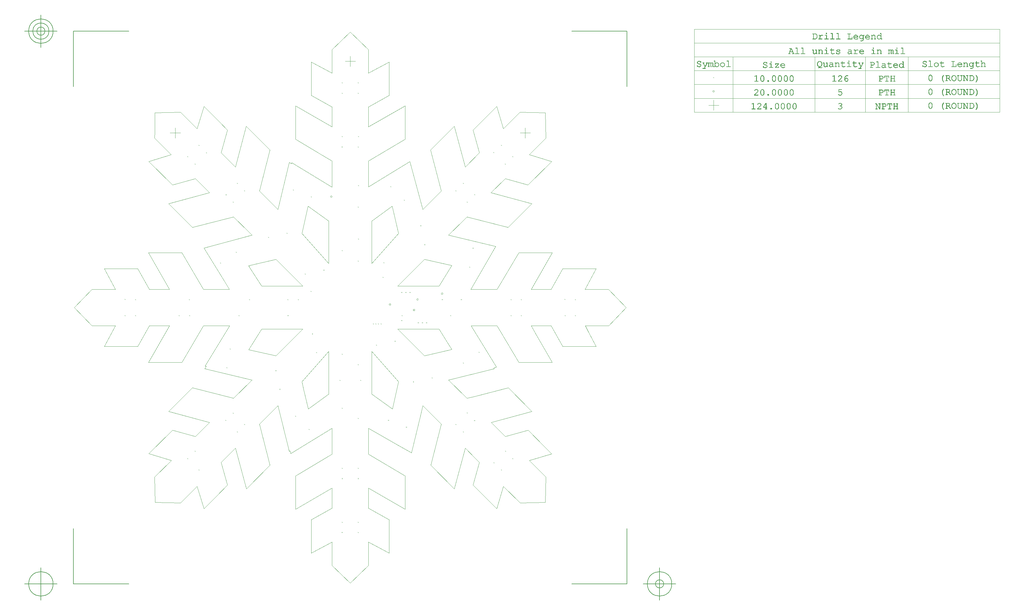
<source format=gbr>
G04 Generated by Ultiboard 14.1 *
%FSLAX24Y24*%
%MOIN*%

%ADD10C,0.0001*%
%ADD11C,0.0039*%
%ADD12C,0.0004*%
%ADD13C,0.0001*%
%ADD14C,0.0050*%


G04 ColorRGB 000000 for the following layer *
%LNDrill Symbols-Copper Top-Copper Bottom*%
%LPD*%
G54D11*
X12190Y53840D02*
X12190Y55080D01*
X11570Y54460D02*
X12810Y54460D01*
X32710Y63130D02*
X33950Y63130D01*
X33330Y62510D02*
X33330Y63750D01*
X53840Y54460D02*
X55080Y54460D01*
X54460Y53840D02*
X54460Y55080D01*
X76608Y57812D02*
X77848Y57812D01*
X77228Y57192D02*
X77228Y58432D01*
G54D12*
X27855Y37375D02*
X27925Y37445D01*
X27855Y37445D02*
X27925Y37375D01*
X32315Y40195D02*
X32385Y40265D01*
X32315Y40265D02*
X32385Y40195D01*
X41360Y34310D02*
G75*
D01*
G02X41360Y34310I100J0*
G01*
X46705Y34345D02*
X46775Y34275D01*
X46705Y34275D02*
X46775Y34345D01*
X48865Y27955D02*
X48935Y27885D01*
X48865Y27885D02*
X48935Y27955D01*
X43175Y24785D02*
X43245Y24855D01*
X43175Y24855D02*
X43245Y24785D01*
X48305Y19645D02*
X48375Y19715D01*
X48305Y19715D02*
X48375Y19645D01*
X52935Y15045D02*
X53005Y15115D01*
X52935Y15115D02*
X53005Y15045D01*
X15025Y13665D02*
X15095Y13735D01*
X15025Y13735D02*
X15095Y13665D01*
X18385Y26045D02*
X18455Y26115D01*
X18385Y26115D02*
X18455Y26045D01*
X17625Y38765D02*
X17695Y38695D01*
X17625Y38695D02*
X17695Y38765D01*
X26435Y47545D02*
X26505Y47615D01*
X26435Y47615D02*
X26505Y47545D01*
X41805Y43265D02*
X41875Y43195D01*
X41805Y43195D02*
X41875Y43265D01*
X38177Y47938D02*
X38248Y48008D01*
X38177Y48008D02*
X38248Y47938D01*
X60495Y34275D02*
X60565Y34345D01*
X60495Y34345D02*
X60565Y34275D01*
X19865Y32405D02*
X19935Y32335D01*
X19865Y32335D02*
X19935Y32405D01*
X28315Y18555D02*
X28385Y18625D01*
X28315Y18625D02*
X28385Y18555D01*
X38705Y29235D02*
X38775Y29305D01*
X38705Y29305D02*
X38775Y29235D01*
X29235Y27865D02*
X29305Y27935D01*
X29235Y27935D02*
X29305Y27865D01*
X32325Y60495D02*
X32395Y60565D01*
X32325Y60565D02*
X32395Y60495D01*
X32325Y53985D02*
X32395Y54055D01*
X32325Y54055D02*
X32395Y53985D01*
X39545Y32335D02*
X39615Y32405D01*
X39545Y32405D02*
X39615Y32335D01*
X30950Y46750D02*
G75*
D01*
G02X30950Y46750I100J0*
G01*
X51551Y53003D02*
X51621Y52932D01*
X51551Y52932D02*
X51621Y53003D01*
X32315Y59315D02*
X32385Y59245D01*
X32315Y59245D02*
X32385Y59315D01*
X52925Y51625D02*
X52995Y51555D01*
X52925Y51555D02*
X52995Y51625D01*
X14545Y50735D02*
X14615Y50665D01*
X14545Y50665D02*
X14615Y50735D01*
X34265Y60495D02*
X34335Y60565D01*
X34265Y60565D02*
X34335Y60495D01*
X50635Y52055D02*
X50705Y52125D01*
X50635Y52125D02*
X50705Y52055D01*
X60485Y32335D02*
X60555Y32405D01*
X60485Y32405D02*
X60555Y32335D01*
X59235Y34355D02*
X59305Y34285D01*
X59235Y34285D02*
X59305Y34355D01*
X51555Y13665D02*
X51625Y13735D01*
X51555Y13735D02*
X51625Y13665D01*
X52055Y15925D02*
X52125Y15995D01*
X52055Y15995D02*
X52125Y15925D01*
X32305Y6155D02*
X32375Y6085D01*
X32305Y6085D02*
X32375Y6155D01*
X40005Y35205D02*
X40075Y35135D01*
X40005Y35135D02*
X40075Y35205D01*
X38030Y33700D02*
G75*
D01*
G02X38030Y33700I100J0*
G01*
X52715Y34345D02*
X52785Y34275D01*
X52715Y34275D02*
X52785Y34345D01*
X46945Y18275D02*
X47015Y18345D01*
X46945Y18345D02*
X47015Y18275D01*
X40505Y35135D02*
X40575Y35205D01*
X40505Y35205D02*
X40575Y35135D01*
X39505Y35135D02*
X39575Y35205D01*
X39505Y35205D02*
X39575Y35135D01*
X40940Y33030D02*
G75*
D01*
G02X40940Y33030I100J0*
G01*
X25770Y32335D02*
X25840Y32405D01*
X25770Y32405D02*
X25840Y32335D01*
X37341Y38732D02*
X37411Y38803D01*
X37341Y38803D02*
X37411Y38732D01*
X34265Y26405D02*
X34335Y26475D01*
X34265Y26475D02*
X34335Y26405D01*
X23407Y41811D02*
X23478Y41881D01*
X23407Y41881D02*
X23478Y41811D01*
X48111Y40552D02*
X48182Y40482D01*
X48111Y40482D02*
X48182Y40552D01*
X40073Y18840D02*
X40144Y18911D01*
X40073Y18911D02*
X40144Y18840D01*
X34265Y19955D02*
X34335Y19885D01*
X34265Y19885D02*
X34335Y19955D01*
X24789Y23488D02*
X24859Y23417D01*
X24789Y23417D02*
X24859Y23488D01*
X12615Y32405D02*
X12685Y32335D01*
X12615Y32335D02*
X12685Y32405D01*
X18277Y46951D02*
X18348Y47021D01*
X18277Y47021D02*
X18348Y46951D01*
X46941Y48393D02*
X47011Y48322D01*
X46941Y48322D02*
X47011Y48393D01*
X53965Y34275D02*
X54035Y34345D01*
X53965Y34345D02*
X54035Y34275D01*
X34265Y12615D02*
X34335Y12685D01*
X34265Y12685D02*
X34335Y12615D01*
X19649Y18348D02*
X19719Y18277D01*
X19649Y18277D02*
X19719Y18348D01*
X6095Y32335D02*
X6165Y32405D01*
X6095Y32405D02*
X6165Y32335D01*
X13667Y51631D02*
X13738Y51561D01*
X13667Y51561D02*
X13738Y51631D01*
X34265Y6165D02*
X34335Y6095D01*
X34265Y6095D02*
X34335Y6165D01*
X44330Y35010D02*
G75*
D01*
G02X44330Y35010I100J0*
G01*
X47415Y20625D02*
X47485Y20555D01*
X47415Y20555D02*
X47485Y20625D01*
X32325Y12615D02*
X32395Y12685D01*
X32325Y12685D02*
X32395Y12615D01*
X7355Y32325D02*
X7425Y32395D01*
X7355Y32395D02*
X7425Y32325D01*
X15035Y53005D02*
X15105Y52935D01*
X15035Y52935D02*
X15105Y53005D01*
X34255Y7345D02*
X34325Y7415D01*
X34255Y7415D02*
X34325Y7345D01*
X13655Y15045D02*
X13725Y15115D01*
X13655Y15115D02*
X13725Y15045D01*
X20525Y19245D02*
X20595Y19175D01*
X20525Y19175D02*
X20595Y19245D01*
X6075Y34295D02*
X6145Y34365D01*
X6075Y34365D02*
X6145Y34295D01*
X34255Y13875D02*
X34325Y13945D01*
X34255Y13945D02*
X34325Y13875D01*
X18255Y19655D02*
X18325Y19725D01*
X18255Y19725D02*
X18325Y19655D01*
X28555Y35275D02*
X28625Y35345D01*
X28555Y35345D02*
X28625Y35275D01*
X34545Y24555D02*
X34615Y24485D01*
X34545Y24485D02*
X34615Y24555D01*
X32045Y24555D02*
X32115Y24485D01*
X32045Y24485D02*
X32115Y24555D01*
X25765Y34275D02*
X25835Y34345D01*
X25765Y34345D02*
X25835Y34275D01*
X13875Y32405D02*
X13945Y32335D01*
X13875Y32335D02*
X13945Y32405D01*
X19655Y48325D02*
X19725Y48395D01*
X19655Y48395D02*
X19725Y48325D01*
X19155Y46135D02*
X19225Y46065D01*
X19155Y46065D02*
X19225Y46135D01*
X34285Y54055D02*
X34355Y53985D01*
X34285Y53985D02*
X34355Y54055D01*
X32305Y52735D02*
X32375Y52805D01*
X32305Y52805D02*
X32375Y52735D01*
X48315Y46955D02*
X48385Y47025D01*
X48315Y47025D02*
X48385Y46955D01*
X46045Y47445D02*
X46115Y47515D01*
X46045Y47515D02*
X46115Y47445D01*
X53965Y32325D02*
X54035Y32395D01*
X53965Y32395D02*
X54035Y32325D01*
X36085Y31325D02*
X36155Y31395D01*
X36085Y31395D02*
X36155Y31325D01*
X36385Y31405D02*
X36455Y31335D01*
X36385Y31335D02*
X36455Y31405D01*
X37015Y31405D02*
X37085Y31335D01*
X37015Y31335D02*
X37085Y31405D01*
X36695Y31405D02*
X36765Y31335D01*
X36695Y31335D02*
X36765Y31405D01*
X27015Y34275D02*
X27085Y34345D01*
X27015Y34345D02*
X27085Y34275D01*
X30105Y37915D02*
X30175Y37845D01*
X30105Y37845D02*
X30175Y37915D01*
X34255Y38945D02*
X34325Y39015D01*
X34255Y39015D02*
X34325Y38945D01*
X37265Y37035D02*
X37335Y36965D01*
X37265Y36965D02*
X37335Y37035D01*
X36455Y28825D02*
X36525Y28755D01*
X36455Y28755D02*
X36525Y28825D01*
X32315Y27655D02*
X32385Y27725D01*
X32315Y27725D02*
X32385Y27655D01*
X28735Y30185D02*
X28805Y30115D01*
X28735Y30115D02*
X28805Y30185D01*
X21125Y34265D02*
X21195Y34335D01*
X21125Y34335D02*
X21195Y34265D01*
X19525Y40065D02*
X19595Y39995D01*
X19525Y39995D02*
X19595Y40065D01*
X25665Y42365D02*
X25735Y42295D01*
X25665Y42295D02*
X25735Y42365D01*
X28575Y46775D02*
X28645Y46705D01*
X28575Y46705D02*
X28645Y46775D01*
X34255Y45455D02*
X34325Y45525D01*
X34255Y45525D02*
X34325Y45455D01*
X39815Y46305D02*
X39885Y46375D01*
X39815Y46375D02*
X39885Y46305D01*
X42285Y40985D02*
X42355Y40915D01*
X42285Y40915D02*
X42355Y40985D01*
X47715Y38275D02*
X47785Y38205D01*
X47715Y38205D02*
X47785Y38275D01*
X45435Y32335D02*
X45505Y32405D01*
X45435Y32405D02*
X45505Y32335D01*
X46945Y26665D02*
X47015Y26595D01*
X46945Y26595D02*
X47015Y26665D01*
X40915Y24385D02*
X40985Y24315D01*
X40915Y24315D02*
X40985Y24385D01*
X37905Y19655D02*
X37975Y19725D01*
X37905Y19725D02*
X37975Y19655D01*
X32325Y21205D02*
X32395Y21135D01*
X32325Y21135D02*
X32395Y21205D01*
X26685Y20175D02*
X26755Y20245D01*
X26685Y20245D02*
X26755Y20175D01*
X24305Y25665D02*
X24375Y25735D01*
X24305Y25735D02*
X24375Y25665D01*
X18775Y28285D02*
X18845Y28355D01*
X18775Y28355D02*
X18845Y28285D01*
X13865Y34275D02*
X13935Y34345D01*
X13865Y34345D02*
X13935Y34275D01*
X20525Y47505D02*
X20595Y47435D01*
X20525Y47435D02*
X20595Y47505D01*
X34265Y52745D02*
X34335Y52815D01*
X34265Y52815D02*
X34335Y52745D01*
X47425Y46065D02*
X47495Y46135D01*
X47425Y46135D02*
X47495Y46065D01*
X52715Y32335D02*
X52785Y32405D01*
X52715Y32405D02*
X52785Y32335D01*
X46045Y19165D02*
X46115Y19235D01*
X46045Y19235D02*
X46115Y19165D01*
X32325Y13935D02*
X32395Y13865D01*
X32325Y13865D02*
X32395Y13935D01*
X19165Y20535D02*
X19235Y20605D01*
X19165Y20605D02*
X19235Y20535D01*
X7345Y34345D02*
X7415Y34275D01*
X7345Y34275D02*
X7415Y34345D01*
X15925Y52115D02*
X15995Y52045D01*
X15925Y52045D02*
X15995Y52115D01*
X34265Y59245D02*
X34335Y59315D01*
X34265Y59315D02*
X34335Y59245D01*
X52035Y50665D02*
X52105Y50735D01*
X52035Y50735D02*
X52105Y50665D01*
X59245Y32415D02*
X59315Y32345D01*
X59245Y32345D02*
X59315Y32415D01*
X50665Y14535D02*
X50735Y14605D01*
X50665Y14605D02*
X50735Y14535D01*
X32325Y7415D02*
X32395Y7345D01*
X32325Y7345D02*
X32395Y7415D01*
X14545Y15995D02*
X14615Y15925D01*
X14545Y15925D02*
X14615Y15995D01*
X34275Y41680D02*
X34345Y41610D01*
X34275Y41610D02*
X34345Y41680D01*
X34285Y48060D02*
X34355Y48131D01*
X34285Y48131D02*
X34355Y48060D01*
X39505Y31725D02*
X39575Y31795D01*
X39505Y31795D02*
X39575Y31725D01*
X44405Y34332D02*
X44475Y34262D01*
X44405Y34262D02*
X44475Y34332D01*
X42505Y31475D02*
X42575Y31545D01*
X42505Y31545D02*
X42575Y31475D01*
X42005Y31465D02*
X42075Y31535D01*
X42005Y31535D02*
X42075Y31465D01*
X41505Y31535D02*
X41575Y31465D01*
X41505Y31465D02*
X41575Y31535D01*
X77128Y59485D02*
G75*
D01*
G02X77128Y59485I100J0*
G01*
X77193Y61122D02*
X77263Y61193D01*
X77193Y61193D02*
X77263Y61122D01*
G54D13*
G36*
X81810Y57355D02*
X81810Y57355D01*
X81810Y57375D01*
X81808Y57365D01*
X81810Y57355D01*
D02*
G37*
X81810Y57375D01*
X81808Y57365D01*
X81810Y57355D01*
G36*
X81810Y57375D02*
X81810Y57375D01*
X81810Y57355D01*
X81816Y57347D01*
X81810Y57375D01*
D02*
G37*
X81810Y57355D01*
X81816Y57347D01*
X81810Y57375D01*
G36*
X81816Y57347D02*
X81816Y57347D01*
X81816Y57382D01*
X81810Y57375D01*
X81816Y57347D01*
D02*
G37*
X81816Y57382D01*
X81810Y57375D01*
X81816Y57347D01*
G36*
X81816Y57382D02*
X81816Y57382D01*
X81816Y57347D01*
X81826Y57342D01*
X81816Y57382D01*
D02*
G37*
X81816Y57347D01*
X81826Y57342D01*
X81816Y57382D01*
G36*
X81826Y57342D02*
X81826Y57342D01*
X81826Y57387D01*
X81816Y57382D01*
X81826Y57342D01*
D02*
G37*
X81826Y57387D01*
X81816Y57382D01*
X81826Y57342D01*
G36*
X81826Y57387D02*
X81826Y57387D01*
X81826Y57342D01*
X81840Y57340D01*
X81826Y57387D01*
D02*
G37*
X81826Y57342D01*
X81840Y57340D01*
X81826Y57387D01*
G36*
X81840Y57340D02*
X81840Y57340D01*
X81840Y57389D01*
X81826Y57387D01*
X81840Y57340D01*
D02*
G37*
X81840Y57389D01*
X81826Y57387D01*
X81840Y57340D01*
G36*
X81840Y57389D02*
X81840Y57389D01*
X81840Y57340D01*
X82221Y57340D01*
X81840Y57389D01*
D02*
G37*
X81840Y57340D01*
X82221Y57340D01*
X81840Y57389D01*
G36*
X82221Y57340D02*
X82221Y57340D01*
X82006Y57389D01*
X81840Y57389D01*
X82221Y57340D01*
D02*
G37*
X82006Y57389D01*
X81840Y57389D01*
X82221Y57340D01*
G36*
X82006Y57389D02*
X82006Y57389D01*
X82221Y57340D01*
X82055Y57389D01*
X82006Y57389D01*
D02*
G37*
X82221Y57340D01*
X82055Y57389D01*
X82006Y57389D01*
G36*
X82055Y57389D02*
X82055Y57389D01*
X82006Y58007D01*
X82006Y57389D01*
X82055Y57389D01*
D02*
G37*
X82006Y58007D01*
X82006Y57389D01*
X82055Y57389D01*
G36*
X82006Y58007D02*
X82006Y58007D01*
X82055Y57389D01*
X82055Y58074D01*
X82006Y58007D01*
D02*
G37*
X82055Y57389D01*
X82055Y58074D01*
X82006Y58007D01*
G36*
X82055Y58074D02*
X82055Y58074D01*
X81848Y57958D01*
X82006Y58007D01*
X82055Y58074D01*
D02*
G37*
X81848Y57958D01*
X82006Y58007D01*
X82055Y58074D01*
G36*
X81848Y57958D02*
X81848Y57958D01*
X82055Y58074D01*
X81839Y57955D01*
X81848Y57958D01*
D02*
G37*
X82055Y58074D01*
X81839Y57955D01*
X81848Y57958D01*
G36*
X81833Y58004D02*
X81833Y58004D01*
X81822Y57999D01*
X81823Y57956D01*
X81833Y58004D01*
D02*
G37*
X81822Y57999D01*
X81823Y57956D01*
X81833Y58004D01*
G36*
X81833Y58004D01*
X81823Y57956D01*
X81832Y57954D01*
X81833Y58004D01*
D02*
G37*
X81823Y57956D01*
X81832Y57954D01*
X81833Y58004D01*
G36*
X81833Y58004D01*
X81832Y57954D01*
X81839Y57955D01*
X81833Y58004D01*
D02*
G37*
X81832Y57954D01*
X81839Y57955D01*
X81833Y58004D01*
G36*
X81833Y58004D01*
X81839Y57955D01*
X82055Y58074D01*
X81833Y58004D01*
D02*
G37*
X81839Y57955D01*
X82055Y58074D01*
X81833Y58004D01*
G36*
X81822Y57999D02*
X81822Y57999D01*
X81816Y57961D01*
X81823Y57956D01*
X81822Y57999D01*
D02*
G37*
X81816Y57961D01*
X81823Y57956D01*
X81822Y57999D01*
G36*
X81816Y57961D02*
X81816Y57961D01*
X81822Y57999D01*
X81814Y57994D01*
X81816Y57961D01*
D02*
G37*
X81822Y57999D01*
X81814Y57994D01*
X81816Y57961D01*
G36*
X81814Y57994D02*
X81814Y57994D01*
X81810Y57969D01*
X81816Y57961D01*
X81814Y57994D01*
D02*
G37*
X81810Y57969D01*
X81816Y57961D01*
X81814Y57994D01*
G36*
X81810Y57969D02*
X81810Y57969D01*
X81814Y57994D01*
X81810Y57987D01*
X81810Y57969D01*
D02*
G37*
X81814Y57994D01*
X81810Y57987D01*
X81810Y57969D01*
G36*
X81810Y57987D02*
X81810Y57987D01*
X81809Y57978D01*
X81810Y57969D01*
X81810Y57987D01*
D02*
G37*
X81809Y57978D01*
X81810Y57969D01*
X81810Y57987D01*
G36*
X82221Y57340D02*
X82221Y57340D01*
X82221Y57389D01*
X82055Y57389D01*
X82221Y57340D01*
D02*
G37*
X82221Y57389D01*
X82055Y57389D01*
X82221Y57340D01*
G36*
X82221Y57389D02*
X82221Y57389D01*
X82221Y57340D01*
X82236Y57342D01*
X82221Y57389D01*
D02*
G37*
X82221Y57340D01*
X82236Y57342D01*
X82221Y57389D01*
G36*
X82236Y57342D02*
X82236Y57342D01*
X82236Y57387D01*
X82221Y57389D01*
X82236Y57342D01*
D02*
G37*
X82236Y57387D01*
X82221Y57389D01*
X82236Y57342D01*
G36*
X82236Y57387D02*
X82236Y57387D01*
X82236Y57342D01*
X82246Y57347D01*
X82236Y57387D01*
D02*
G37*
X82236Y57342D01*
X82246Y57347D01*
X82236Y57387D01*
G36*
X82246Y57347D02*
X82246Y57347D01*
X82246Y57382D01*
X82236Y57387D01*
X82246Y57347D01*
D02*
G37*
X82246Y57382D01*
X82236Y57387D01*
X82246Y57347D01*
G36*
X82246Y57382D02*
X82246Y57382D01*
X82246Y57347D01*
X82251Y57355D01*
X82246Y57382D01*
D02*
G37*
X82246Y57347D01*
X82251Y57355D01*
X82246Y57382D01*
G36*
X82251Y57355D02*
X82251Y57355D01*
X82251Y57375D01*
X82246Y57382D01*
X82251Y57355D01*
D02*
G37*
X82251Y57375D01*
X82246Y57382D01*
X82251Y57355D01*
G36*
X82251Y57375D02*
X82251Y57375D01*
X82251Y57355D01*
X82253Y57365D01*
X82251Y57375D01*
D02*
G37*
X82251Y57355D01*
X82253Y57365D01*
X82251Y57375D01*
G36*
X82952Y57340D02*
X82952Y57340D01*
X82952Y57408D01*
X82951Y57423D01*
X82952Y57340D01*
D02*
G37*
X82952Y57408D01*
X82951Y57423D01*
X82952Y57340D01*
G36*
X82952Y57340D01*
X82951Y57423D01*
X82945Y57433D01*
X82952Y57340D01*
D02*
G37*
X82951Y57423D01*
X82945Y57433D01*
X82952Y57340D01*
G36*
X82952Y57340D01*
X82945Y57433D01*
X82938Y57438D01*
X82952Y57340D01*
D02*
G37*
X82945Y57433D01*
X82938Y57438D01*
X82952Y57340D01*
G36*
X82952Y57340D01*
X82938Y57438D01*
X82928Y57440D01*
X82952Y57340D01*
D02*
G37*
X82938Y57438D01*
X82928Y57440D01*
X82952Y57340D01*
G36*
X82952Y57340D01*
X82928Y57440D01*
X82918Y57438D01*
X82952Y57340D01*
D02*
G37*
X82928Y57440D01*
X82918Y57438D01*
X82952Y57340D01*
G36*
X82952Y57340D01*
X82918Y57438D01*
X82910Y57433D01*
X82952Y57340D01*
D02*
G37*
X82918Y57438D01*
X82910Y57433D01*
X82952Y57340D01*
G36*
X82952Y57340D01*
X82910Y57433D01*
X82905Y57423D01*
X82952Y57340D01*
D02*
G37*
X82910Y57433D01*
X82905Y57423D01*
X82952Y57340D01*
G36*
X82952Y57340D01*
X82905Y57423D01*
X82903Y57408D01*
X82952Y57340D01*
D02*
G37*
X82905Y57423D01*
X82903Y57408D01*
X82952Y57340D01*
G36*
X82952Y57340D01*
X82903Y57408D01*
X82903Y57389D01*
X82952Y57340D01*
D02*
G37*
X82903Y57408D01*
X82903Y57389D01*
X82952Y57340D01*
G36*
X82952Y57340D01*
X82903Y57389D01*
X82531Y57389D01*
X82952Y57340D01*
D02*
G37*
X82903Y57389D01*
X82531Y57389D01*
X82952Y57340D01*
G36*
X82952Y57340D01*
X82531Y57389D01*
X82484Y57340D01*
X82952Y57340D01*
D02*
G37*
X82531Y57389D01*
X82484Y57340D01*
X82952Y57340D01*
G36*
X82861Y57776D02*
X82861Y57776D01*
X82867Y57712D01*
X82881Y57804D01*
X82861Y57776D01*
D02*
G37*
X82867Y57712D01*
X82881Y57804D01*
X82861Y57776D01*
G36*
X82867Y57712D02*
X82867Y57712D01*
X82861Y57776D01*
X82826Y57737D01*
X82867Y57712D01*
D02*
G37*
X82861Y57776D01*
X82826Y57737D01*
X82867Y57712D01*
G36*
X82826Y57737D02*
X82826Y57737D01*
X82809Y57654D01*
X82867Y57712D01*
X82826Y57737D01*
D02*
G37*
X82809Y57654D01*
X82867Y57712D01*
X82826Y57737D01*
G36*
X82809Y57654D02*
X82809Y57654D01*
X82826Y57737D01*
X82771Y57682D01*
X82809Y57654D01*
D02*
G37*
X82826Y57737D01*
X82771Y57682D01*
X82809Y57654D01*
G36*
X82771Y57682D02*
X82771Y57682D01*
X82654Y57504D01*
X82809Y57654D01*
X82771Y57682D01*
D02*
G37*
X82654Y57504D01*
X82809Y57654D01*
X82771Y57682D01*
G36*
X82654Y57504D02*
X82654Y57504D01*
X82771Y57682D01*
X82630Y57546D01*
X82654Y57504D01*
D02*
G37*
X82771Y57682D01*
X82630Y57546D01*
X82654Y57504D01*
G36*
X82630Y57546D02*
X82630Y57546D01*
X82531Y57392D01*
X82654Y57504D01*
X82630Y57546D01*
D02*
G37*
X82531Y57392D01*
X82654Y57504D01*
X82630Y57546D01*
G36*
X82531Y57392D02*
X82531Y57392D01*
X82630Y57546D01*
X82484Y57412D01*
X82531Y57392D01*
D02*
G37*
X82630Y57546D01*
X82484Y57412D01*
X82531Y57392D01*
G36*
X82484Y57412D02*
X82484Y57412D01*
X82531Y57389D01*
X82531Y57392D01*
X82484Y57412D01*
D02*
G37*
X82531Y57389D01*
X82531Y57392D01*
X82484Y57412D01*
G36*
X82531Y57389D02*
X82531Y57389D01*
X82484Y57412D01*
X82484Y57340D01*
X82531Y57389D01*
D02*
G37*
X82484Y57412D01*
X82484Y57340D01*
X82531Y57389D01*
G36*
X82948Y57915D02*
X82948Y57915D01*
X82915Y57986D01*
X82926Y57786D01*
X82948Y57915D01*
D02*
G37*
X82915Y57986D01*
X82926Y57786D01*
X82948Y57915D01*
G36*
X82948Y57915D01*
X82926Y57786D01*
X82941Y57815D01*
X82948Y57915D01*
D02*
G37*
X82926Y57786D01*
X82941Y57815D01*
X82948Y57915D01*
G36*
X82948Y57915D01*
X82941Y57815D01*
X82949Y57844D01*
X82948Y57915D01*
D02*
G37*
X82941Y57815D01*
X82949Y57844D01*
X82948Y57915D01*
G36*
X82948Y57915D01*
X82949Y57844D01*
X82952Y57876D01*
X82948Y57915D01*
D02*
G37*
X82949Y57844D01*
X82952Y57876D01*
X82948Y57915D01*
G36*
X82904Y57754D02*
X82904Y57754D01*
X82926Y57786D01*
X82915Y57986D01*
X82904Y57754D01*
D02*
G37*
X82926Y57786D01*
X82915Y57986D01*
X82904Y57754D01*
G36*
X82904Y57754D01*
X82915Y57986D01*
X82903Y57874D01*
X82904Y57754D01*
D02*
G37*
X82915Y57986D01*
X82903Y57874D01*
X82904Y57754D01*
G36*
X82904Y57754D01*
X82903Y57874D01*
X82900Y57851D01*
X82904Y57754D01*
D02*
G37*
X82903Y57874D01*
X82900Y57851D01*
X82904Y57754D01*
G36*
X82904Y57754D01*
X82900Y57851D01*
X82894Y57829D01*
X82904Y57754D01*
D02*
G37*
X82900Y57851D01*
X82894Y57829D01*
X82904Y57754D01*
G36*
X82904Y57754D01*
X82894Y57829D01*
X82881Y57804D01*
X82904Y57754D01*
D02*
G37*
X82894Y57829D01*
X82881Y57804D01*
X82904Y57754D01*
G36*
X82904Y57754D01*
X82881Y57804D01*
X82867Y57712D01*
X82904Y57754D01*
D02*
G37*
X82881Y57804D01*
X82867Y57712D01*
X82904Y57754D01*
G36*
X82874Y57960D02*
X82874Y57960D01*
X82887Y58019D01*
X82853Y57985D01*
X82874Y57960D01*
D02*
G37*
X82887Y58019D01*
X82853Y57985D01*
X82874Y57960D01*
G36*
X82887Y58019D02*
X82887Y58019D01*
X82874Y57960D01*
X82900Y57905D01*
X82887Y58019D01*
D02*
G37*
X82874Y57960D01*
X82900Y57905D01*
X82887Y58019D01*
G36*
X82900Y57905D02*
X82900Y57905D01*
X82915Y57986D01*
X82887Y58019D01*
X82900Y57905D01*
D02*
G37*
X82915Y57986D01*
X82887Y58019D01*
X82900Y57905D01*
G36*
X82915Y57986D02*
X82915Y57986D01*
X82900Y57905D01*
X82903Y57874D01*
X82915Y57986D01*
D02*
G37*
X82900Y57905D01*
X82903Y57874D01*
X82915Y57986D01*
G36*
X82766Y58030D02*
X82766Y58030D01*
X82775Y58078D01*
X82731Y58033D01*
X82766Y58030D01*
D02*
G37*
X82775Y58078D01*
X82731Y58033D01*
X82766Y58030D01*
G36*
X82775Y58078D02*
X82775Y58078D01*
X82766Y58030D01*
X82826Y58006D01*
X82775Y58078D01*
D02*
G37*
X82766Y58030D01*
X82826Y58006D01*
X82775Y58078D01*
G36*
X82826Y58006D02*
X82826Y58006D01*
X82852Y58046D01*
X82775Y58078D01*
X82826Y58006D01*
D02*
G37*
X82852Y58046D01*
X82775Y58078D01*
X82826Y58006D01*
G36*
X82852Y58046D02*
X82852Y58046D01*
X82826Y58006D01*
X82853Y57985D01*
X82852Y58046D01*
D02*
G37*
X82826Y58006D01*
X82853Y57985D01*
X82852Y58046D01*
G36*
X82853Y57985D02*
X82853Y57985D01*
X82887Y58019D01*
X82852Y58046D01*
X82853Y57985D01*
D02*
G37*
X82887Y58019D01*
X82852Y58046D01*
X82853Y57985D01*
G36*
X82619Y57996D02*
X82619Y57996D01*
X82622Y58054D01*
X82579Y57956D01*
X82619Y57996D01*
D02*
G37*
X82622Y58054D01*
X82579Y57956D01*
X82619Y57996D01*
G36*
X82622Y58054D02*
X82622Y58054D01*
X82619Y57996D01*
X82672Y58023D01*
X82622Y58054D01*
D02*
G37*
X82619Y57996D01*
X82672Y58023D01*
X82622Y58054D01*
G36*
X82672Y58023D02*
X82672Y58023D01*
X82676Y58075D01*
X82622Y58054D01*
X82672Y58023D01*
D02*
G37*
X82676Y58075D01*
X82622Y58054D01*
X82672Y58023D01*
G36*
X82676Y58075D02*
X82676Y58075D01*
X82672Y58023D01*
X82731Y58033D01*
X82676Y58075D01*
D02*
G37*
X82672Y58023D01*
X82731Y58033D01*
X82676Y58075D01*
G36*
X82731Y58033D02*
X82731Y58033D01*
X82731Y58082D01*
X82676Y58075D01*
X82731Y58033D01*
D02*
G37*
X82731Y58082D01*
X82676Y58075D01*
X82731Y58033D01*
G36*
X82731Y58082D02*
X82731Y58082D01*
X82731Y58033D01*
X82775Y58078D01*
X82731Y58082D01*
D02*
G37*
X82731Y58033D01*
X82775Y58078D01*
X82731Y58082D01*
G36*
X82574Y58022D02*
X82574Y58022D01*
X82538Y57980D01*
X82539Y57884D01*
X82574Y58022D01*
D02*
G37*
X82538Y57980D01*
X82539Y57884D01*
X82574Y58022D01*
G36*
X82574Y58022D01*
X82539Y57884D01*
X82547Y57888D01*
X82574Y58022D01*
D02*
G37*
X82539Y57884D01*
X82547Y57888D01*
X82574Y58022D01*
G36*
X82574Y58022D01*
X82547Y57888D01*
X82552Y57895D01*
X82574Y58022D01*
D02*
G37*
X82547Y57888D01*
X82552Y57895D01*
X82574Y58022D01*
G36*
X82574Y58022D01*
X82552Y57895D01*
X82556Y57906D01*
X82574Y58022D01*
D02*
G37*
X82552Y57895D01*
X82556Y57906D01*
X82574Y58022D01*
G36*
X82574Y58022D01*
X82556Y57906D01*
X82579Y57956D01*
X82574Y58022D01*
D02*
G37*
X82556Y57906D01*
X82579Y57956D01*
X82574Y58022D01*
G36*
X82574Y58022D01*
X82579Y57956D01*
X82622Y58054D01*
X82574Y58022D01*
D02*
G37*
X82579Y57956D01*
X82622Y58054D01*
X82574Y58022D01*
G36*
X82514Y57889D02*
X82514Y57889D01*
X82515Y57938D01*
X82509Y57896D01*
X82514Y57889D01*
D02*
G37*
X82515Y57938D01*
X82509Y57896D01*
X82514Y57889D01*
G36*
X82515Y57938D02*
X82515Y57938D01*
X82514Y57889D01*
X82522Y57884D01*
X82515Y57938D01*
D02*
G37*
X82514Y57889D01*
X82522Y57884D01*
X82515Y57938D01*
G36*
X82522Y57884D02*
X82522Y57884D01*
X82538Y57980D01*
X82515Y57938D01*
X82522Y57884D01*
D02*
G37*
X82538Y57980D01*
X82515Y57938D01*
X82522Y57884D01*
G36*
X82538Y57980D02*
X82538Y57980D01*
X82522Y57884D01*
X82531Y57883D01*
X82538Y57980D01*
D02*
G37*
X82522Y57884D01*
X82531Y57883D01*
X82538Y57980D01*
G36*
X82531Y57883D02*
X82531Y57883D01*
X82539Y57884D01*
X82538Y57980D01*
X82531Y57883D01*
D02*
G37*
X82539Y57884D01*
X82538Y57980D01*
X82531Y57883D01*
G36*
X82509Y57896D02*
X82509Y57896D01*
X82515Y57938D01*
X82508Y57905D01*
X82509Y57896D01*
D02*
G37*
X82515Y57938D01*
X82508Y57905D01*
X82509Y57896D01*
G36*
X83417Y57355D02*
X83417Y57355D01*
X83417Y57375D01*
X83415Y57365D01*
X83417Y57355D01*
D02*
G37*
X83417Y57375D01*
X83415Y57365D01*
X83417Y57355D01*
G36*
X83417Y57375D02*
X83417Y57375D01*
X83417Y57355D01*
X83423Y57347D01*
X83417Y57375D01*
D02*
G37*
X83417Y57355D01*
X83423Y57347D01*
X83417Y57375D01*
G36*
X83423Y57347D02*
X83423Y57347D01*
X83423Y57382D01*
X83417Y57375D01*
X83423Y57347D01*
D02*
G37*
X83423Y57382D01*
X83417Y57375D01*
X83423Y57347D01*
G36*
X83423Y57382D02*
X83423Y57382D01*
X83423Y57347D01*
X83433Y57342D01*
X83423Y57382D01*
D02*
G37*
X83423Y57347D01*
X83433Y57342D01*
X83423Y57382D01*
G36*
X83433Y57342D02*
X83433Y57342D01*
X83433Y57387D01*
X83423Y57382D01*
X83433Y57342D01*
D02*
G37*
X83433Y57387D01*
X83423Y57382D01*
X83433Y57342D01*
G36*
X83433Y57387D02*
X83433Y57387D01*
X83433Y57342D01*
X83448Y57340D01*
X83433Y57387D01*
D02*
G37*
X83433Y57342D01*
X83448Y57340D01*
X83433Y57387D01*
G36*
X83448Y57340D02*
X83448Y57340D01*
X83448Y57389D01*
X83433Y57387D01*
X83448Y57340D01*
D02*
G37*
X83448Y57389D01*
X83433Y57387D01*
X83448Y57340D01*
G36*
X83448Y57389D02*
X83448Y57389D01*
X83448Y57340D01*
X83628Y57340D01*
X83448Y57389D01*
D02*
G37*
X83448Y57340D01*
X83628Y57340D01*
X83448Y57389D01*
G36*
X83628Y57340D02*
X83628Y57340D01*
X83539Y57389D01*
X83448Y57389D01*
X83628Y57340D01*
D02*
G37*
X83539Y57389D01*
X83448Y57389D01*
X83628Y57340D01*
G36*
X83539Y57389D02*
X83539Y57389D01*
X83628Y57340D01*
X83588Y57389D01*
X83539Y57389D01*
D02*
G37*
X83628Y57340D01*
X83588Y57389D01*
X83539Y57389D01*
G36*
X83588Y57389D02*
X83588Y57389D01*
X83539Y57543D01*
X83539Y57389D01*
X83588Y57389D01*
D02*
G37*
X83539Y57543D01*
X83539Y57389D01*
X83588Y57389D01*
G36*
X83539Y57543D02*
X83539Y57543D01*
X83588Y57389D01*
X83539Y57591D01*
X83539Y57543D01*
D02*
G37*
X83588Y57389D01*
X83539Y57591D01*
X83539Y57543D01*
G36*
X83539Y57591D02*
X83539Y57591D01*
X83268Y57591D01*
X83539Y57543D01*
X83539Y57591D01*
D02*
G37*
X83268Y57591D01*
X83539Y57543D01*
X83539Y57591D01*
G36*
X83539Y57543D02*
X83539Y57543D01*
X83218Y57599D01*
X83218Y57543D01*
X83539Y57543D01*
D02*
G37*
X83218Y57599D01*
X83218Y57543D01*
X83539Y57543D01*
G36*
X83218Y57599D02*
X83218Y57599D01*
X83539Y57543D01*
X83268Y57591D01*
X83218Y57599D01*
D02*
G37*
X83539Y57543D01*
X83268Y57591D01*
X83218Y57599D01*
G36*
X83268Y57591D02*
X83268Y57591D01*
X83487Y58064D01*
X83218Y57599D01*
X83268Y57591D01*
D02*
G37*
X83487Y58064D01*
X83218Y57599D01*
X83268Y57591D01*
G36*
X83487Y58064D02*
X83487Y58064D01*
X83268Y57591D01*
X83513Y58015D01*
X83487Y58064D01*
D02*
G37*
X83268Y57591D01*
X83513Y58015D01*
X83487Y58064D01*
G36*
X83513Y58015D02*
X83513Y58015D01*
X83588Y58064D01*
X83487Y58064D01*
X83513Y58015D01*
D02*
G37*
X83588Y58064D01*
X83487Y58064D01*
X83513Y58015D01*
G36*
X83588Y58064D02*
X83588Y58064D01*
X83513Y58015D01*
X83539Y58015D01*
X83588Y58064D01*
D02*
G37*
X83513Y58015D01*
X83539Y58015D01*
X83588Y58064D01*
G36*
X83539Y58015D02*
X83539Y58015D01*
X83588Y57389D01*
X83588Y58064D01*
X83539Y58015D01*
D02*
G37*
X83588Y57389D01*
X83588Y58064D01*
X83539Y58015D01*
G36*
X83588Y57389D02*
X83588Y57389D01*
X83539Y58015D01*
X83539Y57591D01*
X83588Y57389D01*
D02*
G37*
X83539Y58015D01*
X83539Y57591D01*
X83588Y57389D01*
G36*
X83659Y57577D02*
X83659Y57577D01*
X83659Y57558D01*
X83661Y57567D01*
X83659Y57577D01*
D02*
G37*
X83659Y57558D01*
X83661Y57567D01*
X83659Y57577D01*
G36*
X83659Y57558D02*
X83659Y57558D01*
X83659Y57577D01*
X83654Y57585D01*
X83659Y57558D01*
D02*
G37*
X83659Y57577D01*
X83654Y57585D01*
X83659Y57558D01*
G36*
X83654Y57585D02*
X83654Y57585D01*
X83654Y57550D01*
X83659Y57558D01*
X83654Y57585D01*
D02*
G37*
X83654Y57550D01*
X83659Y57558D01*
X83654Y57585D01*
G36*
X83654Y57550D02*
X83654Y57550D01*
X83654Y57585D01*
X83643Y57590D01*
X83654Y57550D01*
D02*
G37*
X83654Y57585D01*
X83643Y57590D01*
X83654Y57550D01*
G36*
X83643Y57590D02*
X83643Y57590D01*
X83643Y57545D01*
X83654Y57550D01*
X83643Y57590D01*
D02*
G37*
X83643Y57545D01*
X83654Y57550D01*
X83643Y57590D01*
G36*
X83643Y57545D02*
X83643Y57545D01*
X83643Y57590D01*
X83628Y57591D01*
X83643Y57545D01*
D02*
G37*
X83643Y57590D01*
X83628Y57591D01*
X83643Y57545D01*
G36*
X83628Y57591D02*
X83628Y57591D01*
X83628Y57543D01*
X83643Y57545D01*
X83628Y57591D01*
D02*
G37*
X83628Y57543D01*
X83643Y57545D01*
X83628Y57591D01*
G36*
X83628Y57543D02*
X83628Y57543D01*
X83628Y57591D01*
X83588Y57591D01*
X83628Y57543D01*
D02*
G37*
X83628Y57591D01*
X83588Y57591D01*
X83628Y57543D01*
G36*
X83588Y57591D02*
X83588Y57591D01*
X83588Y57543D01*
X83628Y57543D01*
X83588Y57591D01*
D02*
G37*
X83588Y57543D01*
X83628Y57543D01*
X83588Y57591D01*
G36*
X83588Y57543D02*
X83588Y57543D01*
X83588Y58064D01*
X83588Y57543D01*
D02*
G37*
X83588Y58064D01*
X83588Y57543D01*
G36*
X83588Y58064D02*
X83588Y58064D01*
X83588Y57389D01*
X83588Y57543D01*
X83588Y58064D01*
D02*
G37*
X83588Y57389D01*
X83588Y57543D01*
X83588Y58064D01*
G36*
X83628Y57340D02*
X83628Y57340D01*
X83628Y57389D01*
X83588Y57389D01*
X83628Y57340D01*
D02*
G37*
X83628Y57389D01*
X83588Y57389D01*
X83628Y57340D01*
G36*
X83628Y57389D02*
X83628Y57389D01*
X83628Y57340D01*
X83643Y57342D01*
X83628Y57389D01*
D02*
G37*
X83628Y57340D01*
X83643Y57342D01*
X83628Y57389D01*
G36*
X83643Y57342D02*
X83643Y57342D01*
X83643Y57387D01*
X83628Y57389D01*
X83643Y57342D01*
D02*
G37*
X83643Y57387D01*
X83628Y57389D01*
X83643Y57342D01*
G36*
X83643Y57387D02*
X83643Y57387D01*
X83643Y57342D01*
X83654Y57347D01*
X83643Y57387D01*
D02*
G37*
X83643Y57342D01*
X83654Y57347D01*
X83643Y57387D01*
G36*
X83654Y57347D02*
X83654Y57347D01*
X83654Y57382D01*
X83643Y57387D01*
X83654Y57347D01*
D02*
G37*
X83654Y57382D01*
X83643Y57387D01*
X83654Y57347D01*
G36*
X83654Y57382D02*
X83654Y57382D01*
X83654Y57347D01*
X83659Y57355D01*
X83654Y57382D01*
D02*
G37*
X83654Y57347D01*
X83659Y57355D01*
X83654Y57382D01*
G36*
X83659Y57355D02*
X83659Y57355D01*
X83659Y57375D01*
X83654Y57382D01*
X83659Y57355D01*
D02*
G37*
X83659Y57375D01*
X83654Y57382D01*
X83659Y57355D01*
G36*
X83659Y57375D02*
X83659Y57375D01*
X83659Y57355D01*
X83661Y57365D01*
X83659Y57375D01*
D02*
G37*
X83659Y57355D01*
X83661Y57365D01*
X83659Y57375D01*
G36*
X84147Y57479D02*
X84147Y57479D01*
X84118Y57474D01*
X84147Y57479D01*
D02*
G37*
X84118Y57474D01*
X84147Y57479D01*
G36*
X84147Y57479D01*
X84118Y57474D01*
X84092Y57457D01*
X84147Y57479D01*
D02*
G37*
X84118Y57474D01*
X84092Y57457D01*
X84147Y57479D01*
G36*
X84147Y57479D01*
X84092Y57457D01*
X84075Y57432D01*
X84147Y57479D01*
D02*
G37*
X84092Y57457D01*
X84075Y57432D01*
X84147Y57479D01*
G36*
X84147Y57479D01*
X84075Y57432D01*
X84069Y57401D01*
X84147Y57479D01*
D02*
G37*
X84075Y57432D01*
X84069Y57401D01*
X84147Y57479D01*
G36*
X84147Y57479D01*
X84069Y57401D01*
X84075Y57371D01*
X84147Y57479D01*
D02*
G37*
X84069Y57401D01*
X84075Y57371D01*
X84147Y57479D01*
G36*
X84147Y57479D01*
X84075Y57371D01*
X84092Y57346D01*
X84147Y57479D01*
D02*
G37*
X84075Y57371D01*
X84092Y57346D01*
X84147Y57479D01*
G36*
X84147Y57479D01*
X84092Y57346D01*
X84117Y57329D01*
X84147Y57479D01*
D02*
G37*
X84092Y57346D01*
X84117Y57329D01*
X84147Y57479D01*
G36*
X84147Y57479D01*
X84117Y57329D01*
X84147Y57323D01*
X84147Y57479D01*
D02*
G37*
X84117Y57329D01*
X84147Y57323D01*
X84147Y57479D01*
G36*
X84147Y57479D01*
X84147Y57323D01*
X84168Y57323D01*
X84147Y57479D01*
D02*
G37*
X84147Y57323D01*
X84168Y57323D01*
X84147Y57479D01*
G36*
X84147Y57479D01*
X84168Y57323D01*
X84198Y57329D01*
X84147Y57479D01*
D02*
G37*
X84168Y57323D01*
X84198Y57329D01*
X84147Y57479D01*
G36*
X84147Y57479D01*
X84198Y57329D01*
X84223Y57346D01*
X84147Y57479D01*
D02*
G37*
X84198Y57329D01*
X84223Y57346D01*
X84147Y57479D01*
G36*
X84147Y57479D01*
X84223Y57346D01*
X84241Y57371D01*
X84147Y57479D01*
D02*
G37*
X84223Y57346D01*
X84241Y57371D01*
X84147Y57479D01*
G36*
X84147Y57479D01*
X84241Y57371D01*
X84246Y57402D01*
X84147Y57479D01*
D02*
G37*
X84241Y57371D01*
X84246Y57402D01*
X84147Y57479D01*
G36*
X84147Y57479D01*
X84246Y57402D01*
X84241Y57431D01*
X84147Y57479D01*
D02*
G37*
X84246Y57402D01*
X84241Y57431D01*
X84147Y57479D01*
G36*
X84147Y57479D01*
X84241Y57431D01*
X84223Y57457D01*
X84147Y57479D01*
D02*
G37*
X84241Y57431D01*
X84223Y57457D01*
X84147Y57479D01*
G36*
X84147Y57479D01*
X84223Y57457D01*
X84198Y57474D01*
X84147Y57479D01*
D02*
G37*
X84223Y57457D01*
X84198Y57474D01*
X84147Y57479D01*
G36*
X84147Y57479D01*
X84198Y57474D01*
X84168Y57479D01*
X84147Y57479D01*
D02*
G37*
X84198Y57474D01*
X84168Y57479D01*
X84147Y57479D01*
G36*
X85085Y57825D02*
X85085Y57825D01*
X85076Y57879D01*
X85084Y57568D01*
X85085Y57825D01*
D02*
G37*
X85076Y57879D01*
X85084Y57568D01*
X85085Y57825D01*
G36*
X85085Y57825D01*
X85084Y57568D01*
X85088Y57642D01*
X85085Y57825D01*
D02*
G37*
X85084Y57568D01*
X85088Y57642D01*
X85085Y57825D01*
G36*
X85085Y57825D01*
X85088Y57642D01*
X85088Y57762D01*
X85085Y57825D01*
D02*
G37*
X85088Y57642D01*
X85088Y57762D01*
X85085Y57825D01*
G36*
X85064Y57915D02*
X85064Y57915D01*
X85084Y57568D01*
X85076Y57879D01*
X85064Y57915D01*
D02*
G37*
X85084Y57568D01*
X85076Y57879D01*
X85064Y57915D01*
G36*
X85084Y57568D02*
X85084Y57568D01*
X85064Y57915D01*
X85047Y57955D01*
X85084Y57568D01*
D02*
G37*
X85064Y57915D01*
X85047Y57955D01*
X85084Y57568D01*
G36*
X85047Y57955D02*
X85047Y57955D01*
X85047Y57444D01*
X85084Y57568D01*
X85047Y57955D01*
D02*
G37*
X85047Y57444D01*
X85084Y57568D01*
X85047Y57955D01*
G36*
X85047Y57444D02*
X85047Y57444D01*
X85047Y57955D01*
X85040Y57756D01*
X85047Y57444D01*
D02*
G37*
X85047Y57955D01*
X85040Y57756D01*
X85047Y57444D01*
G36*
X85040Y57756D02*
X85040Y57756D01*
X85040Y57649D01*
X85047Y57444D01*
X85040Y57756D01*
D02*
G37*
X85040Y57649D01*
X85047Y57444D01*
X85040Y57756D01*
G36*
X84977Y57978D02*
X84977Y57978D01*
X84981Y58044D01*
X84961Y57996D01*
X84977Y57978D01*
D02*
G37*
X84981Y58044D01*
X84961Y57996D01*
X84977Y57978D01*
G36*
X84981Y58044D02*
X84981Y58044D01*
X84977Y57978D01*
X85000Y57937D01*
X84981Y58044D01*
D02*
G37*
X84977Y57978D01*
X85000Y57937D01*
X84981Y58044D01*
G36*
X85000Y57937D02*
X85000Y57937D01*
X85010Y58017D01*
X84981Y58044D01*
X85000Y57937D01*
D02*
G37*
X85010Y58017D01*
X84981Y58044D01*
X85000Y57937D01*
G36*
X85010Y58017D02*
X85010Y58017D01*
X85000Y57937D01*
X85021Y57883D01*
X85010Y58017D01*
D02*
G37*
X85000Y57937D01*
X85021Y57883D01*
X85010Y58017D01*
G36*
X85021Y57883D02*
X85021Y57883D01*
X85028Y57992D01*
X85010Y58017D01*
X85021Y57883D01*
D02*
G37*
X85028Y57992D01*
X85010Y58017D01*
X85021Y57883D01*
G36*
X85028Y57992D02*
X85028Y57992D01*
X85021Y57883D01*
X85035Y57822D01*
X85028Y57992D01*
D02*
G37*
X85021Y57883D01*
X85035Y57822D01*
X85028Y57992D01*
G36*
X85035Y57822D02*
X85035Y57822D01*
X85047Y57955D01*
X85028Y57992D01*
X85035Y57822D01*
D02*
G37*
X85047Y57955D01*
X85028Y57992D01*
X85035Y57822D01*
G36*
X85047Y57955D02*
X85047Y57955D01*
X85035Y57822D01*
X85040Y57756D01*
X85047Y57955D01*
D02*
G37*
X85035Y57822D01*
X85040Y57756D01*
X85047Y57955D01*
G36*
X84905Y58027D02*
X84905Y58027D01*
X84907Y58077D01*
X84866Y58033D01*
X84905Y58027D01*
D02*
G37*
X84907Y58077D01*
X84866Y58033D01*
X84905Y58027D01*
G36*
X84907Y58077D02*
X84907Y58077D01*
X84905Y58027D01*
X84940Y58012D01*
X84907Y58077D01*
D02*
G37*
X84905Y58027D01*
X84940Y58012D01*
X84907Y58077D01*
G36*
X84940Y58012D02*
X84940Y58012D01*
X84946Y58065D01*
X84907Y58077D01*
X84940Y58012D01*
D02*
G37*
X84946Y58065D01*
X84907Y58077D01*
X84940Y58012D01*
G36*
X84946Y58065D02*
X84946Y58065D01*
X84940Y58012D01*
X84961Y57996D01*
X84946Y58065D01*
D02*
G37*
X84940Y58012D01*
X84961Y57996D01*
X84946Y58065D01*
G36*
X84961Y57996D02*
X84961Y57996D01*
X84981Y58044D01*
X84946Y58065D01*
X84961Y57996D01*
D02*
G37*
X84981Y58044D01*
X84946Y58065D01*
X84961Y57996D01*
G36*
X84718Y57906D02*
X84718Y57906D01*
X84718Y58010D01*
X84695Y57809D01*
X84718Y57906D01*
D02*
G37*
X84718Y58010D01*
X84695Y57809D01*
X84718Y57906D01*
G36*
X84718Y58010D02*
X84718Y58010D01*
X84718Y57906D01*
X84738Y57949D01*
X84718Y58010D01*
D02*
G37*
X84718Y57906D01*
X84738Y57949D01*
X84718Y58010D01*
G36*
X84738Y57949D02*
X84738Y57949D01*
X84749Y58041D01*
X84718Y58010D01*
X84738Y57949D01*
D02*
G37*
X84749Y58041D01*
X84718Y58010D01*
X84738Y57949D01*
G36*
X84749Y58041D02*
X84749Y58041D01*
X84738Y57949D01*
X84764Y57986D01*
X84749Y58041D01*
D02*
G37*
X84738Y57949D01*
X84764Y57986D01*
X84749Y58041D01*
G36*
X84764Y57986D02*
X84764Y57986D01*
X84823Y58077D01*
X84749Y58041D01*
X84764Y57986D01*
D02*
G37*
X84823Y58077D01*
X84749Y58041D01*
X84764Y57986D01*
G36*
X84823Y58077D02*
X84823Y58077D01*
X84764Y57986D01*
X84827Y58027D01*
X84823Y58077D01*
D02*
G37*
X84764Y57986D01*
X84827Y58027D01*
X84823Y58077D01*
G36*
X84827Y58027D02*
X84827Y58027D01*
X84865Y58082D01*
X84823Y58077D01*
X84827Y58027D01*
D02*
G37*
X84865Y58082D01*
X84823Y58077D01*
X84827Y58027D01*
G36*
X84865Y58082D02*
X84865Y58082D01*
X84827Y58027D01*
X84866Y58033D01*
X84865Y58082D01*
D02*
G37*
X84827Y58027D01*
X84866Y58033D01*
X84865Y58082D01*
G36*
X84866Y58033D02*
X84866Y58033D01*
X84907Y58077D01*
X84865Y58082D01*
X84866Y58033D01*
D02*
G37*
X84907Y58077D01*
X84865Y58082D01*
X84866Y58033D01*
G36*
X84686Y57960D02*
X84686Y57960D01*
X84648Y57836D01*
X84657Y57526D01*
X84686Y57960D01*
D02*
G37*
X84648Y57836D01*
X84657Y57526D01*
X84686Y57960D01*
G36*
X84686Y57960D01*
X84657Y57526D01*
X84669Y57489D01*
X84686Y57960D01*
D02*
G37*
X84657Y57526D01*
X84669Y57489D01*
X84686Y57960D01*
G36*
X84686Y57960D01*
X84669Y57489D01*
X84686Y57449D01*
X84686Y57960D01*
D02*
G37*
X84669Y57489D01*
X84686Y57449D01*
X84686Y57960D01*
G36*
X84686Y57960D01*
X84686Y57449D01*
X84692Y57649D01*
X84686Y57960D01*
D02*
G37*
X84686Y57449D01*
X84692Y57649D01*
X84686Y57960D01*
G36*
X84686Y57960D01*
X84692Y57649D01*
X84692Y57756D01*
X84686Y57960D01*
D02*
G37*
X84692Y57649D01*
X84692Y57756D01*
X84686Y57960D01*
G36*
X84686Y57960D01*
X84692Y57756D01*
X84695Y57809D01*
X84686Y57960D01*
D02*
G37*
X84692Y57756D01*
X84695Y57809D01*
X84686Y57960D01*
G36*
X84686Y57960D01*
X84695Y57809D01*
X84718Y58010D01*
X84686Y57960D01*
D02*
G37*
X84695Y57809D01*
X84718Y58010D01*
X84686Y57960D01*
G36*
X85037Y57595D02*
X85037Y57595D01*
X85047Y57444D01*
X85040Y57649D01*
X85037Y57595D01*
D02*
G37*
X85047Y57444D01*
X85040Y57649D01*
X85037Y57595D01*
G36*
X85047Y57444D02*
X85047Y57444D01*
X85037Y57595D01*
X85014Y57498D01*
X85047Y57444D01*
D02*
G37*
X85037Y57595D01*
X85014Y57498D01*
X85047Y57444D01*
G36*
X85014Y57498D02*
X85014Y57498D01*
X85014Y57395D01*
X85047Y57444D01*
X85014Y57498D01*
D02*
G37*
X85014Y57395D01*
X85047Y57444D01*
X85014Y57498D01*
G36*
X85014Y57395D02*
X85014Y57395D01*
X85014Y57498D01*
X84994Y57455D01*
X85014Y57395D01*
D02*
G37*
X85014Y57498D01*
X84994Y57455D01*
X85014Y57395D01*
G36*
X84994Y57455D02*
X84994Y57455D01*
X84983Y57363D01*
X85014Y57395D01*
X84994Y57455D01*
D02*
G37*
X84983Y57363D01*
X85014Y57395D01*
X84994Y57455D01*
G36*
X84983Y57363D02*
X84983Y57363D01*
X84994Y57455D01*
X84969Y57418D01*
X84983Y57363D01*
D02*
G37*
X84994Y57455D01*
X84969Y57418D01*
X84983Y57363D01*
G36*
X84969Y57418D02*
X84969Y57418D01*
X84909Y57328D01*
X84983Y57363D01*
X84969Y57418D01*
D02*
G37*
X84909Y57328D01*
X84983Y57363D01*
X84969Y57418D01*
G36*
X84909Y57328D02*
X84909Y57328D01*
X84969Y57418D01*
X84905Y57377D01*
X84909Y57328D01*
D02*
G37*
X84969Y57418D01*
X84905Y57377D01*
X84909Y57328D01*
G36*
X84905Y57377D02*
X84905Y57377D01*
X84867Y57372D01*
X84909Y57328D01*
X84905Y57377D01*
D02*
G37*
X84867Y57372D01*
X84909Y57328D01*
X84905Y57377D01*
G36*
X84867Y57372D02*
X84867Y57372D01*
X84867Y57323D01*
X84909Y57328D01*
X84867Y57372D01*
D02*
G37*
X84867Y57323D01*
X84909Y57328D01*
X84867Y57372D01*
G36*
X84867Y57323D02*
X84867Y57323D01*
X84867Y57372D01*
X84828Y57377D01*
X84867Y57323D01*
D02*
G37*
X84867Y57372D01*
X84828Y57377D01*
X84867Y57323D01*
G36*
X84828Y57377D02*
X84828Y57377D01*
X84826Y57327D01*
X84867Y57323D01*
X84828Y57377D01*
D02*
G37*
X84826Y57327D01*
X84867Y57323D01*
X84828Y57377D01*
G36*
X84826Y57327D02*
X84826Y57327D01*
X84828Y57377D01*
X84793Y57392D01*
X84826Y57327D01*
D02*
G37*
X84828Y57377D01*
X84793Y57392D01*
X84826Y57327D01*
G36*
X84793Y57392D02*
X84793Y57392D01*
X84787Y57340D01*
X84826Y57327D01*
X84793Y57392D01*
D02*
G37*
X84787Y57340D01*
X84826Y57327D01*
X84793Y57392D01*
G36*
X84787Y57340D02*
X84787Y57340D01*
X84793Y57392D01*
X84772Y57408D01*
X84787Y57340D01*
D02*
G37*
X84793Y57392D01*
X84772Y57408D01*
X84787Y57340D01*
G36*
X84772Y57408D02*
X84772Y57408D01*
X84756Y57426D01*
X84787Y57340D01*
X84772Y57408D01*
D02*
G37*
X84756Y57426D01*
X84787Y57340D01*
X84772Y57408D01*
G36*
X84756Y57426D02*
X84756Y57426D01*
X84752Y57361D01*
X84787Y57340D01*
X84756Y57426D01*
D02*
G37*
X84752Y57361D01*
X84787Y57340D01*
X84756Y57426D01*
G36*
X84752Y57361D02*
X84752Y57361D01*
X84756Y57426D01*
X84732Y57468D01*
X84752Y57361D01*
D02*
G37*
X84756Y57426D01*
X84732Y57468D01*
X84752Y57361D01*
G36*
X84732Y57468D02*
X84732Y57468D01*
X84722Y57388D01*
X84752Y57361D01*
X84732Y57468D01*
D02*
G37*
X84722Y57388D01*
X84752Y57361D01*
X84732Y57468D01*
G36*
X84722Y57388D02*
X84722Y57388D01*
X84732Y57468D01*
X84712Y57521D01*
X84722Y57388D01*
D02*
G37*
X84732Y57468D01*
X84712Y57521D01*
X84722Y57388D01*
G36*
X84712Y57521D02*
X84712Y57521D01*
X84705Y57413D01*
X84722Y57388D01*
X84712Y57521D01*
D02*
G37*
X84705Y57413D01*
X84722Y57388D01*
X84712Y57521D01*
G36*
X84705Y57413D02*
X84705Y57413D01*
X84712Y57521D01*
X84697Y57583D01*
X84705Y57413D01*
D02*
G37*
X84712Y57521D01*
X84697Y57583D01*
X84705Y57413D01*
G36*
X84697Y57583D02*
X84697Y57583D01*
X84692Y57649D01*
X84705Y57413D01*
X84697Y57583D01*
D02*
G37*
X84692Y57649D01*
X84705Y57413D01*
X84697Y57583D01*
G36*
X84647Y57580D02*
X84647Y57580D01*
X84657Y57526D01*
X84648Y57836D01*
X84647Y57580D01*
D02*
G37*
X84657Y57526D01*
X84648Y57836D01*
X84647Y57580D01*
G36*
X84647Y57580D01*
X84648Y57836D01*
X84644Y57762D01*
X84647Y57580D01*
D02*
G37*
X84648Y57836D01*
X84644Y57762D01*
X84647Y57580D01*
G36*
X84647Y57580D01*
X84644Y57762D01*
X84644Y57642D01*
X84647Y57580D01*
D02*
G37*
X84644Y57762D01*
X84644Y57642D01*
X84647Y57580D01*
G36*
X84692Y57649D02*
X84692Y57649D01*
X84686Y57449D01*
X84705Y57413D01*
X84692Y57649D01*
D02*
G37*
X84686Y57449D01*
X84705Y57413D01*
X84692Y57649D01*
G36*
X85794Y57825D02*
X85794Y57825D01*
X85785Y57879D01*
X85793Y57568D01*
X85794Y57825D01*
D02*
G37*
X85785Y57879D01*
X85793Y57568D01*
X85794Y57825D01*
G36*
X85794Y57825D01*
X85793Y57568D01*
X85797Y57642D01*
X85794Y57825D01*
D02*
G37*
X85793Y57568D01*
X85797Y57642D01*
X85794Y57825D01*
G36*
X85794Y57825D01*
X85797Y57642D01*
X85797Y57762D01*
X85794Y57825D01*
D02*
G37*
X85797Y57642D01*
X85797Y57762D01*
X85794Y57825D01*
G36*
X85773Y57915D02*
X85773Y57915D01*
X85793Y57568D01*
X85785Y57879D01*
X85773Y57915D01*
D02*
G37*
X85793Y57568D01*
X85785Y57879D01*
X85773Y57915D01*
G36*
X85793Y57568D02*
X85793Y57568D01*
X85773Y57915D01*
X85756Y57955D01*
X85793Y57568D01*
D02*
G37*
X85773Y57915D01*
X85756Y57955D01*
X85793Y57568D01*
G36*
X85756Y57955D02*
X85756Y57955D01*
X85755Y57444D01*
X85793Y57568D01*
X85756Y57955D01*
D02*
G37*
X85755Y57444D01*
X85793Y57568D01*
X85756Y57955D01*
G36*
X85755Y57444D02*
X85755Y57444D01*
X85756Y57955D01*
X85749Y57756D01*
X85755Y57444D01*
D02*
G37*
X85756Y57955D01*
X85749Y57756D01*
X85755Y57444D01*
G36*
X85749Y57756D02*
X85749Y57756D01*
X85749Y57649D01*
X85755Y57444D01*
X85749Y57756D01*
D02*
G37*
X85749Y57649D01*
X85755Y57444D01*
X85749Y57756D01*
G36*
X85686Y57978D02*
X85686Y57978D01*
X85689Y58044D01*
X85669Y57996D01*
X85686Y57978D01*
D02*
G37*
X85689Y58044D01*
X85669Y57996D01*
X85686Y57978D01*
G36*
X85689Y58044D02*
X85689Y58044D01*
X85686Y57978D01*
X85709Y57937D01*
X85689Y58044D01*
D02*
G37*
X85686Y57978D01*
X85709Y57937D01*
X85689Y58044D01*
G36*
X85709Y57937D02*
X85709Y57937D01*
X85719Y58017D01*
X85689Y58044D01*
X85709Y57937D01*
D02*
G37*
X85719Y58017D01*
X85689Y58044D01*
X85709Y57937D01*
G36*
X85719Y58017D02*
X85719Y58017D01*
X85709Y57937D01*
X85729Y57883D01*
X85719Y58017D01*
D02*
G37*
X85709Y57937D01*
X85729Y57883D01*
X85719Y58017D01*
G36*
X85729Y57883D02*
X85729Y57883D01*
X85737Y57992D01*
X85719Y58017D01*
X85729Y57883D01*
D02*
G37*
X85737Y57992D01*
X85719Y58017D01*
X85729Y57883D01*
G36*
X85737Y57992D02*
X85737Y57992D01*
X85729Y57883D01*
X85744Y57822D01*
X85737Y57992D01*
D02*
G37*
X85729Y57883D01*
X85744Y57822D01*
X85737Y57992D01*
G36*
X85744Y57822D02*
X85744Y57822D01*
X85756Y57955D01*
X85737Y57992D01*
X85744Y57822D01*
D02*
G37*
X85756Y57955D01*
X85737Y57992D01*
X85744Y57822D01*
G36*
X85756Y57955D02*
X85756Y57955D01*
X85744Y57822D01*
X85749Y57756D01*
X85756Y57955D01*
D02*
G37*
X85744Y57822D01*
X85749Y57756D01*
X85756Y57955D01*
G36*
X85614Y58027D02*
X85614Y58027D01*
X85616Y58077D01*
X85575Y58033D01*
X85614Y58027D01*
D02*
G37*
X85616Y58077D01*
X85575Y58033D01*
X85614Y58027D01*
G36*
X85616Y58077D02*
X85616Y58077D01*
X85614Y58027D01*
X85648Y58012D01*
X85616Y58077D01*
D02*
G37*
X85614Y58027D01*
X85648Y58012D01*
X85616Y58077D01*
G36*
X85648Y58012D02*
X85648Y58012D01*
X85655Y58065D01*
X85616Y58077D01*
X85648Y58012D01*
D02*
G37*
X85655Y58065D01*
X85616Y58077D01*
X85648Y58012D01*
G36*
X85655Y58065D02*
X85655Y58065D01*
X85648Y58012D01*
X85669Y57996D01*
X85655Y58065D01*
D02*
G37*
X85648Y58012D01*
X85669Y57996D01*
X85655Y58065D01*
G36*
X85669Y57996D02*
X85669Y57996D01*
X85689Y58044D01*
X85655Y58065D01*
X85669Y57996D01*
D02*
G37*
X85689Y58044D01*
X85655Y58065D01*
X85669Y57996D01*
G36*
X85427Y57906D02*
X85427Y57906D01*
X85427Y58010D01*
X85404Y57809D01*
X85427Y57906D01*
D02*
G37*
X85427Y58010D01*
X85404Y57809D01*
X85427Y57906D01*
G36*
X85427Y58010D02*
X85427Y58010D01*
X85427Y57906D01*
X85447Y57949D01*
X85427Y58010D01*
D02*
G37*
X85427Y57906D01*
X85447Y57949D01*
X85427Y58010D01*
G36*
X85447Y57949D02*
X85447Y57949D01*
X85458Y58041D01*
X85427Y58010D01*
X85447Y57949D01*
D02*
G37*
X85458Y58041D01*
X85427Y58010D01*
X85447Y57949D01*
G36*
X85458Y58041D02*
X85458Y58041D01*
X85447Y57949D01*
X85472Y57986D01*
X85458Y58041D01*
D02*
G37*
X85447Y57949D01*
X85472Y57986D01*
X85458Y58041D01*
G36*
X85472Y57986D02*
X85472Y57986D01*
X85532Y58077D01*
X85458Y58041D01*
X85472Y57986D01*
D02*
G37*
X85532Y58077D01*
X85458Y58041D01*
X85472Y57986D01*
G36*
X85532Y58077D02*
X85532Y58077D01*
X85472Y57986D01*
X85536Y58027D01*
X85532Y58077D01*
D02*
G37*
X85472Y57986D01*
X85536Y58027D01*
X85532Y58077D01*
G36*
X85536Y58027D02*
X85536Y58027D01*
X85574Y58082D01*
X85532Y58077D01*
X85536Y58027D01*
D02*
G37*
X85574Y58082D01*
X85532Y58077D01*
X85536Y58027D01*
G36*
X85574Y58082D02*
X85574Y58082D01*
X85536Y58027D01*
X85575Y58033D01*
X85574Y58082D01*
D02*
G37*
X85536Y58027D01*
X85575Y58033D01*
X85574Y58082D01*
G36*
X85575Y58033D02*
X85575Y58033D01*
X85616Y58077D01*
X85574Y58082D01*
X85575Y58033D01*
D02*
G37*
X85616Y58077D01*
X85574Y58082D01*
X85575Y58033D01*
G36*
X85394Y57960D02*
X85394Y57960D01*
X85357Y57836D01*
X85366Y57526D01*
X85394Y57960D01*
D02*
G37*
X85357Y57836D01*
X85366Y57526D01*
X85394Y57960D01*
G36*
X85394Y57960D01*
X85366Y57526D01*
X85377Y57489D01*
X85394Y57960D01*
D02*
G37*
X85366Y57526D01*
X85377Y57489D01*
X85394Y57960D01*
G36*
X85394Y57960D01*
X85377Y57489D01*
X85394Y57449D01*
X85394Y57960D01*
D02*
G37*
X85377Y57489D01*
X85394Y57449D01*
X85394Y57960D01*
G36*
X85394Y57960D01*
X85394Y57449D01*
X85401Y57649D01*
X85394Y57960D01*
D02*
G37*
X85394Y57449D01*
X85401Y57649D01*
X85394Y57960D01*
G36*
X85394Y57960D01*
X85401Y57649D01*
X85401Y57756D01*
X85394Y57960D01*
D02*
G37*
X85401Y57649D01*
X85401Y57756D01*
X85394Y57960D01*
G36*
X85394Y57960D01*
X85401Y57756D01*
X85404Y57809D01*
X85394Y57960D01*
D02*
G37*
X85401Y57756D01*
X85404Y57809D01*
X85394Y57960D01*
G36*
X85394Y57960D01*
X85404Y57809D01*
X85427Y58010D01*
X85394Y57960D01*
D02*
G37*
X85404Y57809D01*
X85427Y58010D01*
X85394Y57960D01*
G36*
X85746Y57595D02*
X85746Y57595D01*
X85755Y57444D01*
X85749Y57649D01*
X85746Y57595D01*
D02*
G37*
X85755Y57444D01*
X85749Y57649D01*
X85746Y57595D01*
G36*
X85755Y57444D02*
X85755Y57444D01*
X85746Y57595D01*
X85723Y57498D01*
X85755Y57444D01*
D02*
G37*
X85746Y57595D01*
X85723Y57498D01*
X85755Y57444D01*
G36*
X85723Y57498D02*
X85723Y57498D01*
X85723Y57395D01*
X85755Y57444D01*
X85723Y57498D01*
D02*
G37*
X85723Y57395D01*
X85755Y57444D01*
X85723Y57498D01*
G36*
X85723Y57395D02*
X85723Y57395D01*
X85723Y57498D01*
X85703Y57455D01*
X85723Y57395D01*
D02*
G37*
X85723Y57498D01*
X85703Y57455D01*
X85723Y57395D01*
G36*
X85703Y57455D02*
X85703Y57455D01*
X85692Y57363D01*
X85723Y57395D01*
X85703Y57455D01*
D02*
G37*
X85692Y57363D01*
X85723Y57395D01*
X85703Y57455D01*
G36*
X85692Y57363D02*
X85692Y57363D01*
X85703Y57455D01*
X85677Y57418D01*
X85692Y57363D01*
D02*
G37*
X85703Y57455D01*
X85677Y57418D01*
X85692Y57363D01*
G36*
X85677Y57418D02*
X85677Y57418D01*
X85618Y57328D01*
X85692Y57363D01*
X85677Y57418D01*
D02*
G37*
X85618Y57328D01*
X85692Y57363D01*
X85677Y57418D01*
G36*
X85618Y57328D02*
X85618Y57328D01*
X85677Y57418D01*
X85614Y57377D01*
X85618Y57328D01*
D02*
G37*
X85677Y57418D01*
X85614Y57377D01*
X85618Y57328D01*
G36*
X85614Y57377D02*
X85614Y57377D01*
X85576Y57372D01*
X85618Y57328D01*
X85614Y57377D01*
D02*
G37*
X85576Y57372D01*
X85618Y57328D01*
X85614Y57377D01*
G36*
X85576Y57372D02*
X85576Y57372D01*
X85576Y57323D01*
X85618Y57328D01*
X85576Y57372D01*
D02*
G37*
X85576Y57323D01*
X85618Y57328D01*
X85576Y57372D01*
G36*
X85576Y57323D02*
X85576Y57323D01*
X85576Y57372D01*
X85536Y57377D01*
X85576Y57323D01*
D02*
G37*
X85576Y57372D01*
X85536Y57377D01*
X85576Y57323D01*
G36*
X85536Y57377D02*
X85536Y57377D01*
X85534Y57327D01*
X85576Y57323D01*
X85536Y57377D01*
D02*
G37*
X85534Y57327D01*
X85576Y57323D01*
X85536Y57377D01*
G36*
X85534Y57327D02*
X85534Y57327D01*
X85536Y57377D01*
X85501Y57392D01*
X85534Y57327D01*
D02*
G37*
X85536Y57377D01*
X85501Y57392D01*
X85534Y57327D01*
G36*
X85501Y57392D02*
X85501Y57392D01*
X85495Y57340D01*
X85534Y57327D01*
X85501Y57392D01*
D02*
G37*
X85495Y57340D01*
X85534Y57327D01*
X85501Y57392D01*
G36*
X85495Y57340D02*
X85495Y57340D01*
X85501Y57392D01*
X85481Y57408D01*
X85495Y57340D01*
D02*
G37*
X85501Y57392D01*
X85481Y57408D01*
X85495Y57340D01*
G36*
X85481Y57408D02*
X85481Y57408D01*
X85464Y57426D01*
X85495Y57340D01*
X85481Y57408D01*
D02*
G37*
X85464Y57426D01*
X85495Y57340D01*
X85481Y57408D01*
G36*
X85464Y57426D02*
X85464Y57426D01*
X85460Y57361D01*
X85495Y57340D01*
X85464Y57426D01*
D02*
G37*
X85460Y57361D01*
X85495Y57340D01*
X85464Y57426D01*
G36*
X85460Y57361D02*
X85460Y57361D01*
X85464Y57426D01*
X85441Y57468D01*
X85460Y57361D01*
D02*
G37*
X85464Y57426D01*
X85441Y57468D01*
X85460Y57361D01*
G36*
X85441Y57468D02*
X85441Y57468D01*
X85431Y57388D01*
X85460Y57361D01*
X85441Y57468D01*
D02*
G37*
X85431Y57388D01*
X85460Y57361D01*
X85441Y57468D01*
G36*
X85431Y57388D02*
X85431Y57388D01*
X85441Y57468D01*
X85420Y57521D01*
X85431Y57388D01*
D02*
G37*
X85441Y57468D01*
X85420Y57521D01*
X85431Y57388D01*
G36*
X85420Y57521D02*
X85420Y57521D01*
X85413Y57413D01*
X85431Y57388D01*
X85420Y57521D01*
D02*
G37*
X85413Y57413D01*
X85431Y57388D01*
X85420Y57521D01*
G36*
X85413Y57413D02*
X85413Y57413D01*
X85420Y57521D01*
X85406Y57583D01*
X85413Y57413D01*
D02*
G37*
X85420Y57521D01*
X85406Y57583D01*
X85413Y57413D01*
G36*
X85406Y57583D02*
X85406Y57583D01*
X85401Y57649D01*
X85413Y57413D01*
X85406Y57583D01*
D02*
G37*
X85401Y57649D01*
X85413Y57413D01*
X85406Y57583D01*
G36*
X85356Y57580D02*
X85356Y57580D01*
X85366Y57526D01*
X85357Y57836D01*
X85356Y57580D01*
D02*
G37*
X85366Y57526D01*
X85357Y57836D01*
X85356Y57580D01*
G36*
X85356Y57580D01*
X85357Y57836D01*
X85353Y57762D01*
X85356Y57580D01*
D02*
G37*
X85357Y57836D01*
X85353Y57762D01*
X85356Y57580D01*
G36*
X85356Y57580D01*
X85353Y57762D01*
X85353Y57642D01*
X85356Y57580D01*
D02*
G37*
X85353Y57762D01*
X85353Y57642D01*
X85356Y57580D01*
G36*
X85401Y57649D02*
X85401Y57649D01*
X85394Y57449D01*
X85413Y57413D01*
X85401Y57649D01*
D02*
G37*
X85394Y57449D01*
X85413Y57413D01*
X85401Y57649D01*
G36*
X86503Y57825D02*
X86503Y57825D01*
X86493Y57879D01*
X86501Y57568D01*
X86503Y57825D01*
D02*
G37*
X86493Y57879D01*
X86501Y57568D01*
X86503Y57825D01*
G36*
X86503Y57825D01*
X86501Y57568D01*
X86506Y57642D01*
X86503Y57825D01*
D02*
G37*
X86501Y57568D01*
X86506Y57642D01*
X86503Y57825D01*
G36*
X86503Y57825D01*
X86506Y57642D01*
X86506Y57762D01*
X86503Y57825D01*
D02*
G37*
X86506Y57642D01*
X86506Y57762D01*
X86503Y57825D01*
G36*
X86481Y57915D02*
X86481Y57915D01*
X86501Y57568D01*
X86493Y57879D01*
X86481Y57915D01*
D02*
G37*
X86501Y57568D01*
X86493Y57879D01*
X86481Y57915D01*
G36*
X86501Y57568D02*
X86501Y57568D01*
X86481Y57915D01*
X86464Y57955D01*
X86501Y57568D01*
D02*
G37*
X86481Y57915D01*
X86464Y57955D01*
X86501Y57568D01*
G36*
X86464Y57955D02*
X86464Y57955D01*
X86464Y57444D01*
X86501Y57568D01*
X86464Y57955D01*
D02*
G37*
X86464Y57444D01*
X86501Y57568D01*
X86464Y57955D01*
G36*
X86464Y57444D02*
X86464Y57444D01*
X86464Y57955D01*
X86458Y57756D01*
X86464Y57444D01*
D02*
G37*
X86464Y57955D01*
X86458Y57756D01*
X86464Y57444D01*
G36*
X86458Y57756D02*
X86458Y57756D01*
X86458Y57649D01*
X86464Y57444D01*
X86458Y57756D01*
D02*
G37*
X86458Y57649D01*
X86464Y57444D01*
X86458Y57756D01*
G36*
X86395Y57978D02*
X86395Y57978D01*
X86398Y58044D01*
X86378Y57996D01*
X86395Y57978D01*
D02*
G37*
X86398Y58044D01*
X86378Y57996D01*
X86395Y57978D01*
G36*
X86398Y58044D02*
X86398Y58044D01*
X86395Y57978D01*
X86418Y57937D01*
X86398Y58044D01*
D02*
G37*
X86395Y57978D01*
X86418Y57937D01*
X86398Y58044D01*
G36*
X86418Y57937D02*
X86418Y57937D01*
X86428Y58017D01*
X86398Y58044D01*
X86418Y57937D01*
D02*
G37*
X86428Y58017D01*
X86398Y58044D01*
X86418Y57937D01*
G36*
X86428Y58017D02*
X86428Y58017D01*
X86418Y57937D01*
X86438Y57883D01*
X86428Y58017D01*
D02*
G37*
X86418Y57937D01*
X86438Y57883D01*
X86428Y58017D01*
G36*
X86438Y57883D02*
X86438Y57883D01*
X86445Y57992D01*
X86428Y58017D01*
X86438Y57883D01*
D02*
G37*
X86445Y57992D01*
X86428Y58017D01*
X86438Y57883D01*
G36*
X86445Y57992D02*
X86445Y57992D01*
X86438Y57883D01*
X86453Y57822D01*
X86445Y57992D01*
D02*
G37*
X86438Y57883D01*
X86453Y57822D01*
X86445Y57992D01*
G36*
X86453Y57822D02*
X86453Y57822D01*
X86464Y57955D01*
X86445Y57992D01*
X86453Y57822D01*
D02*
G37*
X86464Y57955D01*
X86445Y57992D01*
X86453Y57822D01*
G36*
X86464Y57955D02*
X86464Y57955D01*
X86453Y57822D01*
X86458Y57756D01*
X86464Y57955D01*
D02*
G37*
X86453Y57822D01*
X86458Y57756D01*
X86464Y57955D01*
G36*
X86322Y58027D02*
X86322Y58027D01*
X86325Y58077D01*
X86283Y58033D01*
X86322Y58027D01*
D02*
G37*
X86325Y58077D01*
X86283Y58033D01*
X86322Y58027D01*
G36*
X86325Y58077D02*
X86325Y58077D01*
X86322Y58027D01*
X86357Y58012D01*
X86325Y58077D01*
D02*
G37*
X86322Y58027D01*
X86357Y58012D01*
X86325Y58077D01*
G36*
X86357Y58012D02*
X86357Y58012D01*
X86364Y58065D01*
X86325Y58077D01*
X86357Y58012D01*
D02*
G37*
X86364Y58065D01*
X86325Y58077D01*
X86357Y58012D01*
G36*
X86364Y58065D02*
X86364Y58065D01*
X86357Y58012D01*
X86378Y57996D01*
X86364Y58065D01*
D02*
G37*
X86357Y58012D01*
X86378Y57996D01*
X86364Y58065D01*
G36*
X86378Y57996D02*
X86378Y57996D01*
X86398Y58044D01*
X86364Y58065D01*
X86378Y57996D01*
D02*
G37*
X86398Y58044D01*
X86364Y58065D01*
X86378Y57996D01*
G36*
X86136Y57906D02*
X86136Y57906D01*
X86136Y58010D01*
X86113Y57809D01*
X86136Y57906D01*
D02*
G37*
X86136Y58010D01*
X86113Y57809D01*
X86136Y57906D01*
G36*
X86136Y58010D02*
X86136Y58010D01*
X86136Y57906D01*
X86156Y57949D01*
X86136Y58010D01*
D02*
G37*
X86136Y57906D01*
X86156Y57949D01*
X86136Y58010D01*
G36*
X86156Y57949D02*
X86156Y57949D01*
X86167Y58041D01*
X86136Y58010D01*
X86156Y57949D01*
D02*
G37*
X86167Y58041D01*
X86136Y58010D01*
X86156Y57949D01*
G36*
X86167Y58041D02*
X86167Y58041D01*
X86156Y57949D01*
X86181Y57986D01*
X86167Y58041D01*
D02*
G37*
X86156Y57949D01*
X86181Y57986D01*
X86167Y58041D01*
G36*
X86181Y57986D02*
X86181Y57986D01*
X86240Y58077D01*
X86167Y58041D01*
X86181Y57986D01*
D02*
G37*
X86240Y58077D01*
X86167Y58041D01*
X86181Y57986D01*
G36*
X86240Y58077D02*
X86240Y58077D01*
X86181Y57986D01*
X86245Y58027D01*
X86240Y58077D01*
D02*
G37*
X86181Y57986D01*
X86245Y58027D01*
X86240Y58077D01*
G36*
X86245Y58027D02*
X86245Y58027D01*
X86283Y58082D01*
X86240Y58077D01*
X86245Y58027D01*
D02*
G37*
X86283Y58082D01*
X86240Y58077D01*
X86245Y58027D01*
G36*
X86283Y58082D02*
X86283Y58082D01*
X86245Y58027D01*
X86283Y58033D01*
X86283Y58082D01*
D02*
G37*
X86245Y58027D01*
X86283Y58033D01*
X86283Y58082D01*
G36*
X86283Y58033D02*
X86283Y58033D01*
X86325Y58077D01*
X86283Y58082D01*
X86283Y58033D01*
D02*
G37*
X86325Y58077D01*
X86283Y58082D01*
X86283Y58033D01*
G36*
X86103Y57960D02*
X86103Y57960D01*
X86066Y57836D01*
X86075Y57526D01*
X86103Y57960D01*
D02*
G37*
X86066Y57836D01*
X86075Y57526D01*
X86103Y57960D01*
G36*
X86103Y57960D01*
X86075Y57526D01*
X86086Y57489D01*
X86103Y57960D01*
D02*
G37*
X86075Y57526D01*
X86086Y57489D01*
X86103Y57960D01*
G36*
X86103Y57960D01*
X86086Y57489D01*
X86103Y57449D01*
X86103Y57960D01*
D02*
G37*
X86086Y57489D01*
X86103Y57449D01*
X86103Y57960D01*
G36*
X86103Y57960D01*
X86103Y57449D01*
X86110Y57649D01*
X86103Y57960D01*
D02*
G37*
X86103Y57449D01*
X86110Y57649D01*
X86103Y57960D01*
G36*
X86103Y57960D01*
X86110Y57649D01*
X86110Y57756D01*
X86103Y57960D01*
D02*
G37*
X86110Y57649D01*
X86110Y57756D01*
X86103Y57960D01*
G36*
X86103Y57960D01*
X86110Y57756D01*
X86113Y57809D01*
X86103Y57960D01*
D02*
G37*
X86110Y57756D01*
X86113Y57809D01*
X86103Y57960D01*
G36*
X86103Y57960D01*
X86113Y57809D01*
X86136Y58010D01*
X86103Y57960D01*
D02*
G37*
X86113Y57809D01*
X86136Y58010D01*
X86103Y57960D01*
G36*
X86455Y57595D02*
X86455Y57595D01*
X86464Y57444D01*
X86458Y57649D01*
X86455Y57595D01*
D02*
G37*
X86464Y57444D01*
X86458Y57649D01*
X86455Y57595D01*
G36*
X86464Y57444D02*
X86464Y57444D01*
X86455Y57595D01*
X86432Y57498D01*
X86464Y57444D01*
D02*
G37*
X86455Y57595D01*
X86432Y57498D01*
X86464Y57444D01*
G36*
X86432Y57498D02*
X86432Y57498D01*
X86432Y57395D01*
X86464Y57444D01*
X86432Y57498D01*
D02*
G37*
X86432Y57395D01*
X86464Y57444D01*
X86432Y57498D01*
G36*
X86432Y57395D02*
X86432Y57395D01*
X86432Y57498D01*
X86411Y57455D01*
X86432Y57395D01*
D02*
G37*
X86432Y57498D01*
X86411Y57455D01*
X86432Y57395D01*
G36*
X86411Y57455D02*
X86411Y57455D01*
X86401Y57363D01*
X86432Y57395D01*
X86411Y57455D01*
D02*
G37*
X86401Y57363D01*
X86432Y57395D01*
X86411Y57455D01*
G36*
X86401Y57363D02*
X86401Y57363D01*
X86411Y57455D01*
X86386Y57418D01*
X86401Y57363D01*
D02*
G37*
X86411Y57455D01*
X86386Y57418D01*
X86401Y57363D01*
G36*
X86386Y57418D02*
X86386Y57418D01*
X86327Y57328D01*
X86401Y57363D01*
X86386Y57418D01*
D02*
G37*
X86327Y57328D01*
X86401Y57363D01*
X86386Y57418D01*
G36*
X86327Y57328D02*
X86327Y57328D01*
X86386Y57418D01*
X86323Y57377D01*
X86327Y57328D01*
D02*
G37*
X86386Y57418D01*
X86323Y57377D01*
X86327Y57328D01*
G36*
X86323Y57377D02*
X86323Y57377D01*
X86285Y57372D01*
X86327Y57328D01*
X86323Y57377D01*
D02*
G37*
X86285Y57372D01*
X86327Y57328D01*
X86323Y57377D01*
G36*
X86285Y57372D02*
X86285Y57372D01*
X86285Y57323D01*
X86327Y57328D01*
X86285Y57372D01*
D02*
G37*
X86285Y57323D01*
X86327Y57328D01*
X86285Y57372D01*
G36*
X86285Y57323D02*
X86285Y57323D01*
X86285Y57372D01*
X86245Y57377D01*
X86285Y57323D01*
D02*
G37*
X86285Y57372D01*
X86245Y57377D01*
X86285Y57323D01*
G36*
X86245Y57377D02*
X86245Y57377D01*
X86243Y57327D01*
X86285Y57323D01*
X86245Y57377D01*
D02*
G37*
X86243Y57327D01*
X86285Y57323D01*
X86245Y57377D01*
G36*
X86243Y57327D02*
X86243Y57327D01*
X86245Y57377D01*
X86210Y57392D01*
X86243Y57327D01*
D02*
G37*
X86245Y57377D01*
X86210Y57392D01*
X86243Y57327D01*
G36*
X86210Y57392D02*
X86210Y57392D01*
X86204Y57340D01*
X86243Y57327D01*
X86210Y57392D01*
D02*
G37*
X86204Y57340D01*
X86243Y57327D01*
X86210Y57392D01*
G36*
X86204Y57340D02*
X86204Y57340D01*
X86210Y57392D01*
X86189Y57408D01*
X86204Y57340D01*
D02*
G37*
X86210Y57392D01*
X86189Y57408D01*
X86204Y57340D01*
G36*
X86189Y57408D02*
X86189Y57408D01*
X86173Y57426D01*
X86204Y57340D01*
X86189Y57408D01*
D02*
G37*
X86173Y57426D01*
X86204Y57340D01*
X86189Y57408D01*
G36*
X86173Y57426D02*
X86173Y57426D01*
X86169Y57361D01*
X86204Y57340D01*
X86173Y57426D01*
D02*
G37*
X86169Y57361D01*
X86204Y57340D01*
X86173Y57426D01*
G36*
X86169Y57361D02*
X86169Y57361D01*
X86173Y57426D01*
X86150Y57468D01*
X86169Y57361D01*
D02*
G37*
X86173Y57426D01*
X86150Y57468D01*
X86169Y57361D01*
G36*
X86150Y57468D02*
X86150Y57468D01*
X86140Y57388D01*
X86169Y57361D01*
X86150Y57468D01*
D02*
G37*
X86140Y57388D01*
X86169Y57361D01*
X86150Y57468D01*
G36*
X86140Y57388D02*
X86140Y57388D01*
X86150Y57468D01*
X86129Y57521D01*
X86140Y57388D01*
D02*
G37*
X86150Y57468D01*
X86129Y57521D01*
X86140Y57388D01*
G36*
X86129Y57521D02*
X86129Y57521D01*
X86122Y57413D01*
X86140Y57388D01*
X86129Y57521D01*
D02*
G37*
X86122Y57413D01*
X86140Y57388D01*
X86129Y57521D01*
G36*
X86122Y57413D02*
X86122Y57413D01*
X86129Y57521D01*
X86115Y57583D01*
X86122Y57413D01*
D02*
G37*
X86129Y57521D01*
X86115Y57583D01*
X86122Y57413D01*
G36*
X86115Y57583D02*
X86115Y57583D01*
X86110Y57649D01*
X86122Y57413D01*
X86115Y57583D01*
D02*
G37*
X86110Y57649D01*
X86122Y57413D01*
X86115Y57583D01*
G36*
X86065Y57580D02*
X86065Y57580D01*
X86075Y57526D01*
X86066Y57836D01*
X86065Y57580D01*
D02*
G37*
X86075Y57526D01*
X86066Y57836D01*
X86065Y57580D01*
G36*
X86065Y57580D01*
X86066Y57836D01*
X86061Y57762D01*
X86065Y57580D01*
D02*
G37*
X86066Y57836D01*
X86061Y57762D01*
X86065Y57580D01*
G36*
X86065Y57580D01*
X86061Y57762D01*
X86061Y57642D01*
X86065Y57580D01*
D02*
G37*
X86061Y57762D01*
X86061Y57642D01*
X86065Y57580D01*
G36*
X86110Y57649D02*
X86110Y57649D01*
X86103Y57449D01*
X86122Y57413D01*
X86110Y57649D01*
D02*
G37*
X86103Y57449D01*
X86122Y57413D01*
X86110Y57649D01*
G36*
X87212Y57825D02*
X87212Y57825D01*
X87202Y57879D01*
X87210Y57568D01*
X87212Y57825D01*
D02*
G37*
X87202Y57879D01*
X87210Y57568D01*
X87212Y57825D01*
G36*
X87212Y57825D01*
X87210Y57568D01*
X87215Y57642D01*
X87212Y57825D01*
D02*
G37*
X87210Y57568D01*
X87215Y57642D01*
X87212Y57825D01*
G36*
X87212Y57825D01*
X87215Y57642D01*
X87215Y57762D01*
X87212Y57825D01*
D02*
G37*
X87215Y57642D01*
X87215Y57762D01*
X87212Y57825D01*
G36*
X87190Y57915D02*
X87190Y57915D01*
X87210Y57568D01*
X87202Y57879D01*
X87190Y57915D01*
D02*
G37*
X87210Y57568D01*
X87202Y57879D01*
X87190Y57915D01*
G36*
X87210Y57568D02*
X87210Y57568D01*
X87190Y57915D01*
X87173Y57955D01*
X87210Y57568D01*
D02*
G37*
X87190Y57915D01*
X87173Y57955D01*
X87210Y57568D01*
G36*
X87173Y57955D02*
X87173Y57955D01*
X87173Y57444D01*
X87210Y57568D01*
X87173Y57955D01*
D02*
G37*
X87173Y57444D01*
X87210Y57568D01*
X87173Y57955D01*
G36*
X87173Y57444D02*
X87173Y57444D01*
X87173Y57955D01*
X87166Y57756D01*
X87173Y57444D01*
D02*
G37*
X87173Y57955D01*
X87166Y57756D01*
X87173Y57444D01*
G36*
X87166Y57756D02*
X87166Y57756D01*
X87166Y57649D01*
X87173Y57444D01*
X87166Y57756D01*
D02*
G37*
X87166Y57649D01*
X87173Y57444D01*
X87166Y57756D01*
G36*
X87103Y57978D02*
X87103Y57978D01*
X87107Y58044D01*
X87087Y57996D01*
X87103Y57978D01*
D02*
G37*
X87107Y58044D01*
X87087Y57996D01*
X87103Y57978D01*
G36*
X87107Y58044D02*
X87107Y58044D01*
X87103Y57978D01*
X87126Y57937D01*
X87107Y58044D01*
D02*
G37*
X87103Y57978D01*
X87126Y57937D01*
X87107Y58044D01*
G36*
X87126Y57937D02*
X87126Y57937D01*
X87136Y58017D01*
X87107Y58044D01*
X87126Y57937D01*
D02*
G37*
X87136Y58017D01*
X87107Y58044D01*
X87126Y57937D01*
G36*
X87136Y58017D02*
X87136Y58017D01*
X87126Y57937D01*
X87147Y57883D01*
X87136Y58017D01*
D02*
G37*
X87126Y57937D01*
X87147Y57883D01*
X87136Y58017D01*
G36*
X87147Y57883D02*
X87147Y57883D01*
X87154Y57992D01*
X87136Y58017D01*
X87147Y57883D01*
D02*
G37*
X87154Y57992D01*
X87136Y58017D01*
X87147Y57883D01*
G36*
X87154Y57992D02*
X87154Y57992D01*
X87147Y57883D01*
X87161Y57822D01*
X87154Y57992D01*
D02*
G37*
X87147Y57883D01*
X87161Y57822D01*
X87154Y57992D01*
G36*
X87161Y57822D02*
X87161Y57822D01*
X87173Y57955D01*
X87154Y57992D01*
X87161Y57822D01*
D02*
G37*
X87173Y57955D01*
X87154Y57992D01*
X87161Y57822D01*
G36*
X87173Y57955D02*
X87173Y57955D01*
X87161Y57822D01*
X87166Y57756D01*
X87173Y57955D01*
D02*
G37*
X87161Y57822D01*
X87166Y57756D01*
X87173Y57955D01*
G36*
X87031Y58027D02*
X87031Y58027D01*
X87033Y58077D01*
X86992Y58033D01*
X87031Y58027D01*
D02*
G37*
X87033Y58077D01*
X86992Y58033D01*
X87031Y58027D01*
G36*
X87033Y58077D02*
X87033Y58077D01*
X87031Y58027D01*
X87066Y58012D01*
X87033Y58077D01*
D02*
G37*
X87031Y58027D01*
X87066Y58012D01*
X87033Y58077D01*
G36*
X87066Y58012D02*
X87066Y58012D01*
X87072Y58065D01*
X87033Y58077D01*
X87066Y58012D01*
D02*
G37*
X87072Y58065D01*
X87033Y58077D01*
X87066Y58012D01*
G36*
X87072Y58065D02*
X87072Y58065D01*
X87066Y58012D01*
X87087Y57996D01*
X87072Y58065D01*
D02*
G37*
X87066Y58012D01*
X87087Y57996D01*
X87072Y58065D01*
G36*
X87087Y57996D02*
X87087Y57996D01*
X87107Y58044D01*
X87072Y58065D01*
X87087Y57996D01*
D02*
G37*
X87107Y58044D01*
X87072Y58065D01*
X87087Y57996D01*
G36*
X86845Y57906D02*
X86845Y57906D01*
X86845Y58010D01*
X86821Y57809D01*
X86845Y57906D01*
D02*
G37*
X86845Y58010D01*
X86821Y57809D01*
X86845Y57906D01*
G36*
X86845Y58010D02*
X86845Y58010D01*
X86845Y57906D01*
X86865Y57949D01*
X86845Y58010D01*
D02*
G37*
X86845Y57906D01*
X86865Y57949D01*
X86845Y58010D01*
G36*
X86865Y57949D02*
X86865Y57949D01*
X86876Y58041D01*
X86845Y58010D01*
X86865Y57949D01*
D02*
G37*
X86876Y58041D01*
X86845Y58010D01*
X86865Y57949D01*
G36*
X86876Y58041D02*
X86876Y58041D01*
X86865Y57949D01*
X86890Y57986D01*
X86876Y58041D01*
D02*
G37*
X86865Y57949D01*
X86890Y57986D01*
X86876Y58041D01*
G36*
X86890Y57986D02*
X86890Y57986D01*
X86949Y58077D01*
X86876Y58041D01*
X86890Y57986D01*
D02*
G37*
X86949Y58077D01*
X86876Y58041D01*
X86890Y57986D01*
G36*
X86949Y58077D02*
X86949Y58077D01*
X86890Y57986D01*
X86954Y58027D01*
X86949Y58077D01*
D02*
G37*
X86890Y57986D01*
X86954Y58027D01*
X86949Y58077D01*
G36*
X86954Y58027D02*
X86954Y58027D01*
X86992Y58082D01*
X86949Y58077D01*
X86954Y58027D01*
D02*
G37*
X86992Y58082D01*
X86949Y58077D01*
X86954Y58027D01*
G36*
X86992Y58082D02*
X86992Y58082D01*
X86954Y58027D01*
X86992Y58033D01*
X86992Y58082D01*
D02*
G37*
X86954Y58027D01*
X86992Y58033D01*
X86992Y58082D01*
G36*
X86992Y58033D02*
X86992Y58033D01*
X87033Y58077D01*
X86992Y58082D01*
X86992Y58033D01*
D02*
G37*
X87033Y58077D01*
X86992Y58082D01*
X86992Y58033D01*
G36*
X86812Y57960D02*
X86812Y57960D01*
X86775Y57836D01*
X86783Y57526D01*
X86812Y57960D01*
D02*
G37*
X86775Y57836D01*
X86783Y57526D01*
X86812Y57960D01*
G36*
X86812Y57960D01*
X86783Y57526D01*
X86795Y57489D01*
X86812Y57960D01*
D02*
G37*
X86783Y57526D01*
X86795Y57489D01*
X86812Y57960D01*
G36*
X86812Y57960D01*
X86795Y57489D01*
X86812Y57449D01*
X86812Y57960D01*
D02*
G37*
X86795Y57489D01*
X86812Y57449D01*
X86812Y57960D01*
G36*
X86812Y57960D01*
X86812Y57449D01*
X86819Y57649D01*
X86812Y57960D01*
D02*
G37*
X86812Y57449D01*
X86819Y57649D01*
X86812Y57960D01*
G36*
X86812Y57960D01*
X86819Y57649D01*
X86819Y57756D01*
X86812Y57960D01*
D02*
G37*
X86819Y57649D01*
X86819Y57756D01*
X86812Y57960D01*
G36*
X86812Y57960D01*
X86819Y57756D01*
X86821Y57809D01*
X86812Y57960D01*
D02*
G37*
X86819Y57756D01*
X86821Y57809D01*
X86812Y57960D01*
G36*
X86812Y57960D01*
X86821Y57809D01*
X86845Y58010D01*
X86812Y57960D01*
D02*
G37*
X86821Y57809D01*
X86845Y58010D01*
X86812Y57960D01*
G36*
X87163Y57595D02*
X87163Y57595D01*
X87173Y57444D01*
X87166Y57649D01*
X87163Y57595D01*
D02*
G37*
X87173Y57444D01*
X87166Y57649D01*
X87163Y57595D01*
G36*
X87173Y57444D02*
X87173Y57444D01*
X87163Y57595D01*
X87140Y57498D01*
X87173Y57444D01*
D02*
G37*
X87163Y57595D01*
X87140Y57498D01*
X87173Y57444D01*
G36*
X87140Y57498D02*
X87140Y57498D01*
X87140Y57395D01*
X87173Y57444D01*
X87140Y57498D01*
D02*
G37*
X87140Y57395D01*
X87173Y57444D01*
X87140Y57498D01*
G36*
X87140Y57395D02*
X87140Y57395D01*
X87140Y57498D01*
X87120Y57455D01*
X87140Y57395D01*
D02*
G37*
X87140Y57498D01*
X87120Y57455D01*
X87140Y57395D01*
G36*
X87120Y57455D02*
X87120Y57455D01*
X87109Y57363D01*
X87140Y57395D01*
X87120Y57455D01*
D02*
G37*
X87109Y57363D01*
X87140Y57395D01*
X87120Y57455D01*
G36*
X87109Y57363D02*
X87109Y57363D01*
X87120Y57455D01*
X87095Y57418D01*
X87109Y57363D01*
D02*
G37*
X87120Y57455D01*
X87095Y57418D01*
X87109Y57363D01*
G36*
X87095Y57418D02*
X87095Y57418D01*
X87036Y57328D01*
X87109Y57363D01*
X87095Y57418D01*
D02*
G37*
X87036Y57328D01*
X87109Y57363D01*
X87095Y57418D01*
G36*
X87036Y57328D02*
X87036Y57328D01*
X87095Y57418D01*
X87032Y57377D01*
X87036Y57328D01*
D02*
G37*
X87095Y57418D01*
X87032Y57377D01*
X87036Y57328D01*
G36*
X87032Y57377D02*
X87032Y57377D01*
X86993Y57372D01*
X87036Y57328D01*
X87032Y57377D01*
D02*
G37*
X86993Y57372D01*
X87036Y57328D01*
X87032Y57377D01*
G36*
X86993Y57372D02*
X86993Y57372D01*
X86993Y57323D01*
X87036Y57328D01*
X86993Y57372D01*
D02*
G37*
X86993Y57323D01*
X87036Y57328D01*
X86993Y57372D01*
G36*
X86993Y57323D02*
X86993Y57323D01*
X86993Y57372D01*
X86954Y57377D01*
X86993Y57323D01*
D02*
G37*
X86993Y57372D01*
X86954Y57377D01*
X86993Y57323D01*
G36*
X86954Y57377D02*
X86954Y57377D01*
X86952Y57327D01*
X86993Y57323D01*
X86954Y57377D01*
D02*
G37*
X86952Y57327D01*
X86993Y57323D01*
X86954Y57377D01*
G36*
X86952Y57327D02*
X86952Y57327D01*
X86954Y57377D01*
X86919Y57392D01*
X86952Y57327D01*
D02*
G37*
X86954Y57377D01*
X86919Y57392D01*
X86952Y57327D01*
G36*
X86919Y57392D02*
X86919Y57392D01*
X86913Y57340D01*
X86952Y57327D01*
X86919Y57392D01*
D02*
G37*
X86913Y57340D01*
X86952Y57327D01*
X86919Y57392D01*
G36*
X86913Y57340D02*
X86913Y57340D01*
X86919Y57392D01*
X86898Y57408D01*
X86913Y57340D01*
D02*
G37*
X86919Y57392D01*
X86898Y57408D01*
X86913Y57340D01*
G36*
X86898Y57408D02*
X86898Y57408D01*
X86882Y57426D01*
X86913Y57340D01*
X86898Y57408D01*
D02*
G37*
X86882Y57426D01*
X86913Y57340D01*
X86898Y57408D01*
G36*
X86882Y57426D02*
X86882Y57426D01*
X86878Y57361D01*
X86913Y57340D01*
X86882Y57426D01*
D02*
G37*
X86878Y57361D01*
X86913Y57340D01*
X86882Y57426D01*
G36*
X86878Y57361D02*
X86878Y57361D01*
X86882Y57426D01*
X86859Y57468D01*
X86878Y57361D01*
D02*
G37*
X86882Y57426D01*
X86859Y57468D01*
X86878Y57361D01*
G36*
X86859Y57468D02*
X86859Y57468D01*
X86849Y57388D01*
X86878Y57361D01*
X86859Y57468D01*
D02*
G37*
X86849Y57388D01*
X86878Y57361D01*
X86859Y57468D01*
G36*
X86849Y57388D02*
X86849Y57388D01*
X86859Y57468D01*
X86838Y57521D01*
X86849Y57388D01*
D02*
G37*
X86859Y57468D01*
X86838Y57521D01*
X86849Y57388D01*
G36*
X86838Y57521D02*
X86838Y57521D01*
X86831Y57413D01*
X86849Y57388D01*
X86838Y57521D01*
D02*
G37*
X86831Y57413D01*
X86849Y57388D01*
X86838Y57521D01*
G36*
X86831Y57413D02*
X86831Y57413D01*
X86838Y57521D01*
X86823Y57583D01*
X86831Y57413D01*
D02*
G37*
X86838Y57521D01*
X86823Y57583D01*
X86831Y57413D01*
G36*
X86823Y57583D02*
X86823Y57583D01*
X86819Y57649D01*
X86831Y57413D01*
X86823Y57583D01*
D02*
G37*
X86819Y57649D01*
X86831Y57413D01*
X86823Y57583D01*
G36*
X86773Y57580D02*
X86773Y57580D01*
X86783Y57526D01*
X86775Y57836D01*
X86773Y57580D01*
D02*
G37*
X86783Y57526D01*
X86775Y57836D01*
X86773Y57580D01*
G36*
X86773Y57580D01*
X86775Y57836D01*
X86770Y57762D01*
X86773Y57580D01*
D02*
G37*
X86775Y57836D01*
X86770Y57762D01*
X86773Y57580D01*
G36*
X86773Y57580D01*
X86770Y57762D01*
X86770Y57642D01*
X86773Y57580D01*
D02*
G37*
X86770Y57762D01*
X86770Y57642D01*
X86773Y57580D01*
G36*
X86819Y57649D02*
X86819Y57649D01*
X86812Y57449D01*
X86831Y57413D01*
X86819Y57649D01*
D02*
G37*
X86812Y57449D01*
X86831Y57413D01*
X86819Y57649D01*
G36*
X92622Y57992D02*
X92622Y57992D01*
X92625Y58051D01*
X92598Y58010D01*
X92622Y57992D01*
D02*
G37*
X92625Y58051D01*
X92598Y58010D01*
X92622Y57992D01*
G36*
X92625Y58051D02*
X92625Y58051D01*
X92622Y57992D01*
X92641Y57970D01*
X92625Y58051D01*
D02*
G37*
X92622Y57992D01*
X92641Y57970D01*
X92625Y58051D01*
G36*
X92641Y57970D02*
X92641Y57970D01*
X92656Y58026D01*
X92625Y58051D01*
X92641Y57970D01*
D02*
G37*
X92656Y58026D01*
X92625Y58051D01*
X92641Y57970D01*
G36*
X92656Y58026D02*
X92656Y58026D01*
X92641Y57970D01*
X92663Y57922D01*
X92656Y58026D01*
D02*
G37*
X92641Y57970D01*
X92663Y57922D01*
X92656Y58026D01*
G36*
X92663Y57922D02*
X92663Y57922D01*
X92682Y57998D01*
X92656Y58026D01*
X92663Y57922D01*
D02*
G37*
X92682Y57998D01*
X92656Y58026D01*
X92663Y57922D01*
G36*
X92682Y57998D02*
X92682Y57998D01*
X92663Y57922D01*
X92666Y57896D01*
X92682Y57998D01*
D02*
G37*
X92663Y57922D01*
X92666Y57896D01*
X92682Y57998D01*
G36*
X92666Y57896D02*
X92666Y57896D01*
X92687Y57804D01*
X92682Y57998D01*
X92666Y57896D01*
D02*
G37*
X92687Y57804D01*
X92682Y57998D01*
X92666Y57896D01*
G36*
X92687Y57804D02*
X92687Y57804D01*
X92666Y57896D01*
X92663Y57870D01*
X92687Y57804D01*
D02*
G37*
X92666Y57896D01*
X92663Y57870D01*
X92687Y57804D01*
G36*
X92663Y57870D02*
X92663Y57870D01*
X92652Y57765D01*
X92687Y57804D01*
X92663Y57870D01*
D02*
G37*
X92652Y57765D01*
X92687Y57804D01*
X92663Y57870D01*
G36*
X92652Y57765D02*
X92652Y57765D01*
X92663Y57870D01*
X92642Y57824D01*
X92652Y57765D01*
D02*
G37*
X92663Y57870D01*
X92642Y57824D01*
X92652Y57765D01*
G36*
X92642Y57824D02*
X92642Y57824D01*
X92624Y57804D01*
X92652Y57765D01*
X92642Y57824D01*
D02*
G37*
X92624Y57804D01*
X92652Y57765D01*
X92642Y57824D01*
G36*
X92458Y58029D02*
X92458Y58029D01*
X92463Y58078D01*
X92413Y58016D01*
X92458Y58029D01*
D02*
G37*
X92463Y58078D01*
X92413Y58016D01*
X92458Y58029D01*
G36*
X92463Y58078D02*
X92463Y58078D01*
X92458Y58029D01*
X92506Y58033D01*
X92463Y58078D01*
D02*
G37*
X92458Y58029D01*
X92506Y58033D01*
X92463Y58078D01*
G36*
X92506Y58033D02*
X92506Y58033D01*
X92506Y58082D01*
X92463Y58078D01*
X92506Y58033D01*
D02*
G37*
X92506Y58082D01*
X92463Y58078D01*
X92506Y58033D01*
G36*
X92506Y58082D02*
X92506Y58082D01*
X92506Y58033D01*
X92540Y58030D01*
X92506Y58082D01*
D02*
G37*
X92506Y58033D01*
X92540Y58030D01*
X92506Y58082D01*
G36*
X92540Y58030D02*
X92540Y58030D01*
X92550Y58078D01*
X92506Y58082D01*
X92540Y58030D01*
D02*
G37*
X92550Y58078D01*
X92506Y58082D01*
X92540Y58030D01*
G36*
X92550Y58078D02*
X92550Y58078D01*
X92540Y58030D01*
X92598Y58010D01*
X92550Y58078D01*
D02*
G37*
X92540Y58030D01*
X92598Y58010D01*
X92550Y58078D01*
G36*
X92598Y58010D02*
X92598Y58010D01*
X92625Y58051D01*
X92550Y58078D01*
X92598Y58010D01*
D02*
G37*
X92625Y58051D01*
X92550Y58078D01*
X92598Y58010D01*
G36*
X92346Y57968D02*
X92346Y57968D01*
X92347Y58033D01*
X92338Y57959D01*
X92346Y57968D01*
D02*
G37*
X92347Y58033D01*
X92338Y57959D01*
X92346Y57968D01*
G36*
X92347Y58033D02*
X92347Y58033D01*
X92346Y57968D01*
X92376Y57995D01*
X92347Y58033D01*
D02*
G37*
X92346Y57968D01*
X92376Y57995D01*
X92347Y58033D01*
G36*
X92376Y57995D02*
X92376Y57995D01*
X92383Y58054D01*
X92347Y58033D01*
X92376Y57995D01*
D02*
G37*
X92383Y58054D01*
X92347Y58033D01*
X92376Y57995D01*
G36*
X92383Y58054D02*
X92383Y58054D01*
X92376Y57995D01*
X92413Y58016D01*
X92383Y58054D01*
D02*
G37*
X92376Y57995D01*
X92413Y58016D01*
X92383Y58054D01*
G36*
X92413Y58016D02*
X92413Y58016D01*
X92463Y58078D01*
X92383Y58054D01*
X92413Y58016D01*
D02*
G37*
X92463Y58078D01*
X92383Y58054D01*
X92413Y58016D01*
G36*
X92347Y58033D02*
X92347Y58033D01*
X92310Y58000D01*
X92312Y57953D01*
X92347Y58033D01*
D02*
G37*
X92310Y58000D01*
X92312Y57953D01*
X92347Y58033D01*
G36*
X92347Y58033D01*
X92312Y57953D01*
X92321Y57952D01*
X92347Y58033D01*
D02*
G37*
X92312Y57953D01*
X92321Y57952D01*
X92347Y58033D01*
G36*
X92347Y58033D01*
X92321Y57952D01*
X92327Y57952D01*
X92347Y58033D01*
D02*
G37*
X92321Y57952D01*
X92327Y57952D01*
X92347Y58033D01*
G36*
X92347Y58033D01*
X92327Y57952D01*
X92332Y57954D01*
X92347Y58033D01*
D02*
G37*
X92327Y57952D01*
X92332Y57954D01*
X92347Y58033D01*
G36*
X92347Y58033D01*
X92332Y57954D01*
X92338Y57959D01*
X92347Y58033D01*
D02*
G37*
X92332Y57954D01*
X92338Y57959D01*
X92347Y58033D01*
G36*
X92310Y58000D02*
X92310Y58000D01*
X92297Y57974D01*
X92299Y57966D01*
X92310Y58000D01*
D02*
G37*
X92297Y57974D01*
X92299Y57966D01*
X92310Y58000D01*
G36*
X92310Y58000D01*
X92299Y57966D01*
X92304Y57958D01*
X92310Y58000D01*
D02*
G37*
X92299Y57966D01*
X92304Y57958D01*
X92310Y58000D01*
G36*
X92310Y58000D01*
X92304Y57958D01*
X92312Y57953D01*
X92310Y58000D01*
D02*
G37*
X92304Y57958D01*
X92312Y57953D01*
X92310Y58000D01*
G36*
X92711Y57932D02*
X92711Y57932D01*
X92682Y57998D01*
X92687Y57804D01*
X92711Y57932D01*
D02*
G37*
X92682Y57998D01*
X92687Y57804D01*
X92711Y57932D01*
G36*
X92711Y57932D01*
X92687Y57804D01*
X92708Y57848D01*
X92711Y57932D01*
D02*
G37*
X92687Y57804D01*
X92708Y57848D01*
X92711Y57932D01*
G36*
X92711Y57932D01*
X92708Y57848D01*
X92715Y57895D01*
X92711Y57932D01*
D02*
G37*
X92708Y57848D01*
X92715Y57895D01*
X92711Y57932D01*
G36*
X92624Y57804D02*
X92624Y57804D01*
X92604Y57734D01*
X92652Y57765D01*
X92624Y57804D01*
D02*
G37*
X92604Y57734D01*
X92652Y57765D01*
X92624Y57804D01*
G36*
X92604Y57734D02*
X92604Y57734D01*
X92624Y57804D01*
X92601Y57786D01*
X92604Y57734D01*
D02*
G37*
X92624Y57804D01*
X92601Y57786D01*
X92604Y57734D01*
G36*
X92601Y57786D02*
X92601Y57786D01*
X92584Y57692D01*
X92604Y57734D01*
X92601Y57786D01*
D02*
G37*
X92584Y57692D01*
X92604Y57734D01*
X92601Y57786D01*
G36*
X92584Y57692D02*
X92584Y57692D01*
X92601Y57786D01*
X92547Y57766D01*
X92584Y57692D01*
D02*
G37*
X92601Y57786D01*
X92547Y57766D01*
X92584Y57692D01*
G36*
X92547Y57766D02*
X92547Y57766D01*
X92531Y57710D01*
X92584Y57692D01*
X92547Y57766D01*
D02*
G37*
X92531Y57710D01*
X92584Y57692D01*
X92547Y57766D01*
G36*
X92531Y57710D02*
X92531Y57710D01*
X92547Y57766D01*
X92516Y57764D01*
X92531Y57710D01*
D02*
G37*
X92547Y57766D01*
X92516Y57764D01*
X92531Y57710D01*
G36*
X92516Y57764D02*
X92516Y57764D01*
X92478Y57716D01*
X92531Y57710D01*
X92516Y57764D01*
D02*
G37*
X92478Y57716D01*
X92531Y57710D01*
X92516Y57764D01*
G36*
X92478Y57716D02*
X92478Y57716D01*
X92516Y57764D01*
X92475Y57764D01*
X92478Y57716D01*
D02*
G37*
X92516Y57764D01*
X92475Y57764D01*
X92478Y57716D01*
G36*
X92475Y57764D02*
X92475Y57764D01*
X92463Y57718D01*
X92478Y57716D01*
X92475Y57764D01*
D02*
G37*
X92463Y57718D01*
X92478Y57716D01*
X92475Y57764D01*
G36*
X92463Y57718D02*
X92463Y57718D01*
X92475Y57764D01*
X92462Y57763D01*
X92463Y57718D01*
D02*
G37*
X92475Y57764D01*
X92462Y57763D01*
X92463Y57718D01*
G36*
X92462Y57763D02*
X92462Y57763D01*
X92453Y57723D01*
X92463Y57718D01*
X92462Y57763D01*
D02*
G37*
X92453Y57723D01*
X92463Y57718D01*
X92462Y57763D01*
G36*
X92453Y57723D02*
X92453Y57723D01*
X92462Y57763D01*
X92453Y57757D01*
X92453Y57723D01*
D02*
G37*
X92462Y57763D01*
X92453Y57757D01*
X92453Y57723D01*
G36*
X92453Y57757D02*
X92453Y57757D01*
X92448Y57730D01*
X92453Y57723D01*
X92453Y57757D01*
D02*
G37*
X92448Y57730D01*
X92453Y57723D01*
X92453Y57757D01*
G36*
X92448Y57730D02*
X92448Y57730D01*
X92453Y57757D01*
X92448Y57750D01*
X92448Y57730D01*
D02*
G37*
X92453Y57757D01*
X92448Y57750D01*
X92448Y57730D01*
G36*
X92448Y57750D02*
X92448Y57750D01*
X92446Y57740D01*
X92448Y57730D01*
X92448Y57750D01*
D02*
G37*
X92446Y57740D01*
X92448Y57730D01*
X92448Y57750D01*
G36*
X92732Y57599D02*
X92732Y57599D01*
X92737Y57501D01*
X92741Y57543D01*
X92732Y57599D01*
D02*
G37*
X92737Y57501D01*
X92741Y57543D01*
X92732Y57599D01*
G36*
X92737Y57501D02*
X92737Y57501D01*
X92732Y57599D01*
X92706Y57652D01*
X92737Y57501D01*
D02*
G37*
X92732Y57599D01*
X92706Y57652D01*
X92737Y57501D01*
G36*
X92706Y57652D02*
X92706Y57652D01*
X92701Y57424D01*
X92737Y57501D01*
X92706Y57652D01*
D02*
G37*
X92701Y57424D01*
X92737Y57501D01*
X92706Y57652D01*
G36*
X92701Y57424D02*
X92701Y57424D01*
X92706Y57652D01*
X92693Y57542D01*
X92701Y57424D01*
D02*
G37*
X92706Y57652D01*
X92693Y57542D01*
X92701Y57424D01*
G36*
X92693Y57542D02*
X92693Y57542D01*
X92689Y57510D01*
X92701Y57424D01*
X92693Y57542D01*
D02*
G37*
X92689Y57510D01*
X92701Y57424D01*
X92693Y57542D01*
G36*
X92631Y57664D02*
X92631Y57664D01*
X92663Y57699D01*
X92604Y57734D01*
X92631Y57664D01*
D02*
G37*
X92663Y57699D01*
X92604Y57734D01*
X92631Y57664D01*
G36*
X92663Y57699D02*
X92663Y57699D01*
X92631Y57664D01*
X92665Y57626D01*
X92663Y57699D01*
D02*
G37*
X92631Y57664D01*
X92665Y57626D01*
X92663Y57699D01*
G36*
X92665Y57626D02*
X92665Y57626D01*
X92706Y57652D01*
X92663Y57699D01*
X92665Y57626D01*
D02*
G37*
X92706Y57652D01*
X92663Y57699D01*
X92665Y57626D01*
G36*
X92706Y57652D02*
X92706Y57652D01*
X92665Y57626D01*
X92686Y57585D01*
X92706Y57652D01*
D02*
G37*
X92665Y57626D01*
X92686Y57585D01*
X92706Y57652D01*
G36*
X92686Y57585D02*
X92686Y57585D01*
X92693Y57542D01*
X92706Y57652D01*
X92686Y57585D01*
D02*
G37*
X92693Y57542D01*
X92706Y57652D01*
X92686Y57585D01*
G36*
X92670Y57390D02*
X92670Y57390D01*
X92701Y57424D01*
X92689Y57510D01*
X92670Y57390D01*
D02*
G37*
X92701Y57424D01*
X92689Y57510D01*
X92670Y57390D01*
G36*
X92670Y57390D01*
X92689Y57510D01*
X92661Y57451D01*
X92670Y57390D01*
D02*
G37*
X92689Y57510D01*
X92661Y57451D01*
X92670Y57390D01*
G36*
X92670Y57390D01*
X92661Y57451D01*
X92636Y57424D01*
X92670Y57390D01*
D02*
G37*
X92661Y57451D01*
X92636Y57424D01*
X92670Y57390D01*
G36*
X92670Y57390D01*
X92636Y57424D01*
X92633Y57361D01*
X92670Y57390D01*
D02*
G37*
X92636Y57424D01*
X92633Y57361D01*
X92670Y57390D01*
G36*
X92606Y57401D02*
X92606Y57401D01*
X92535Y57375D01*
X92544Y57327D01*
X92606Y57401D01*
D02*
G37*
X92535Y57375D01*
X92544Y57327D01*
X92606Y57401D01*
G36*
X92606Y57401D01*
X92544Y57327D01*
X92633Y57361D01*
X92606Y57401D01*
D02*
G37*
X92544Y57327D01*
X92633Y57361D01*
X92606Y57401D01*
G36*
X92606Y57401D01*
X92633Y57361D01*
X92636Y57424D01*
X92606Y57401D01*
D02*
G37*
X92633Y57361D01*
X92636Y57424D01*
X92606Y57401D01*
G36*
X92430Y57330D02*
X92430Y57330D01*
X92446Y57376D01*
X92364Y57350D01*
X92430Y57330D01*
D02*
G37*
X92446Y57376D01*
X92364Y57350D01*
X92430Y57330D01*
G36*
X92446Y57376D02*
X92446Y57376D01*
X92430Y57330D01*
X92494Y57323D01*
X92446Y57376D01*
D02*
G37*
X92430Y57330D01*
X92494Y57323D01*
X92446Y57376D01*
G36*
X92494Y57323D02*
X92494Y57323D01*
X92495Y57372D01*
X92446Y57376D01*
X92494Y57323D01*
D02*
G37*
X92495Y57372D01*
X92446Y57376D01*
X92494Y57323D01*
G36*
X92495Y57372D02*
X92495Y57372D01*
X92494Y57323D01*
X92544Y57327D01*
X92495Y57372D01*
D02*
G37*
X92494Y57323D01*
X92544Y57327D01*
X92495Y57372D01*
G36*
X92544Y57327D02*
X92544Y57327D01*
X92535Y57375D01*
X92495Y57372D01*
X92544Y57327D01*
D02*
G37*
X92535Y57375D01*
X92495Y57372D01*
X92544Y57327D01*
G36*
X92351Y57409D02*
X92351Y57409D01*
X92306Y57438D01*
X92308Y57376D01*
X92351Y57409D01*
D02*
G37*
X92306Y57438D01*
X92308Y57376D01*
X92351Y57409D01*
G36*
X92351Y57409D01*
X92308Y57376D01*
X92364Y57350D01*
X92351Y57409D01*
D02*
G37*
X92308Y57376D01*
X92364Y57350D01*
X92351Y57409D01*
G36*
X92351Y57409D01*
X92364Y57350D01*
X92446Y57376D01*
X92351Y57409D01*
D02*
G37*
X92364Y57350D01*
X92446Y57376D01*
X92351Y57409D01*
G36*
X92308Y57376D02*
X92308Y57376D01*
X92306Y57438D01*
X92295Y57444D01*
X92308Y57376D01*
D02*
G37*
X92306Y57438D01*
X92295Y57444D01*
X92308Y57376D01*
G36*
X92308Y57376D01*
X92295Y57444D01*
X92285Y57447D01*
X92308Y57376D01*
D02*
G37*
X92295Y57444D01*
X92285Y57447D01*
X92308Y57376D01*
G36*
X92308Y57376D01*
X92285Y57447D01*
X92276Y57445D01*
X92308Y57376D01*
D02*
G37*
X92285Y57447D01*
X92276Y57445D01*
X92308Y57376D01*
G36*
X92308Y57376D01*
X92276Y57445D01*
X92271Y57404D01*
X92308Y57376D01*
D02*
G37*
X92276Y57445D01*
X92271Y57404D01*
X92308Y57376D01*
G36*
X92269Y57440D02*
X92269Y57440D01*
X92264Y57432D01*
X92265Y57413D01*
X92269Y57440D01*
D02*
G37*
X92264Y57432D01*
X92265Y57413D01*
X92269Y57440D01*
G36*
X92269Y57440D01*
X92265Y57413D01*
X92271Y57404D01*
X92269Y57440D01*
D02*
G37*
X92265Y57413D01*
X92271Y57404D01*
X92269Y57440D01*
G36*
X92269Y57440D01*
X92271Y57404D01*
X92276Y57445D01*
X92269Y57440D01*
D02*
G37*
X92271Y57404D01*
X92276Y57445D01*
X92269Y57440D01*
G36*
X92265Y57413D02*
X92265Y57413D01*
X92264Y57432D01*
X92262Y57423D01*
X92265Y57413D01*
D02*
G37*
X92264Y57432D01*
X92262Y57423D01*
X92265Y57413D01*
G36*
X92604Y57734D02*
X92604Y57734D01*
X92584Y57692D01*
X92631Y57664D01*
X92604Y57734D01*
D02*
G37*
X92584Y57692D01*
X92631Y57664D01*
X92604Y57734D01*
G36*
X97350Y57975D02*
X97350Y57975D01*
X97350Y58023D01*
X97309Y57975D01*
X97350Y57975D01*
D02*
G37*
X97350Y58023D01*
X97309Y57975D01*
X97350Y57975D01*
G36*
X97350Y58023D02*
X97350Y58023D01*
X97350Y57975D01*
X97365Y57976D01*
X97350Y58023D01*
D02*
G37*
X97350Y57975D01*
X97365Y57976D01*
X97350Y58023D01*
G36*
X97365Y57976D02*
X97365Y57976D01*
X97365Y58021D01*
X97350Y58023D01*
X97365Y57976D01*
D02*
G37*
X97365Y58021D01*
X97350Y58023D01*
X97365Y57976D01*
G36*
X97365Y58021D02*
X97365Y58021D01*
X97365Y57976D01*
X97375Y57981D01*
X97365Y58021D01*
D02*
G37*
X97365Y57976D01*
X97375Y57981D01*
X97365Y58021D01*
G36*
X97375Y57981D02*
X97375Y57981D01*
X97375Y58016D01*
X97365Y58021D01*
X97375Y57981D01*
D02*
G37*
X97375Y58016D01*
X97365Y58021D01*
X97375Y57981D01*
G36*
X97375Y58016D02*
X97375Y58016D01*
X97375Y57981D01*
X97380Y57989D01*
X97375Y58016D01*
D02*
G37*
X97375Y57981D01*
X97380Y57989D01*
X97375Y58016D01*
G36*
X97380Y57989D02*
X97380Y57989D01*
X97380Y58009D01*
X97375Y58016D01*
X97380Y57989D01*
D02*
G37*
X97380Y58009D01*
X97375Y58016D01*
X97380Y57989D01*
G36*
X97380Y58009D02*
X97380Y58009D01*
X97380Y57989D01*
X97382Y57999D01*
X97380Y58009D01*
D02*
G37*
X97380Y57989D01*
X97382Y57999D01*
X97380Y58009D01*
G36*
X96770Y57363D02*
X96770Y57363D01*
X96770Y57382D01*
X96768Y57372D01*
X96770Y57363D01*
D02*
G37*
X96770Y57382D01*
X96768Y57372D01*
X96770Y57363D01*
G36*
X96770Y57382D02*
X96770Y57382D01*
X96770Y57363D01*
X96775Y57355D01*
X96770Y57382D01*
D02*
G37*
X96770Y57363D01*
X96775Y57355D01*
X96770Y57382D01*
G36*
X96775Y57355D02*
X96775Y57355D01*
X96775Y57390D01*
X96770Y57382D01*
X96775Y57355D01*
D02*
G37*
X96775Y57390D01*
X96770Y57382D01*
X96775Y57355D01*
G36*
X96775Y57390D02*
X96775Y57390D01*
X96775Y57355D01*
X96785Y57350D01*
X96775Y57390D01*
D02*
G37*
X96775Y57355D01*
X96785Y57350D01*
X96775Y57390D01*
G36*
X96785Y57350D02*
X96785Y57350D01*
X96785Y57395D01*
X96775Y57390D01*
X96785Y57350D01*
D02*
G37*
X96785Y57395D01*
X96775Y57390D01*
X96785Y57350D01*
G36*
X96785Y57395D02*
X96785Y57395D01*
X96785Y57350D01*
X96801Y57348D01*
X96785Y57395D01*
D02*
G37*
X96785Y57350D01*
X96801Y57348D01*
X96785Y57395D01*
G36*
X96801Y57348D02*
X96801Y57348D01*
X96801Y57397D01*
X96785Y57395D01*
X96801Y57348D01*
D02*
G37*
X96801Y57397D01*
X96785Y57395D01*
X96801Y57348D01*
G36*
X96801Y57397D02*
X96801Y57397D01*
X96801Y57348D01*
X96979Y57348D01*
X96801Y57397D01*
D02*
G37*
X96801Y57348D01*
X96979Y57348D01*
X96801Y57397D01*
G36*
X96979Y57348D02*
X96979Y57348D01*
X96841Y57397D01*
X96801Y57397D01*
X96979Y57348D01*
D02*
G37*
X96841Y57397D01*
X96801Y57397D01*
X96979Y57348D01*
G36*
X96841Y57397D02*
X96841Y57397D01*
X96979Y57348D01*
X96890Y57397D01*
X96841Y57397D01*
D02*
G37*
X96979Y57348D01*
X96890Y57397D01*
X96841Y57397D01*
G36*
X96890Y57397D02*
X96890Y57397D01*
X96841Y57975D01*
X96841Y57397D01*
X96890Y57397D01*
D02*
G37*
X96841Y57975D01*
X96841Y57397D01*
X96890Y57397D01*
G36*
X96841Y57975D02*
X96841Y57975D01*
X96890Y57397D01*
X96890Y57952D01*
X96841Y57975D01*
D02*
G37*
X96890Y57397D01*
X96890Y57952D01*
X96841Y57975D01*
G36*
X96890Y57952D02*
X96890Y57952D01*
X96903Y58023D01*
X96841Y57975D01*
X96890Y57952D01*
D02*
G37*
X96903Y58023D01*
X96841Y57975D01*
X96890Y57952D01*
G36*
X96903Y58023D02*
X96903Y58023D01*
X96890Y57952D01*
X97247Y57348D01*
X96903Y58023D01*
D02*
G37*
X96890Y57952D01*
X97247Y57348D01*
X96903Y58023D01*
G36*
X97247Y57348D02*
X97247Y57348D01*
X97260Y57418D01*
X96903Y58023D01*
X97247Y57348D01*
D02*
G37*
X97260Y57418D01*
X96903Y58023D01*
X97247Y57348D01*
G36*
X97260Y57418D02*
X97260Y57418D01*
X97247Y57348D01*
X97309Y57348D01*
X97260Y57418D01*
D02*
G37*
X97247Y57348D01*
X97309Y57348D01*
X97260Y57418D01*
G36*
X97309Y57348D02*
X97309Y57348D01*
X97260Y57975D01*
X97260Y57418D01*
X97309Y57348D01*
D02*
G37*
X97260Y57975D01*
X97260Y57418D01*
X97309Y57348D01*
G36*
X97260Y57975D02*
X97260Y57975D01*
X97309Y57348D01*
X97309Y57975D01*
X97260Y57975D01*
D02*
G37*
X97309Y57348D01*
X97309Y57975D01*
X97260Y57975D01*
G36*
X97309Y57975D02*
X97309Y57975D01*
X97350Y58023D01*
X97260Y57975D01*
X97309Y57975D01*
D02*
G37*
X97350Y58023D01*
X97260Y57975D01*
X97309Y57975D01*
G36*
X97171Y58023D02*
X97171Y58023D01*
X97156Y58021D01*
X97156Y57976D01*
X97171Y58023D01*
D02*
G37*
X97156Y58021D01*
X97156Y57976D01*
X97171Y58023D01*
G36*
X97171Y58023D01*
X97156Y57976D01*
X97171Y57975D01*
X97171Y58023D01*
D02*
G37*
X97156Y57976D01*
X97171Y57975D01*
X97171Y58023D01*
G36*
X97171Y58023D01*
X97171Y57975D01*
X97260Y57975D01*
X97171Y58023D01*
D02*
G37*
X97171Y57975D01*
X97260Y57975D01*
X97171Y58023D01*
G36*
X97171Y58023D01*
X97260Y57975D01*
X97350Y58023D01*
X97171Y58023D01*
D02*
G37*
X97260Y57975D01*
X97350Y58023D01*
X97171Y58023D01*
G36*
X97156Y58021D02*
X97156Y58021D01*
X97146Y57981D01*
X97156Y57976D01*
X97156Y58021D01*
D02*
G37*
X97146Y57981D01*
X97156Y57976D01*
X97156Y58021D01*
G36*
X97146Y57981D02*
X97146Y57981D01*
X97156Y58021D01*
X97146Y58016D01*
X97146Y57981D01*
D02*
G37*
X97156Y58021D01*
X97146Y58016D01*
X97146Y57981D01*
G36*
X97146Y58016D02*
X97146Y58016D01*
X97141Y57989D01*
X97146Y57981D01*
X97146Y58016D01*
D02*
G37*
X97141Y57989D01*
X97146Y57981D01*
X97146Y58016D01*
G36*
X97141Y57989D02*
X97141Y57989D01*
X97146Y58016D01*
X97141Y58009D01*
X97141Y57989D01*
D02*
G37*
X97146Y58016D01*
X97141Y58009D01*
X97141Y57989D01*
G36*
X97141Y58009D02*
X97141Y58009D01*
X97139Y57999D01*
X97141Y57989D01*
X97141Y58009D01*
D02*
G37*
X97139Y57999D01*
X97141Y57989D01*
X97141Y58009D01*
G36*
X96746Y57989D02*
X96746Y57989D01*
X96746Y58009D01*
X96744Y57999D01*
X96746Y57989D01*
D02*
G37*
X96746Y58009D01*
X96744Y57999D01*
X96746Y57989D01*
G36*
X96746Y58009D02*
X96746Y58009D01*
X96746Y57989D01*
X96751Y57981D01*
X96746Y58009D01*
D02*
G37*
X96746Y57989D01*
X96751Y57981D01*
X96746Y58009D01*
G36*
X96751Y57981D02*
X96751Y57981D01*
X96751Y58016D01*
X96746Y58009D01*
X96751Y57981D01*
D02*
G37*
X96751Y58016D01*
X96746Y58009D01*
X96751Y57981D01*
G36*
X96751Y58016D02*
X96751Y58016D01*
X96751Y57981D01*
X96761Y57976D01*
X96751Y58016D01*
D02*
G37*
X96751Y57981D01*
X96761Y57976D01*
X96751Y58016D01*
G36*
X96761Y57976D02*
X96761Y57976D01*
X96761Y58021D01*
X96751Y58016D01*
X96761Y57976D01*
D02*
G37*
X96761Y58021D01*
X96751Y58016D01*
X96761Y57976D01*
G36*
X96761Y58021D02*
X96761Y58021D01*
X96761Y57976D01*
X96776Y57975D01*
X96761Y58021D01*
D02*
G37*
X96761Y57976D01*
X96776Y57975D01*
X96761Y58021D01*
G36*
X96776Y57975D02*
X96776Y57975D01*
X96776Y58023D01*
X96761Y58021D01*
X96776Y57975D01*
D02*
G37*
X96776Y58023D01*
X96761Y58021D01*
X96776Y57975D01*
G36*
X96776Y58023D02*
X96776Y58023D01*
X96776Y57975D01*
X96841Y57975D01*
X96776Y58023D01*
D02*
G37*
X96776Y57975D01*
X96841Y57975D01*
X96776Y58023D01*
G36*
X96841Y57975D02*
X96841Y57975D01*
X96903Y58023D01*
X96776Y58023D01*
X96841Y57975D01*
D02*
G37*
X96903Y58023D01*
X96776Y58023D01*
X96841Y57975D01*
G36*
X96979Y57348D02*
X96979Y57348D01*
X96979Y57397D01*
X96890Y57397D01*
X96979Y57348D01*
D02*
G37*
X96979Y57397D01*
X96890Y57397D01*
X96979Y57348D01*
G36*
X96979Y57397D02*
X96979Y57397D01*
X96979Y57348D01*
X96994Y57350D01*
X96979Y57397D01*
D02*
G37*
X96979Y57348D01*
X96994Y57350D01*
X96979Y57397D01*
G36*
X96994Y57350D02*
X96994Y57350D01*
X96994Y57395D01*
X96979Y57397D01*
X96994Y57350D01*
D02*
G37*
X96994Y57395D01*
X96979Y57397D01*
X96994Y57350D01*
G36*
X96994Y57395D02*
X96994Y57395D01*
X96994Y57350D01*
X97004Y57355D01*
X96994Y57395D01*
D02*
G37*
X96994Y57350D01*
X97004Y57355D01*
X96994Y57395D01*
G36*
X97004Y57355D02*
X97004Y57355D01*
X97004Y57390D01*
X96994Y57395D01*
X97004Y57355D01*
D02*
G37*
X97004Y57390D01*
X96994Y57395D01*
X97004Y57355D01*
G36*
X97004Y57390D02*
X97004Y57390D01*
X97004Y57355D01*
X97010Y57363D01*
X97004Y57390D01*
D02*
G37*
X97004Y57355D01*
X97010Y57363D01*
X97004Y57390D01*
G36*
X97010Y57363D02*
X97010Y57363D01*
X97010Y57382D01*
X97004Y57390D01*
X97010Y57363D01*
D02*
G37*
X97010Y57382D01*
X97004Y57390D01*
X97010Y57363D01*
G36*
X97010Y57382D02*
X97010Y57382D01*
X97010Y57363D01*
X97012Y57372D01*
X97010Y57382D01*
D02*
G37*
X97010Y57363D01*
X97012Y57372D01*
X97010Y57382D01*
G36*
X98026Y57709D02*
X98026Y57709D01*
X98033Y57933D01*
X98020Y57826D01*
X98026Y57709D01*
D02*
G37*
X98033Y57933D01*
X98020Y57826D01*
X98026Y57709D01*
G36*
X98033Y57933D02*
X98033Y57933D01*
X98026Y57709D01*
X98048Y57742D01*
X98033Y57933D01*
D02*
G37*
X98026Y57709D01*
X98048Y57742D01*
X98033Y57933D01*
G36*
X98048Y57742D02*
X98048Y57742D01*
X98065Y57865D01*
X98033Y57933D01*
X98048Y57742D01*
D02*
G37*
X98065Y57865D01*
X98033Y57933D01*
X98048Y57742D01*
G36*
X98065Y57865D02*
X98065Y57865D01*
X98048Y57742D01*
X98064Y57782D01*
X98065Y57865D01*
D02*
G37*
X98048Y57742D01*
X98064Y57782D01*
X98065Y57865D01*
G36*
X98064Y57782D02*
X98064Y57782D01*
X98069Y57826D01*
X98065Y57865D01*
X98064Y57782D01*
D02*
G37*
X98069Y57826D01*
X98065Y57865D01*
X98064Y57782D01*
G36*
X97971Y57929D02*
X97971Y57929D01*
X97972Y57990D01*
X97945Y57949D01*
X97971Y57929D01*
D02*
G37*
X97972Y57990D01*
X97945Y57949D01*
X97971Y57929D01*
G36*
X97972Y57990D02*
X97972Y57990D01*
X97971Y57929D01*
X97993Y57905D01*
X97972Y57990D01*
D02*
G37*
X97971Y57929D01*
X97993Y57905D01*
X97972Y57990D01*
G36*
X97993Y57905D02*
X97993Y57905D01*
X98006Y57964D01*
X97972Y57990D01*
X97993Y57905D01*
D02*
G37*
X98006Y57964D01*
X97972Y57990D01*
X97993Y57905D01*
G36*
X98006Y57964D02*
X98006Y57964D01*
X97993Y57905D01*
X98017Y57854D01*
X98006Y57964D01*
D02*
G37*
X97993Y57905D01*
X98017Y57854D01*
X98006Y57964D01*
G36*
X98017Y57854D02*
X98017Y57854D01*
X98033Y57933D01*
X98006Y57964D01*
X98017Y57854D01*
D02*
G37*
X98033Y57933D01*
X98006Y57964D01*
X98017Y57854D01*
G36*
X98033Y57933D02*
X98033Y57933D01*
X98017Y57854D01*
X98020Y57826D01*
X98033Y57933D01*
D02*
G37*
X98017Y57854D01*
X98020Y57826D01*
X98033Y57933D01*
G36*
X97890Y58019D02*
X97890Y58019D01*
X97843Y58023D01*
X97847Y57975D01*
X97890Y58019D01*
D02*
G37*
X97843Y58023D01*
X97847Y57975D01*
X97890Y58019D01*
G36*
X97890Y58019D01*
X97847Y57975D01*
X97883Y57972D01*
X97890Y58019D01*
D02*
G37*
X97847Y57975D01*
X97883Y57972D01*
X97890Y58019D01*
G36*
X97890Y58019D01*
X97883Y57972D01*
X97945Y57949D01*
X97890Y58019D01*
D02*
G37*
X97883Y57972D01*
X97945Y57949D01*
X97890Y58019D01*
G36*
X97890Y58019D01*
X97945Y57949D01*
X97972Y57990D01*
X97890Y58019D01*
D02*
G37*
X97945Y57949D01*
X97972Y57990D01*
X97890Y58019D01*
G36*
X97531Y57363D02*
X97531Y57363D01*
X97531Y57382D01*
X97529Y57372D01*
X97531Y57363D01*
D02*
G37*
X97531Y57382D01*
X97529Y57372D01*
X97531Y57363D01*
G36*
X97531Y57382D02*
X97531Y57382D01*
X97531Y57363D01*
X97537Y57355D01*
X97531Y57382D01*
D02*
G37*
X97531Y57363D01*
X97537Y57355D01*
X97531Y57382D01*
G36*
X97537Y57355D02*
X97537Y57355D01*
X97537Y57390D01*
X97531Y57382D01*
X97537Y57355D01*
D02*
G37*
X97537Y57390D01*
X97531Y57382D01*
X97537Y57355D01*
G36*
X97537Y57390D02*
X97537Y57390D01*
X97537Y57355D01*
X97547Y57350D01*
X97537Y57390D01*
D02*
G37*
X97537Y57355D01*
X97547Y57350D01*
X97537Y57390D01*
G36*
X97547Y57350D02*
X97547Y57350D01*
X97547Y57395D01*
X97537Y57390D01*
X97547Y57350D01*
D02*
G37*
X97547Y57395D01*
X97537Y57390D01*
X97547Y57350D01*
G36*
X97547Y57395D02*
X97547Y57395D01*
X97547Y57350D01*
X97561Y57348D01*
X97547Y57395D01*
D02*
G37*
X97547Y57350D01*
X97561Y57348D01*
X97547Y57395D01*
G36*
X97561Y57348D02*
X97561Y57348D01*
X97561Y57397D01*
X97547Y57395D01*
X97561Y57348D01*
D02*
G37*
X97561Y57397D01*
X97547Y57395D01*
X97561Y57348D01*
G36*
X97561Y57397D02*
X97561Y57397D01*
X97561Y57348D01*
X97841Y57348D01*
X97561Y57397D01*
D02*
G37*
X97561Y57348D01*
X97841Y57348D01*
X97561Y57397D01*
G36*
X97841Y57348D02*
X97841Y57348D01*
X97627Y57397D01*
X97561Y57397D01*
X97841Y57348D01*
D02*
G37*
X97627Y57397D01*
X97561Y57397D01*
X97841Y57348D01*
G36*
X97627Y57397D02*
X97627Y57397D01*
X97841Y57348D01*
X97675Y57397D01*
X97627Y57397D01*
D02*
G37*
X97841Y57348D01*
X97675Y57397D01*
X97627Y57397D01*
G36*
X97675Y57397D02*
X97675Y57397D01*
X97627Y57975D01*
X97627Y57397D01*
X97675Y57397D01*
D02*
G37*
X97627Y57975D01*
X97627Y57397D01*
X97675Y57397D01*
G36*
X97627Y57975D02*
X97627Y57975D01*
X97675Y57397D01*
X97675Y57975D01*
X97627Y57975D01*
D02*
G37*
X97675Y57397D01*
X97675Y57975D01*
X97627Y57975D01*
G36*
X97675Y57975D02*
X97675Y57975D01*
X97843Y58023D01*
X97627Y57975D01*
X97675Y57975D01*
D02*
G37*
X97843Y58023D01*
X97627Y57975D01*
X97675Y57975D01*
G36*
X97843Y58023D02*
X97843Y58023D01*
X97675Y57975D01*
X97847Y57975D01*
X97843Y58023D01*
D02*
G37*
X97675Y57975D01*
X97847Y57975D01*
X97843Y58023D01*
G36*
X97999Y57756D02*
X97999Y57756D01*
X97999Y57683D01*
X98015Y57791D01*
X97999Y57756D01*
D02*
G37*
X97999Y57683D01*
X98015Y57791D01*
X97999Y57756D01*
G36*
X97999Y57683D02*
X97999Y57683D01*
X97999Y57756D01*
X97971Y57724D01*
X97999Y57683D01*
D02*
G37*
X97999Y57756D01*
X97971Y57724D01*
X97999Y57683D01*
G36*
X97971Y57724D02*
X97971Y57724D01*
X97955Y57655D01*
X97999Y57683D01*
X97971Y57724D01*
D02*
G37*
X97955Y57655D01*
X97999Y57683D01*
X97971Y57724D01*
G36*
X97955Y57655D02*
X97955Y57655D01*
X97971Y57724D01*
X97930Y57697D01*
X97955Y57655D01*
D02*
G37*
X97971Y57724D01*
X97930Y57697D01*
X97955Y57655D01*
G36*
X97930Y57697D02*
X97930Y57697D01*
X97910Y57636D01*
X97955Y57655D01*
X97930Y57697D01*
D02*
G37*
X97910Y57636D01*
X97955Y57655D01*
X97930Y57697D01*
G36*
X97910Y57636D02*
X97910Y57636D01*
X97930Y57697D01*
X97882Y57679D01*
X97910Y57636D01*
D02*
G37*
X97930Y57697D01*
X97882Y57679D01*
X97910Y57636D01*
G36*
X97882Y57679D02*
X97882Y57679D01*
X97872Y57628D01*
X97910Y57636D01*
X97882Y57679D01*
D02*
G37*
X97872Y57628D01*
X97910Y57636D01*
X97882Y57679D01*
G36*
X97872Y57628D02*
X97872Y57628D01*
X97882Y57679D01*
X97830Y57673D01*
X97872Y57628D01*
D02*
G37*
X97882Y57679D01*
X97830Y57673D01*
X97872Y57628D01*
G36*
X97830Y57673D02*
X97830Y57673D01*
X97827Y57625D01*
X97872Y57628D01*
X97830Y57673D01*
D02*
G37*
X97827Y57625D01*
X97872Y57628D01*
X97830Y57673D01*
G36*
X97827Y57625D02*
X97827Y57625D01*
X97830Y57673D01*
X97675Y57673D01*
X97827Y57625D01*
D02*
G37*
X97830Y57673D01*
X97675Y57673D01*
X97827Y57625D01*
G36*
X97675Y57673D02*
X97675Y57673D01*
X97675Y57625D01*
X97827Y57625D01*
X97675Y57673D01*
D02*
G37*
X97675Y57625D01*
X97827Y57625D01*
X97675Y57673D01*
G36*
X97675Y57625D02*
X97675Y57625D01*
X97675Y57975D01*
X97675Y57625D01*
D02*
G37*
X97675Y57975D01*
X97675Y57625D01*
G36*
X97675Y57975D02*
X97675Y57975D01*
X97675Y57397D01*
X97675Y57625D01*
X97675Y57975D01*
D02*
G37*
X97675Y57397D01*
X97675Y57625D01*
X97675Y57975D01*
G36*
X97531Y57989D02*
X97531Y57989D01*
X97531Y58009D01*
X97529Y57999D01*
X97531Y57989D01*
D02*
G37*
X97531Y58009D01*
X97529Y57999D01*
X97531Y57989D01*
G36*
X97531Y58009D02*
X97531Y58009D01*
X97531Y57989D01*
X97537Y57981D01*
X97531Y58009D01*
D02*
G37*
X97531Y57989D01*
X97537Y57981D01*
X97531Y58009D01*
G36*
X97537Y57981D02*
X97537Y57981D01*
X97537Y58016D01*
X97531Y58009D01*
X97537Y57981D01*
D02*
G37*
X97537Y58016D01*
X97531Y58009D01*
X97537Y57981D01*
G36*
X97537Y58016D02*
X97537Y58016D01*
X97537Y57981D01*
X97547Y57976D01*
X97537Y58016D01*
D02*
G37*
X97537Y57981D01*
X97547Y57976D01*
X97537Y58016D01*
G36*
X97547Y57976D02*
X97547Y57976D01*
X97547Y58021D01*
X97537Y58016D01*
X97547Y57976D01*
D02*
G37*
X97547Y58021D01*
X97537Y58016D01*
X97547Y57976D01*
G36*
X97547Y58021D02*
X97547Y58021D01*
X97547Y57976D01*
X97561Y57975D01*
X97547Y58021D01*
D02*
G37*
X97547Y57976D01*
X97561Y57975D01*
X97547Y58021D01*
G36*
X97561Y57975D02*
X97561Y57975D01*
X97561Y58023D01*
X97547Y58021D01*
X97561Y57975D01*
D02*
G37*
X97561Y58023D01*
X97547Y58021D01*
X97561Y57975D01*
G36*
X97561Y58023D02*
X97561Y58023D01*
X97561Y57975D01*
X97627Y57975D01*
X97561Y58023D01*
D02*
G37*
X97561Y57975D01*
X97627Y57975D01*
X97561Y58023D01*
G36*
X97627Y57975D02*
X97627Y57975D01*
X97843Y58023D01*
X97561Y58023D01*
X97627Y57975D01*
D02*
G37*
X97843Y58023D01*
X97561Y58023D01*
X97627Y57975D01*
G36*
X98015Y57791D02*
X98015Y57791D01*
X97999Y57683D01*
X98026Y57709D01*
X98015Y57791D01*
D02*
G37*
X97999Y57683D01*
X98026Y57709D01*
X98015Y57791D01*
G36*
X98015Y57791D01*
X98026Y57709D01*
X98020Y57826D01*
X98015Y57791D01*
D02*
G37*
X98026Y57709D01*
X98020Y57826D01*
X98015Y57791D01*
G36*
X97841Y57348D02*
X97841Y57348D01*
X97841Y57397D01*
X97675Y57397D01*
X97841Y57348D01*
D02*
G37*
X97841Y57397D01*
X97675Y57397D01*
X97841Y57348D01*
G36*
X97841Y57397D02*
X97841Y57397D01*
X97841Y57348D01*
X97856Y57350D01*
X97841Y57397D01*
D02*
G37*
X97841Y57348D01*
X97856Y57350D01*
X97841Y57397D01*
G36*
X97856Y57350D02*
X97856Y57350D01*
X97856Y57395D01*
X97841Y57397D01*
X97856Y57350D01*
D02*
G37*
X97856Y57395D01*
X97841Y57397D01*
X97856Y57350D01*
G36*
X97856Y57395D02*
X97856Y57395D01*
X97856Y57350D01*
X97866Y57355D01*
X97856Y57395D01*
D02*
G37*
X97856Y57350D01*
X97866Y57355D01*
X97856Y57395D01*
G36*
X97866Y57355D02*
X97866Y57355D01*
X97866Y57390D01*
X97856Y57395D01*
X97866Y57355D01*
D02*
G37*
X97866Y57390D01*
X97856Y57395D01*
X97866Y57355D01*
G36*
X97866Y57390D02*
X97866Y57390D01*
X97866Y57355D01*
X97872Y57363D01*
X97866Y57390D01*
D02*
G37*
X97866Y57355D01*
X97872Y57363D01*
X97866Y57390D01*
G36*
X97872Y57363D02*
X97872Y57363D01*
X97872Y57382D01*
X97866Y57390D01*
X97872Y57363D01*
D02*
G37*
X97872Y57382D01*
X97866Y57390D01*
X97872Y57363D01*
G36*
X97872Y57382D02*
X97872Y57382D01*
X97872Y57363D01*
X97873Y57372D01*
X97872Y57382D01*
D02*
G37*
X97872Y57363D01*
X97873Y57372D01*
X97872Y57382D01*
G36*
X98760Y58023D02*
X98760Y58023D01*
X98217Y58023D01*
X98266Y57975D01*
X98760Y58023D01*
D02*
G37*
X98217Y58023D01*
X98266Y57975D01*
X98760Y58023D01*
G36*
X98760Y58023D01*
X98266Y57975D01*
X98464Y57975D01*
X98760Y58023D01*
D02*
G37*
X98266Y57975D01*
X98464Y57975D01*
X98760Y58023D01*
G36*
X98760Y58023D01*
X98464Y57975D01*
X98513Y57975D01*
X98760Y58023D01*
D02*
G37*
X98464Y57975D01*
X98513Y57975D01*
X98760Y58023D01*
G36*
X98760Y58023D01*
X98513Y57975D01*
X98711Y57975D01*
X98760Y58023D01*
D02*
G37*
X98513Y57975D01*
X98711Y57975D01*
X98760Y58023D01*
G36*
X98760Y58023D01*
X98711Y57975D01*
X98713Y57791D01*
X98760Y58023D01*
D02*
G37*
X98711Y57975D01*
X98713Y57791D01*
X98760Y58023D01*
G36*
X98760Y58023D01*
X98713Y57791D01*
X98718Y57781D01*
X98760Y58023D01*
D02*
G37*
X98713Y57791D01*
X98718Y57781D01*
X98760Y58023D01*
G36*
X98760Y58023D01*
X98718Y57781D01*
X98726Y57776D01*
X98760Y58023D01*
D02*
G37*
X98718Y57781D01*
X98726Y57776D01*
X98760Y58023D01*
G36*
X98760Y58023D01*
X98726Y57776D01*
X98736Y57774D01*
X98760Y58023D01*
D02*
G37*
X98726Y57776D01*
X98736Y57774D01*
X98760Y58023D01*
G36*
X98760Y58023D01*
X98736Y57774D01*
X98745Y57776D01*
X98760Y58023D01*
D02*
G37*
X98736Y57774D01*
X98745Y57776D01*
X98760Y58023D01*
G36*
X98760Y58023D01*
X98745Y57776D01*
X98753Y57781D01*
X98760Y58023D01*
D02*
G37*
X98745Y57776D01*
X98753Y57781D01*
X98760Y58023D01*
G36*
X98760Y58023D01*
X98753Y57781D01*
X98758Y57791D01*
X98760Y58023D01*
D02*
G37*
X98753Y57781D01*
X98758Y57791D01*
X98760Y58023D01*
G36*
X98760Y58023D01*
X98758Y57791D01*
X98760Y57807D01*
X98760Y58023D01*
D02*
G37*
X98758Y57791D01*
X98760Y57807D01*
X98760Y58023D01*
G36*
X98308Y57363D02*
X98308Y57363D01*
X98308Y57382D01*
X98306Y57372D01*
X98308Y57363D01*
D02*
G37*
X98308Y57382D01*
X98306Y57372D01*
X98308Y57363D01*
G36*
X98308Y57382D02*
X98308Y57382D01*
X98308Y57363D01*
X98313Y57355D01*
X98308Y57382D01*
D02*
G37*
X98308Y57363D01*
X98313Y57355D01*
X98308Y57382D01*
G36*
X98313Y57355D02*
X98313Y57355D01*
X98313Y57390D01*
X98308Y57382D01*
X98313Y57355D01*
D02*
G37*
X98313Y57390D01*
X98308Y57382D01*
X98313Y57355D01*
G36*
X98313Y57390D02*
X98313Y57390D01*
X98313Y57355D01*
X98323Y57350D01*
X98313Y57390D01*
D02*
G37*
X98313Y57355D01*
X98323Y57350D01*
X98313Y57390D01*
G36*
X98323Y57350D02*
X98323Y57350D01*
X98323Y57395D01*
X98313Y57390D01*
X98323Y57350D01*
D02*
G37*
X98323Y57395D01*
X98313Y57390D01*
X98323Y57350D01*
G36*
X98323Y57395D02*
X98323Y57395D01*
X98323Y57350D01*
X98338Y57348D01*
X98323Y57395D01*
D02*
G37*
X98323Y57350D01*
X98338Y57348D01*
X98323Y57395D01*
G36*
X98338Y57348D02*
X98338Y57348D01*
X98338Y57397D01*
X98323Y57395D01*
X98338Y57348D01*
D02*
G37*
X98338Y57397D01*
X98323Y57395D01*
X98338Y57348D01*
G36*
X98338Y57397D02*
X98338Y57397D01*
X98338Y57348D01*
X98639Y57348D01*
X98338Y57397D01*
D02*
G37*
X98338Y57348D01*
X98639Y57348D01*
X98338Y57397D01*
G36*
X98639Y57348D02*
X98639Y57348D01*
X98464Y57397D01*
X98338Y57397D01*
X98639Y57348D01*
D02*
G37*
X98464Y57397D01*
X98338Y57397D01*
X98639Y57348D01*
G36*
X98464Y57397D02*
X98464Y57397D01*
X98639Y57348D01*
X98513Y57397D01*
X98464Y57397D01*
D02*
G37*
X98639Y57348D01*
X98513Y57397D01*
X98464Y57397D01*
G36*
X98513Y57397D02*
X98513Y57397D01*
X98464Y57975D01*
X98464Y57397D01*
X98513Y57397D01*
D02*
G37*
X98464Y57975D01*
X98464Y57397D01*
X98513Y57397D01*
G36*
X98464Y57975D02*
X98464Y57975D01*
X98513Y57397D01*
X98513Y57975D01*
X98464Y57975D01*
D02*
G37*
X98513Y57397D01*
X98513Y57975D01*
X98464Y57975D01*
G36*
X98266Y57975D02*
X98266Y57975D01*
X98217Y58023D01*
X98219Y57791D01*
X98266Y57975D01*
D02*
G37*
X98217Y58023D01*
X98219Y57791D01*
X98266Y57975D01*
G36*
X98266Y57975D01*
X98219Y57791D01*
X98224Y57781D01*
X98266Y57975D01*
D02*
G37*
X98219Y57791D01*
X98224Y57781D01*
X98266Y57975D01*
G36*
X98266Y57975D01*
X98224Y57781D01*
X98232Y57776D01*
X98266Y57975D01*
D02*
G37*
X98224Y57781D01*
X98232Y57776D01*
X98266Y57975D01*
G36*
X98266Y57975D01*
X98232Y57776D01*
X98241Y57774D01*
X98266Y57975D01*
D02*
G37*
X98232Y57776D01*
X98241Y57774D01*
X98266Y57975D01*
G36*
X98266Y57975D01*
X98241Y57774D01*
X98251Y57776D01*
X98266Y57975D01*
D02*
G37*
X98241Y57774D01*
X98251Y57776D01*
X98266Y57975D01*
G36*
X98266Y57975D01*
X98251Y57776D01*
X98259Y57781D01*
X98266Y57975D01*
D02*
G37*
X98251Y57776D01*
X98259Y57781D01*
X98266Y57975D01*
G36*
X98266Y57975D01*
X98259Y57781D01*
X98264Y57791D01*
X98266Y57975D01*
D02*
G37*
X98259Y57781D01*
X98264Y57791D01*
X98266Y57975D01*
G36*
X98266Y57975D01*
X98264Y57791D01*
X98266Y57807D01*
X98266Y57975D01*
D02*
G37*
X98264Y57791D01*
X98266Y57807D01*
X98266Y57975D01*
G36*
X98639Y57348D02*
X98639Y57348D01*
X98639Y57397D01*
X98513Y57397D01*
X98639Y57348D01*
D02*
G37*
X98639Y57397D01*
X98513Y57397D01*
X98639Y57348D01*
G36*
X98639Y57397D02*
X98639Y57397D01*
X98639Y57348D01*
X98654Y57350D01*
X98639Y57397D01*
D02*
G37*
X98639Y57348D01*
X98654Y57350D01*
X98639Y57397D01*
G36*
X98654Y57350D02*
X98654Y57350D01*
X98654Y57395D01*
X98639Y57397D01*
X98654Y57350D01*
D02*
G37*
X98654Y57395D01*
X98639Y57397D01*
X98654Y57350D01*
G36*
X98654Y57395D02*
X98654Y57395D01*
X98654Y57350D01*
X98664Y57355D01*
X98654Y57395D01*
D02*
G37*
X98654Y57350D01*
X98664Y57355D01*
X98654Y57395D01*
G36*
X98664Y57355D02*
X98664Y57355D01*
X98664Y57390D01*
X98654Y57395D01*
X98664Y57355D01*
D02*
G37*
X98664Y57390D01*
X98654Y57395D01*
X98664Y57355D01*
G36*
X98664Y57390D02*
X98664Y57390D01*
X98664Y57355D01*
X98669Y57363D01*
X98664Y57390D01*
D02*
G37*
X98664Y57355D01*
X98669Y57363D01*
X98664Y57390D01*
G36*
X98669Y57363D02*
X98669Y57363D01*
X98669Y57382D01*
X98664Y57390D01*
X98669Y57363D01*
D02*
G37*
X98669Y57382D01*
X98664Y57390D01*
X98669Y57363D01*
G36*
X98669Y57382D02*
X98669Y57382D01*
X98669Y57363D01*
X98671Y57372D01*
X98669Y57382D01*
D02*
G37*
X98669Y57363D01*
X98671Y57372D01*
X98669Y57382D01*
G36*
X98713Y57791D02*
X98713Y57791D01*
X98711Y57975D01*
X98711Y57807D01*
X98713Y57791D01*
D02*
G37*
X98711Y57975D01*
X98711Y57807D01*
X98713Y57791D01*
G36*
X98219Y57791D02*
X98219Y57791D01*
X98217Y58023D01*
X98217Y57807D01*
X98219Y57791D01*
D02*
G37*
X98217Y58023D01*
X98217Y57807D01*
X98219Y57791D01*
G36*
X99106Y57975D02*
X99106Y57975D01*
X99106Y58023D01*
X99041Y57975D01*
X99106Y57975D01*
D02*
G37*
X99106Y58023D01*
X99041Y57975D01*
X99106Y57975D01*
G36*
X99106Y58023D02*
X99106Y58023D01*
X99106Y57975D01*
X99121Y57976D01*
X99106Y58023D01*
D02*
G37*
X99106Y57975D01*
X99121Y57976D01*
X99106Y58023D01*
G36*
X99121Y57976D02*
X99121Y57976D01*
X99121Y58021D01*
X99106Y58023D01*
X99121Y57976D01*
D02*
G37*
X99121Y58021D01*
X99106Y58023D01*
X99121Y57976D01*
G36*
X99121Y58021D02*
X99121Y58021D01*
X99121Y57976D01*
X99131Y57981D01*
X99121Y58021D01*
D02*
G37*
X99121Y57976D01*
X99131Y57981D01*
X99121Y58021D01*
G36*
X99131Y57981D02*
X99131Y57981D01*
X99131Y58016D01*
X99121Y58021D01*
X99131Y57981D01*
D02*
G37*
X99131Y58016D01*
X99121Y58021D01*
X99131Y57981D01*
G36*
X99131Y58016D02*
X99131Y58016D01*
X99131Y57981D01*
X99136Y57989D01*
X99131Y58016D01*
D02*
G37*
X99131Y57981D01*
X99136Y57989D01*
X99131Y58016D01*
G36*
X99136Y57989D02*
X99136Y57989D01*
X99136Y58009D01*
X99131Y58016D01*
X99136Y57989D01*
D02*
G37*
X99136Y58009D01*
X99131Y58016D01*
X99136Y57989D01*
G36*
X99136Y58009D02*
X99136Y58009D01*
X99136Y57989D01*
X99138Y57999D01*
X99136Y58009D01*
D02*
G37*
X99136Y57989D01*
X99138Y57999D01*
X99136Y58009D01*
G36*
X99041Y57397D02*
X99041Y57397D01*
X99041Y57975D01*
X98992Y57975D01*
X99041Y57397D01*
D02*
G37*
X99041Y57975D01*
X98992Y57975D01*
X99041Y57397D01*
G36*
X99041Y57975D02*
X99041Y57975D01*
X99041Y57397D01*
X99041Y57675D01*
X99041Y57975D01*
D02*
G37*
X99041Y57397D01*
X99041Y57675D01*
X99041Y57975D01*
G36*
X99041Y57675D02*
X99041Y57675D01*
X99041Y57975D01*
X99041Y57675D01*
D02*
G37*
X99041Y57975D01*
X99041Y57675D01*
G36*
X99041Y57723D02*
X99041Y57723D01*
X99041Y57675D01*
X99362Y57675D01*
X99041Y57723D01*
D02*
G37*
X99041Y57675D01*
X99362Y57675D01*
X99041Y57723D01*
G36*
X99362Y57675D02*
X99362Y57675D01*
X99362Y57723D01*
X99041Y57723D01*
X99362Y57675D01*
D02*
G37*
X99362Y57723D01*
X99041Y57723D01*
X99362Y57675D01*
G36*
X99362Y57723D02*
X99362Y57723D01*
X99362Y57675D01*
X99411Y57397D01*
X99362Y57723D01*
D02*
G37*
X99362Y57675D01*
X99411Y57397D01*
X99362Y57723D01*
G36*
X99411Y57397D02*
X99411Y57397D01*
X99362Y57975D01*
X99362Y57723D01*
X99411Y57397D01*
D02*
G37*
X99362Y57975D01*
X99362Y57723D01*
X99411Y57397D01*
G36*
X99362Y57975D02*
X99362Y57975D01*
X99411Y57397D01*
X99411Y57975D01*
X99362Y57975D01*
D02*
G37*
X99411Y57397D01*
X99411Y57975D01*
X99362Y57975D01*
G36*
X99411Y57975D02*
X99411Y57975D01*
X99441Y58023D01*
X99362Y57975D01*
X99411Y57975D01*
D02*
G37*
X99441Y58023D01*
X99362Y57975D01*
X99411Y57975D01*
G36*
X99441Y58023D02*
X99441Y58023D01*
X99411Y57975D01*
X99441Y57975D01*
X99441Y58023D01*
D02*
G37*
X99411Y57975D01*
X99441Y57975D01*
X99441Y58023D01*
G36*
X99441Y57975D02*
X99441Y57975D01*
X99456Y57976D01*
X99441Y58023D01*
X99441Y57975D01*
D02*
G37*
X99456Y57976D01*
X99441Y58023D01*
X99441Y57975D01*
G36*
X98931Y57989D02*
X98931Y57989D01*
X98931Y58009D01*
X98929Y57999D01*
X98931Y57989D01*
D02*
G37*
X98931Y58009D01*
X98929Y57999D01*
X98931Y57989D01*
G36*
X98931Y58009D02*
X98931Y58009D01*
X98931Y57989D01*
X98937Y57981D01*
X98931Y58009D01*
D02*
G37*
X98931Y57989D01*
X98937Y57981D01*
X98931Y58009D01*
G36*
X98937Y57981D02*
X98937Y57981D01*
X98937Y58016D01*
X98931Y58009D01*
X98937Y57981D01*
D02*
G37*
X98937Y58016D01*
X98931Y58009D01*
X98937Y57981D01*
G36*
X98937Y58016D02*
X98937Y58016D01*
X98937Y57981D01*
X98947Y57976D01*
X98937Y58016D01*
D02*
G37*
X98937Y57981D01*
X98947Y57976D01*
X98937Y58016D01*
G36*
X98947Y57976D02*
X98947Y57976D01*
X98947Y58021D01*
X98937Y58016D01*
X98947Y57976D01*
D02*
G37*
X98947Y58021D01*
X98937Y58016D01*
X98947Y57976D01*
G36*
X98947Y58021D02*
X98947Y58021D01*
X98947Y57976D01*
X98962Y57975D01*
X98947Y58021D01*
D02*
G37*
X98947Y57976D01*
X98962Y57975D01*
X98947Y58021D01*
G36*
X98962Y57975D02*
X98962Y57975D01*
X98962Y58023D01*
X98947Y58021D01*
X98962Y57975D01*
D02*
G37*
X98962Y58023D01*
X98947Y58021D01*
X98962Y57975D01*
G36*
X98962Y58023D02*
X98962Y58023D01*
X98962Y57975D01*
X98992Y57975D01*
X98962Y58023D01*
D02*
G37*
X98962Y57975D01*
X98992Y57975D01*
X98962Y58023D01*
G36*
X98992Y57975D02*
X98992Y57975D01*
X99106Y58023D01*
X98962Y58023D01*
X98992Y57975D01*
D02*
G37*
X99106Y58023D01*
X98962Y58023D01*
X98992Y57975D01*
G36*
X99106Y58023D02*
X99106Y58023D01*
X98992Y57975D01*
X99041Y57975D01*
X99106Y58023D01*
D02*
G37*
X98992Y57975D01*
X99041Y57975D01*
X99106Y58023D01*
G36*
X99456Y57976D02*
X99456Y57976D01*
X99456Y58021D01*
X99441Y58023D01*
X99456Y57976D01*
D02*
G37*
X99456Y58021D01*
X99441Y58023D01*
X99456Y57976D01*
G36*
X99456Y58021D02*
X99456Y58021D01*
X99456Y57976D01*
X99466Y57981D01*
X99456Y58021D01*
D02*
G37*
X99456Y57976D01*
X99466Y57981D01*
X99456Y58021D01*
G36*
X99466Y57981D02*
X99466Y57981D01*
X99466Y58016D01*
X99456Y58021D01*
X99466Y57981D01*
D02*
G37*
X99466Y58016D01*
X99456Y58021D01*
X99466Y57981D01*
G36*
X99466Y58016D02*
X99466Y58016D01*
X99466Y57981D01*
X99472Y57989D01*
X99466Y58016D01*
D02*
G37*
X99466Y57981D01*
X99472Y57989D01*
X99466Y58016D01*
G36*
X99472Y57989D02*
X99472Y57989D01*
X99472Y58009D01*
X99466Y58016D01*
X99472Y57989D01*
D02*
G37*
X99472Y58009D01*
X99466Y58016D01*
X99472Y57989D01*
G36*
X99472Y58009D02*
X99472Y58009D01*
X99472Y57989D01*
X99474Y57999D01*
X99472Y58009D01*
D02*
G37*
X99472Y57989D01*
X99474Y57999D01*
X99472Y58009D01*
G36*
X99297Y58023D02*
X99297Y58023D01*
X99282Y58021D01*
X99282Y57976D01*
X99297Y58023D01*
D02*
G37*
X99282Y58021D01*
X99282Y57976D01*
X99297Y58023D01*
G36*
X99297Y58023D01*
X99282Y57976D01*
X99297Y57975D01*
X99297Y58023D01*
D02*
G37*
X99282Y57976D01*
X99297Y57975D01*
X99297Y58023D01*
G36*
X99297Y58023D01*
X99297Y57975D01*
X99362Y57975D01*
X99297Y58023D01*
D02*
G37*
X99297Y57975D01*
X99362Y57975D01*
X99297Y58023D01*
G36*
X99297Y58023D01*
X99362Y57975D01*
X99441Y58023D01*
X99297Y58023D01*
D02*
G37*
X99362Y57975D01*
X99441Y58023D01*
X99297Y58023D01*
G36*
X99282Y58021D02*
X99282Y58021D01*
X99273Y57981D01*
X99282Y57976D01*
X99282Y58021D01*
D02*
G37*
X99273Y57981D01*
X99282Y57976D01*
X99282Y58021D01*
G36*
X99273Y57981D02*
X99273Y57981D01*
X99282Y58021D01*
X99272Y58016D01*
X99273Y57981D01*
D02*
G37*
X99282Y58021D01*
X99272Y58016D01*
X99273Y57981D01*
G36*
X99272Y58016D02*
X99272Y58016D01*
X99267Y57989D01*
X99273Y57981D01*
X99272Y58016D01*
D02*
G37*
X99267Y57989D01*
X99273Y57981D01*
X99272Y58016D01*
G36*
X99267Y57989D02*
X99267Y57989D01*
X99272Y58016D01*
X99267Y58009D01*
X99267Y57989D01*
D02*
G37*
X99272Y58016D01*
X99267Y58009D01*
X99267Y57989D01*
G36*
X99267Y58009D02*
X99267Y58009D01*
X99265Y57999D01*
X99267Y57989D01*
X99267Y58009D01*
D02*
G37*
X99265Y57999D01*
X99267Y57989D01*
X99267Y58009D01*
G36*
X99362Y57397D02*
X99362Y57397D01*
X99411Y57397D01*
X99362Y57675D01*
X99362Y57397D01*
D02*
G37*
X99411Y57397D01*
X99362Y57675D01*
X99362Y57397D01*
G36*
X99411Y57397D02*
X99411Y57397D01*
X99362Y57397D01*
X99466Y57348D01*
X99411Y57397D01*
D02*
G37*
X99362Y57397D01*
X99466Y57348D01*
X99411Y57397D01*
G36*
X99466Y57348D02*
X99466Y57348D01*
X99466Y57397D01*
X99411Y57397D01*
X99466Y57348D01*
D02*
G37*
X99466Y57397D01*
X99411Y57397D01*
X99466Y57348D01*
G36*
X99466Y57397D02*
X99466Y57397D01*
X99466Y57348D01*
X99481Y57350D01*
X99466Y57397D01*
D02*
G37*
X99466Y57348D01*
X99481Y57350D01*
X99466Y57397D01*
G36*
X99481Y57350D02*
X99481Y57350D01*
X99481Y57395D01*
X99466Y57397D01*
X99481Y57350D01*
D02*
G37*
X99481Y57395D01*
X99466Y57397D01*
X99481Y57350D01*
G36*
X99481Y57395D02*
X99481Y57395D01*
X99481Y57350D01*
X99491Y57355D01*
X99481Y57395D01*
D02*
G37*
X99481Y57350D01*
X99491Y57355D01*
X99481Y57395D01*
G36*
X99491Y57355D02*
X99491Y57355D01*
X99491Y57390D01*
X99481Y57395D01*
X99491Y57355D01*
D02*
G37*
X99491Y57390D01*
X99481Y57395D01*
X99491Y57355D01*
G36*
X99491Y57390D02*
X99491Y57390D01*
X99491Y57355D01*
X99496Y57363D01*
X99491Y57390D01*
D02*
G37*
X99491Y57355D01*
X99496Y57363D01*
X99491Y57390D01*
G36*
X99496Y57363D02*
X99496Y57363D01*
X99496Y57382D01*
X99491Y57390D01*
X99496Y57363D01*
D02*
G37*
X99496Y57382D01*
X99491Y57390D01*
X99496Y57363D01*
G36*
X99496Y57382D02*
X99496Y57382D01*
X99496Y57363D01*
X99498Y57372D01*
X99496Y57382D01*
D02*
G37*
X99496Y57363D01*
X99498Y57372D01*
X99496Y57382D01*
G36*
X99297Y57397D02*
X99297Y57397D01*
X99282Y57395D01*
X99282Y57350D01*
X99297Y57397D01*
D02*
G37*
X99282Y57395D01*
X99282Y57350D01*
X99297Y57397D01*
G36*
X99297Y57397D01*
X99282Y57350D01*
X99297Y57348D01*
X99297Y57397D01*
D02*
G37*
X99282Y57350D01*
X99297Y57348D01*
X99297Y57397D01*
G36*
X99297Y57397D01*
X99297Y57348D01*
X99466Y57348D01*
X99297Y57397D01*
D02*
G37*
X99297Y57348D01*
X99466Y57348D01*
X99297Y57397D01*
G36*
X99297Y57397D01*
X99466Y57348D01*
X99362Y57397D01*
X99297Y57397D01*
D02*
G37*
X99466Y57348D01*
X99362Y57397D01*
X99297Y57397D01*
G36*
X99282Y57395D02*
X99282Y57395D01*
X99273Y57355D01*
X99282Y57350D01*
X99282Y57395D01*
D02*
G37*
X99273Y57355D01*
X99282Y57350D01*
X99282Y57395D01*
G36*
X99273Y57355D02*
X99273Y57355D01*
X99282Y57395D01*
X99272Y57390D01*
X99273Y57355D01*
D02*
G37*
X99282Y57395D01*
X99272Y57390D01*
X99273Y57355D01*
G36*
X99272Y57390D02*
X99272Y57390D01*
X99267Y57363D01*
X99273Y57355D01*
X99272Y57390D01*
D02*
G37*
X99267Y57363D01*
X99273Y57355D01*
X99272Y57390D01*
G36*
X99267Y57363D02*
X99267Y57363D01*
X99272Y57390D01*
X99267Y57382D01*
X99267Y57363D01*
D02*
G37*
X99272Y57390D01*
X99267Y57382D01*
X99267Y57363D01*
G36*
X99267Y57382D02*
X99267Y57382D01*
X99265Y57372D01*
X99267Y57363D01*
X99267Y57382D01*
D02*
G37*
X99265Y57372D01*
X99267Y57363D01*
X99267Y57382D01*
G36*
X98992Y57397D02*
X98992Y57397D01*
X99041Y57397D01*
X98992Y57975D01*
X98992Y57397D01*
D02*
G37*
X99041Y57397D01*
X98992Y57975D01*
X98992Y57397D01*
G36*
X99041Y57397D02*
X99041Y57397D01*
X98992Y57397D01*
X99106Y57348D01*
X99041Y57397D01*
D02*
G37*
X98992Y57397D01*
X99106Y57348D01*
X99041Y57397D01*
G36*
X99106Y57348D02*
X99106Y57348D01*
X99106Y57397D01*
X99041Y57397D01*
X99106Y57348D01*
D02*
G37*
X99106Y57397D01*
X99041Y57397D01*
X99106Y57348D01*
G36*
X99106Y57397D02*
X99106Y57397D01*
X99106Y57348D01*
X99121Y57350D01*
X99106Y57397D01*
D02*
G37*
X99106Y57348D01*
X99121Y57350D01*
X99106Y57397D01*
G36*
X99121Y57350D02*
X99121Y57350D01*
X99121Y57395D01*
X99106Y57397D01*
X99121Y57350D01*
D02*
G37*
X99121Y57395D01*
X99106Y57397D01*
X99121Y57350D01*
G36*
X99121Y57395D02*
X99121Y57395D01*
X99121Y57350D01*
X99131Y57355D01*
X99121Y57395D01*
D02*
G37*
X99121Y57350D01*
X99131Y57355D01*
X99121Y57395D01*
G36*
X99131Y57355D02*
X99131Y57355D01*
X99131Y57390D01*
X99121Y57395D01*
X99131Y57355D01*
D02*
G37*
X99131Y57390D01*
X99121Y57395D01*
X99131Y57355D01*
G36*
X99131Y57390D02*
X99131Y57390D01*
X99131Y57355D01*
X99136Y57363D01*
X99131Y57390D01*
D02*
G37*
X99131Y57355D01*
X99136Y57363D01*
X99131Y57390D01*
G36*
X99136Y57363D02*
X99136Y57363D01*
X99136Y57382D01*
X99131Y57390D01*
X99136Y57363D01*
D02*
G37*
X99136Y57382D01*
X99131Y57390D01*
X99136Y57363D01*
G36*
X99136Y57382D02*
X99136Y57382D01*
X99136Y57363D01*
X99138Y57372D01*
X99136Y57382D01*
D02*
G37*
X99136Y57363D01*
X99138Y57372D01*
X99136Y57382D01*
G36*
X98907Y57363D02*
X98907Y57363D01*
X98907Y57382D01*
X98905Y57372D01*
X98907Y57363D01*
D02*
G37*
X98907Y57382D01*
X98905Y57372D01*
X98907Y57363D01*
G36*
X98907Y57382D02*
X98907Y57382D01*
X98907Y57363D01*
X98913Y57355D01*
X98907Y57382D01*
D02*
G37*
X98907Y57363D01*
X98913Y57355D01*
X98907Y57382D01*
G36*
X98913Y57355D02*
X98913Y57355D01*
X98913Y57390D01*
X98907Y57382D01*
X98913Y57355D01*
D02*
G37*
X98913Y57390D01*
X98907Y57382D01*
X98913Y57355D01*
G36*
X98913Y57390D02*
X98913Y57390D01*
X98913Y57355D01*
X98923Y57350D01*
X98913Y57390D01*
D02*
G37*
X98913Y57355D01*
X98923Y57350D01*
X98913Y57390D01*
G36*
X98923Y57350D02*
X98923Y57350D01*
X98923Y57395D01*
X98913Y57390D01*
X98923Y57350D01*
D02*
G37*
X98923Y57395D01*
X98913Y57390D01*
X98923Y57350D01*
G36*
X98923Y57395D02*
X98923Y57395D01*
X98923Y57350D01*
X98937Y57348D01*
X98923Y57395D01*
D02*
G37*
X98923Y57350D01*
X98937Y57348D01*
X98923Y57395D01*
G36*
X98937Y57348D02*
X98937Y57348D01*
X98937Y57397D01*
X98923Y57395D01*
X98937Y57348D01*
D02*
G37*
X98937Y57397D01*
X98923Y57395D01*
X98937Y57348D01*
G36*
X98937Y57397D02*
X98937Y57397D01*
X98937Y57348D01*
X99106Y57348D01*
X98937Y57397D01*
D02*
G37*
X98937Y57348D01*
X99106Y57348D01*
X98937Y57397D01*
G36*
X99106Y57348D02*
X99106Y57348D01*
X98992Y57397D01*
X98937Y57397D01*
X99106Y57348D01*
D02*
G37*
X98992Y57397D01*
X98937Y57397D01*
X99106Y57348D01*
G36*
X103629Y57891D02*
X103629Y57891D01*
X103619Y57945D01*
X103627Y57634D01*
X103629Y57891D01*
D02*
G37*
X103619Y57945D01*
X103627Y57634D01*
X103629Y57891D01*
G36*
X103629Y57891D01*
X103627Y57634D01*
X103632Y57708D01*
X103629Y57891D01*
D02*
G37*
X103627Y57634D01*
X103632Y57708D01*
X103629Y57891D01*
G36*
X103629Y57891D01*
X103632Y57708D01*
X103632Y57828D01*
X103629Y57891D01*
D02*
G37*
X103632Y57708D01*
X103632Y57828D01*
X103629Y57891D01*
G36*
X103608Y57981D02*
X103608Y57981D01*
X103627Y57634D01*
X103619Y57945D01*
X103608Y57981D01*
D02*
G37*
X103627Y57634D01*
X103619Y57945D01*
X103608Y57981D01*
G36*
X103627Y57634D02*
X103627Y57634D01*
X103608Y57981D01*
X103591Y58022D01*
X103627Y57634D01*
D02*
G37*
X103608Y57981D01*
X103591Y58022D01*
X103627Y57634D01*
G36*
X103591Y58022D02*
X103591Y58022D01*
X103590Y57511D01*
X103627Y57634D01*
X103591Y58022D01*
D02*
G37*
X103590Y57511D01*
X103627Y57634D01*
X103591Y58022D01*
G36*
X103590Y57511D02*
X103590Y57511D01*
X103591Y58022D01*
X103584Y57822D01*
X103590Y57511D01*
D02*
G37*
X103591Y58022D01*
X103584Y57822D01*
X103590Y57511D01*
G36*
X103584Y57822D02*
X103584Y57822D01*
X103584Y57715D01*
X103590Y57511D01*
X103584Y57822D01*
D02*
G37*
X103584Y57715D01*
X103590Y57511D01*
X103584Y57822D01*
G36*
X103521Y58044D02*
X103521Y58044D01*
X103524Y58110D01*
X103504Y58063D01*
X103521Y58044D01*
D02*
G37*
X103524Y58110D01*
X103504Y58063D01*
X103521Y58044D01*
G36*
X103524Y58110D02*
X103524Y58110D01*
X103521Y58044D01*
X103544Y58003D01*
X103524Y58110D01*
D02*
G37*
X103521Y58044D01*
X103544Y58003D01*
X103524Y58110D01*
G36*
X103544Y58003D02*
X103544Y58003D01*
X103554Y58083D01*
X103524Y58110D01*
X103544Y58003D01*
D02*
G37*
X103554Y58083D01*
X103524Y58110D01*
X103544Y58003D01*
G36*
X103554Y58083D02*
X103554Y58083D01*
X103544Y58003D01*
X103564Y57950D01*
X103554Y58083D01*
D02*
G37*
X103544Y58003D01*
X103564Y57950D01*
X103554Y58083D01*
G36*
X103564Y57950D02*
X103564Y57950D01*
X103572Y58058D01*
X103554Y58083D01*
X103564Y57950D01*
D02*
G37*
X103572Y58058D01*
X103554Y58083D01*
X103564Y57950D01*
G36*
X103572Y58058D02*
X103572Y58058D01*
X103564Y57950D01*
X103579Y57888D01*
X103572Y58058D01*
D02*
G37*
X103564Y57950D01*
X103579Y57888D01*
X103572Y58058D01*
G36*
X103579Y57888D02*
X103579Y57888D01*
X103591Y58022D01*
X103572Y58058D01*
X103579Y57888D01*
D02*
G37*
X103591Y58022D01*
X103572Y58058D01*
X103579Y57888D01*
G36*
X103591Y58022D02*
X103591Y58022D01*
X103579Y57888D01*
X103584Y57822D01*
X103591Y58022D01*
D02*
G37*
X103579Y57888D01*
X103584Y57822D01*
X103591Y58022D01*
G36*
X103448Y58094D02*
X103448Y58094D01*
X103451Y58144D01*
X103410Y58099D01*
X103448Y58094D01*
D02*
G37*
X103451Y58144D01*
X103410Y58099D01*
X103448Y58094D01*
G36*
X103451Y58144D02*
X103451Y58144D01*
X103448Y58094D01*
X103483Y58079D01*
X103451Y58144D01*
D02*
G37*
X103448Y58094D01*
X103483Y58079D01*
X103451Y58144D01*
G36*
X103483Y58079D02*
X103483Y58079D01*
X103490Y58131D01*
X103451Y58144D01*
X103483Y58079D01*
D02*
G37*
X103490Y58131D01*
X103451Y58144D01*
X103483Y58079D01*
G36*
X103490Y58131D02*
X103490Y58131D01*
X103483Y58079D01*
X103504Y58063D01*
X103490Y58131D01*
D02*
G37*
X103483Y58079D01*
X103504Y58063D01*
X103490Y58131D01*
G36*
X103504Y58063D02*
X103504Y58063D01*
X103524Y58110D01*
X103490Y58131D01*
X103504Y58063D01*
D02*
G37*
X103524Y58110D01*
X103490Y58131D01*
X103504Y58063D01*
G36*
X103262Y57973D02*
X103262Y57973D01*
X103262Y58076D01*
X103239Y57876D01*
X103262Y57973D01*
D02*
G37*
X103262Y58076D01*
X103239Y57876D01*
X103262Y57973D01*
G36*
X103262Y58076D02*
X103262Y58076D01*
X103262Y57973D01*
X103282Y58016D01*
X103262Y58076D01*
D02*
G37*
X103262Y57973D01*
X103282Y58016D01*
X103262Y58076D01*
G36*
X103282Y58016D02*
X103282Y58016D01*
X103293Y58108D01*
X103262Y58076D01*
X103282Y58016D01*
D02*
G37*
X103293Y58108D01*
X103262Y58076D01*
X103282Y58016D01*
G36*
X103293Y58108D02*
X103293Y58108D01*
X103282Y58016D01*
X103307Y58052D01*
X103293Y58108D01*
D02*
G37*
X103282Y58016D01*
X103307Y58052D01*
X103293Y58108D01*
G36*
X103307Y58052D02*
X103307Y58052D01*
X103366Y58143D01*
X103293Y58108D01*
X103307Y58052D01*
D02*
G37*
X103366Y58143D01*
X103293Y58108D01*
X103307Y58052D01*
G36*
X103366Y58143D02*
X103366Y58143D01*
X103307Y58052D01*
X103371Y58094D01*
X103366Y58143D01*
D02*
G37*
X103307Y58052D01*
X103371Y58094D01*
X103366Y58143D01*
G36*
X103371Y58094D02*
X103371Y58094D01*
X103409Y58148D01*
X103366Y58143D01*
X103371Y58094D01*
D02*
G37*
X103409Y58148D01*
X103366Y58143D01*
X103371Y58094D01*
G36*
X103409Y58148D02*
X103409Y58148D01*
X103371Y58094D01*
X103410Y58099D01*
X103409Y58148D01*
D02*
G37*
X103371Y58094D01*
X103410Y58099D01*
X103409Y58148D01*
G36*
X103410Y58099D02*
X103410Y58099D01*
X103451Y58144D01*
X103409Y58148D01*
X103410Y58099D01*
D02*
G37*
X103451Y58144D01*
X103409Y58148D01*
X103410Y58099D01*
G36*
X103229Y58027D02*
X103229Y58027D01*
X103192Y57903D01*
X103201Y57592D01*
X103229Y58027D01*
D02*
G37*
X103192Y57903D01*
X103201Y57592D01*
X103229Y58027D01*
G36*
X103229Y58027D01*
X103201Y57592D01*
X103212Y57556D01*
X103229Y58027D01*
D02*
G37*
X103201Y57592D01*
X103212Y57556D01*
X103229Y58027D01*
G36*
X103229Y58027D01*
X103212Y57556D01*
X103229Y57515D01*
X103229Y58027D01*
D02*
G37*
X103212Y57556D01*
X103229Y57515D01*
X103229Y58027D01*
G36*
X103229Y58027D01*
X103229Y57515D01*
X103236Y57715D01*
X103229Y58027D01*
D02*
G37*
X103229Y57515D01*
X103236Y57715D01*
X103229Y58027D01*
G36*
X103229Y58027D01*
X103236Y57715D01*
X103236Y57822D01*
X103229Y58027D01*
D02*
G37*
X103236Y57715D01*
X103236Y57822D01*
X103229Y58027D01*
G36*
X103229Y58027D01*
X103236Y57822D01*
X103239Y57876D01*
X103229Y58027D01*
D02*
G37*
X103236Y57822D01*
X103239Y57876D01*
X103229Y58027D01*
G36*
X103229Y58027D01*
X103239Y57876D01*
X103262Y58076D01*
X103229Y58027D01*
D02*
G37*
X103239Y57876D01*
X103262Y58076D01*
X103229Y58027D01*
G36*
X103581Y57662D02*
X103581Y57662D01*
X103590Y57511D01*
X103584Y57715D01*
X103581Y57662D01*
D02*
G37*
X103590Y57511D01*
X103584Y57715D01*
X103581Y57662D01*
G36*
X103590Y57511D02*
X103590Y57511D01*
X103581Y57662D01*
X103558Y57565D01*
X103590Y57511D01*
D02*
G37*
X103581Y57662D01*
X103558Y57565D01*
X103590Y57511D01*
G36*
X103558Y57565D02*
X103558Y57565D01*
X103558Y57461D01*
X103590Y57511D01*
X103558Y57565D01*
D02*
G37*
X103558Y57461D01*
X103590Y57511D01*
X103558Y57565D01*
G36*
X103558Y57461D02*
X103558Y57461D01*
X103558Y57565D01*
X103538Y57521D01*
X103558Y57461D01*
D02*
G37*
X103558Y57565D01*
X103538Y57521D01*
X103558Y57461D01*
G36*
X103538Y57521D02*
X103538Y57521D01*
X103527Y57430D01*
X103558Y57461D01*
X103538Y57521D01*
D02*
G37*
X103527Y57430D01*
X103558Y57461D01*
X103538Y57521D01*
G36*
X103527Y57430D02*
X103527Y57430D01*
X103538Y57521D01*
X103512Y57485D01*
X103527Y57430D01*
D02*
G37*
X103538Y57521D01*
X103512Y57485D01*
X103527Y57430D01*
G36*
X103512Y57485D02*
X103512Y57485D01*
X103453Y57394D01*
X103527Y57430D01*
X103512Y57485D01*
D02*
G37*
X103453Y57394D01*
X103527Y57430D01*
X103512Y57485D01*
G36*
X103453Y57394D02*
X103453Y57394D01*
X103512Y57485D01*
X103449Y57443D01*
X103453Y57394D01*
D02*
G37*
X103512Y57485D01*
X103449Y57443D01*
X103453Y57394D01*
G36*
X103449Y57443D02*
X103449Y57443D01*
X103411Y57438D01*
X103453Y57394D01*
X103449Y57443D01*
D02*
G37*
X103411Y57438D01*
X103453Y57394D01*
X103449Y57443D01*
G36*
X103411Y57438D02*
X103411Y57438D01*
X103411Y57389D01*
X103453Y57394D01*
X103411Y57438D01*
D02*
G37*
X103411Y57389D01*
X103453Y57394D01*
X103411Y57438D01*
G36*
X103411Y57389D02*
X103411Y57389D01*
X103411Y57438D01*
X103371Y57443D01*
X103411Y57389D01*
D02*
G37*
X103411Y57438D01*
X103371Y57443D01*
X103411Y57389D01*
G36*
X103371Y57443D02*
X103371Y57443D01*
X103369Y57394D01*
X103411Y57389D01*
X103371Y57443D01*
D02*
G37*
X103369Y57394D01*
X103411Y57389D01*
X103371Y57443D01*
G36*
X103369Y57394D02*
X103369Y57394D01*
X103371Y57443D01*
X103336Y57459D01*
X103369Y57394D01*
D02*
G37*
X103371Y57443D01*
X103336Y57459D01*
X103369Y57394D01*
G36*
X103336Y57459D02*
X103336Y57459D01*
X103330Y57406D01*
X103369Y57394D01*
X103336Y57459D01*
D02*
G37*
X103330Y57406D01*
X103369Y57394D01*
X103336Y57459D01*
G36*
X103330Y57406D02*
X103330Y57406D01*
X103336Y57459D01*
X103316Y57474D01*
X103330Y57406D01*
D02*
G37*
X103336Y57459D01*
X103316Y57474D01*
X103330Y57406D01*
G36*
X103316Y57474D02*
X103316Y57474D01*
X103299Y57493D01*
X103330Y57406D01*
X103316Y57474D01*
D02*
G37*
X103299Y57493D01*
X103330Y57406D01*
X103316Y57474D01*
G36*
X103299Y57493D02*
X103299Y57493D01*
X103295Y57427D01*
X103330Y57406D01*
X103299Y57493D01*
D02*
G37*
X103295Y57427D01*
X103330Y57406D01*
X103299Y57493D01*
G36*
X103295Y57427D02*
X103295Y57427D01*
X103299Y57493D01*
X103276Y57534D01*
X103295Y57427D01*
D02*
G37*
X103299Y57493D01*
X103276Y57534D01*
X103295Y57427D01*
G36*
X103276Y57534D02*
X103276Y57534D01*
X103266Y57454D01*
X103295Y57427D01*
X103276Y57534D01*
D02*
G37*
X103266Y57454D01*
X103295Y57427D01*
X103276Y57534D01*
G36*
X103266Y57454D02*
X103266Y57454D01*
X103276Y57534D01*
X103255Y57587D01*
X103266Y57454D01*
D02*
G37*
X103276Y57534D01*
X103255Y57587D01*
X103266Y57454D01*
G36*
X103255Y57587D02*
X103255Y57587D01*
X103248Y57479D01*
X103266Y57454D01*
X103255Y57587D01*
D02*
G37*
X103248Y57479D01*
X103266Y57454D01*
X103255Y57587D01*
G36*
X103248Y57479D02*
X103248Y57479D01*
X103255Y57587D01*
X103241Y57649D01*
X103248Y57479D01*
D02*
G37*
X103255Y57587D01*
X103241Y57649D01*
X103248Y57479D01*
G36*
X103241Y57649D02*
X103241Y57649D01*
X103236Y57715D01*
X103248Y57479D01*
X103241Y57649D01*
D02*
G37*
X103236Y57715D01*
X103248Y57479D01*
X103241Y57649D01*
G36*
X103191Y57646D02*
X103191Y57646D01*
X103201Y57592D01*
X103192Y57903D01*
X103191Y57646D01*
D02*
G37*
X103201Y57592D01*
X103192Y57903D01*
X103191Y57646D01*
G36*
X103191Y57646D01*
X103192Y57903D01*
X103187Y57828D01*
X103191Y57646D01*
D02*
G37*
X103192Y57903D01*
X103187Y57828D01*
X103191Y57646D01*
G36*
X103191Y57646D01*
X103187Y57828D01*
X103187Y57708D01*
X103191Y57646D01*
D02*
G37*
X103187Y57828D01*
X103187Y57708D01*
X103191Y57646D01*
G36*
X103236Y57715D02*
X103236Y57715D01*
X103229Y57515D01*
X103248Y57479D01*
X103236Y57715D01*
D02*
G37*
X103229Y57515D01*
X103248Y57479D01*
X103236Y57715D01*
G36*
X105015Y58116D02*
X105015Y58116D01*
X105010Y58124D01*
X105013Y58094D01*
X105015Y58116D01*
D02*
G37*
X105010Y58124D01*
X105013Y58094D01*
X105015Y58116D01*
G36*
X105015Y58116D01*
X105013Y58094D01*
X105016Y58101D01*
X105015Y58116D01*
D02*
G37*
X105013Y58094D01*
X105016Y58101D01*
X105015Y58116D01*
G36*
X105015Y58116D01*
X105016Y58101D01*
X105017Y58107D01*
X105015Y58116D01*
D02*
G37*
X105016Y58101D01*
X105017Y58107D01*
X105015Y58116D01*
G36*
X105013Y58094D02*
X105013Y58094D01*
X105010Y58124D01*
X105002Y58129D01*
X105013Y58094D01*
D02*
G37*
X105010Y58124D01*
X105002Y58129D01*
X105013Y58094D01*
G36*
X105013Y58094D01*
X105002Y58129D01*
X104992Y58131D01*
X105013Y58094D01*
D02*
G37*
X105002Y58129D01*
X104992Y58131D01*
X105013Y58094D01*
G36*
X105013Y58094D01*
X104992Y58131D01*
X104984Y58129D01*
X105013Y58094D01*
D02*
G37*
X104992Y58131D01*
X104984Y58129D01*
X105013Y58094D01*
G36*
X105013Y58094D01*
X104984Y58129D01*
X104977Y58124D01*
X105013Y58094D01*
D02*
G37*
X104984Y58129D01*
X104977Y58124D01*
X105013Y58094D01*
G36*
X105013Y58094D01*
X104977Y58124D01*
X104958Y57983D01*
X105013Y58094D01*
D02*
G37*
X104977Y58124D01*
X104958Y57983D01*
X105013Y58094D01*
G36*
X104902Y57789D02*
X104902Y57789D01*
X104906Y58007D01*
X104895Y57694D01*
X104902Y57789D01*
D02*
G37*
X104906Y58007D01*
X104895Y57694D01*
X104902Y57789D01*
G36*
X104906Y58007D02*
X104906Y58007D01*
X104902Y57789D01*
X104922Y57883D01*
X104906Y58007D01*
D02*
G37*
X104902Y57789D01*
X104922Y57883D01*
X104906Y58007D01*
G36*
X104922Y57883D02*
X104922Y57883D01*
X104948Y58085D01*
X104906Y58007D01*
X104922Y57883D01*
D02*
G37*
X104948Y58085D01*
X104906Y58007D01*
X104922Y57883D01*
G36*
X104948Y58085D02*
X104948Y58085D01*
X104922Y57883D01*
X104958Y57983D01*
X104948Y58085D01*
D02*
G37*
X104922Y57883D01*
X104958Y57983D01*
X104948Y58085D01*
G36*
X104958Y57983D02*
X104958Y57983D01*
X104977Y58124D01*
X104948Y58085D01*
X104958Y57983D01*
D02*
G37*
X104977Y58124D01*
X104948Y58085D01*
X104958Y57983D01*
G36*
X104906Y58007D02*
X104906Y58007D01*
X104866Y57468D01*
X104895Y57694D01*
X104906Y58007D01*
D02*
G37*
X104866Y57468D01*
X104895Y57694D01*
X104906Y58007D01*
G36*
X104866Y57468D02*
X104866Y57468D01*
X104906Y58007D01*
X104864Y57915D01*
X104866Y57468D01*
D02*
G37*
X104906Y58007D01*
X104864Y57915D01*
X104866Y57468D01*
G36*
X104864Y57915D02*
X104864Y57915D01*
X104840Y57546D01*
X104866Y57468D01*
X104864Y57915D01*
D02*
G37*
X104840Y57546D01*
X104866Y57468D01*
X104864Y57915D01*
G36*
X104840Y57546D02*
X104840Y57546D01*
X104864Y57915D01*
X104839Y57835D01*
X104840Y57546D01*
D02*
G37*
X104864Y57915D01*
X104839Y57835D01*
X104840Y57546D01*
G36*
X104839Y57835D02*
X104839Y57835D01*
X104826Y57620D01*
X104840Y57546D01*
X104839Y57835D01*
D02*
G37*
X104826Y57620D01*
X104840Y57546D01*
X104839Y57835D01*
G36*
X104826Y57620D02*
X104826Y57620D01*
X104839Y57835D01*
X104826Y57762D01*
X104826Y57620D01*
D02*
G37*
X104839Y57835D01*
X104826Y57762D01*
X104826Y57620D01*
G36*
X104826Y57762D02*
X104826Y57762D01*
X104822Y57694D01*
X104826Y57620D01*
X104826Y57762D01*
D02*
G37*
X104822Y57694D01*
X104826Y57620D01*
X104826Y57762D01*
G36*
X105010Y57264D02*
X105010Y57264D01*
X105013Y57294D01*
X105002Y57259D01*
X105010Y57264D01*
D02*
G37*
X105013Y57294D01*
X105002Y57259D01*
X105010Y57264D01*
G36*
X105013Y57294D02*
X105013Y57294D01*
X105010Y57264D01*
X105015Y57272D01*
X105013Y57294D01*
D02*
G37*
X105010Y57264D01*
X105015Y57272D01*
X105013Y57294D01*
G36*
X105015Y57272D02*
X105015Y57272D01*
X105016Y57287D01*
X105013Y57294D01*
X105015Y57272D01*
D02*
G37*
X105016Y57287D01*
X105013Y57294D01*
X105015Y57272D01*
G36*
X105016Y57287D02*
X105016Y57287D01*
X105015Y57272D01*
X105017Y57281D01*
X105016Y57287D01*
D02*
G37*
X105015Y57272D01*
X105017Y57281D01*
X105016Y57287D01*
G36*
X105013Y57294D02*
X105013Y57294D01*
X104958Y57404D01*
X104977Y57263D01*
X105013Y57294D01*
D02*
G37*
X104958Y57404D01*
X104977Y57263D01*
X105013Y57294D01*
G36*
X105013Y57294D01*
X104977Y57263D01*
X104984Y57258D01*
X105013Y57294D01*
D02*
G37*
X104977Y57263D01*
X104984Y57258D01*
X105013Y57294D01*
G36*
X105013Y57294D01*
X104984Y57258D01*
X104992Y57257D01*
X105013Y57294D01*
D02*
G37*
X104984Y57258D01*
X104992Y57257D01*
X105013Y57294D01*
G36*
X105013Y57294D01*
X104992Y57257D01*
X105002Y57259D01*
X105013Y57294D01*
D02*
G37*
X104992Y57257D01*
X105002Y57259D01*
X105013Y57294D01*
G36*
X104958Y57404D02*
X104958Y57404D01*
X104949Y57302D01*
X104977Y57263D01*
X104958Y57404D01*
D02*
G37*
X104949Y57302D01*
X104977Y57263D01*
X104958Y57404D01*
G36*
X104949Y57302D02*
X104949Y57302D01*
X104958Y57404D01*
X104922Y57504D01*
X104949Y57302D01*
D02*
G37*
X104958Y57404D01*
X104922Y57504D01*
X104949Y57302D01*
G36*
X104922Y57504D02*
X104922Y57504D01*
X104907Y57378D01*
X104949Y57302D01*
X104922Y57504D01*
D02*
G37*
X104907Y57378D01*
X104949Y57302D01*
X104922Y57504D01*
G36*
X104907Y57378D02*
X104907Y57378D01*
X104922Y57504D01*
X104902Y57599D01*
X104907Y57378D01*
D02*
G37*
X104922Y57504D01*
X104902Y57599D01*
X104907Y57378D01*
G36*
X104902Y57599D02*
X104902Y57599D01*
X104895Y57694D01*
X104907Y57378D01*
X104902Y57599D01*
D02*
G37*
X104895Y57694D01*
X104907Y57378D01*
X104902Y57599D01*
G36*
X104907Y57378D02*
X104907Y57378D01*
X104895Y57694D01*
X104866Y57468D01*
X104907Y57378D01*
D02*
G37*
X104895Y57694D01*
X104866Y57468D01*
X104907Y57378D01*
G36*
X105768Y57930D02*
X105768Y57930D01*
X105763Y57844D01*
X105772Y57895D01*
X105768Y57930D01*
D02*
G37*
X105763Y57844D01*
X105772Y57895D01*
X105768Y57930D01*
G36*
X105763Y57844D02*
X105763Y57844D01*
X105768Y57930D01*
X105737Y57995D01*
X105763Y57844D01*
D02*
G37*
X105768Y57930D01*
X105737Y57995D01*
X105763Y57844D01*
G36*
X105737Y57995D02*
X105737Y57995D01*
X105734Y57797D01*
X105763Y57844D01*
X105737Y57995D01*
D02*
G37*
X105734Y57797D01*
X105763Y57844D01*
X105737Y57995D01*
G36*
X105734Y57797D02*
X105734Y57797D01*
X105737Y57995D01*
X105724Y57897D01*
X105734Y57797D01*
D02*
G37*
X105737Y57995D01*
X105724Y57897D01*
X105734Y57797D01*
G36*
X105724Y57897D02*
X105724Y57897D01*
X105718Y57865D01*
X105734Y57797D01*
X105724Y57897D01*
D02*
G37*
X105718Y57865D01*
X105734Y57797D01*
X105724Y57897D01*
G36*
X105675Y57989D02*
X105675Y57989D01*
X105678Y58049D01*
X105649Y58008D01*
X105675Y57989D01*
D02*
G37*
X105678Y58049D01*
X105649Y58008D01*
X105675Y57989D01*
G36*
X105678Y58049D02*
X105678Y58049D01*
X105675Y57989D01*
X105696Y57967D01*
X105678Y58049D01*
D02*
G37*
X105675Y57989D01*
X105696Y57967D01*
X105678Y58049D01*
G36*
X105696Y57967D02*
X105696Y57967D01*
X105710Y58024D01*
X105678Y58049D01*
X105696Y57967D01*
D02*
G37*
X105710Y58024D01*
X105678Y58049D01*
X105696Y57967D01*
G36*
X105710Y58024D02*
X105710Y58024D01*
X105696Y57967D01*
X105721Y57921D01*
X105710Y58024D01*
D02*
G37*
X105696Y57967D01*
X105721Y57921D01*
X105710Y58024D01*
G36*
X105721Y57921D02*
X105721Y57921D01*
X105737Y57995D01*
X105710Y58024D01*
X105721Y57921D01*
D02*
G37*
X105737Y57995D01*
X105710Y58024D01*
X105721Y57921D01*
G36*
X105737Y57995D02*
X105737Y57995D01*
X105721Y57921D01*
X105724Y57897D01*
X105737Y57995D01*
D02*
G37*
X105721Y57921D01*
X105724Y57897D01*
X105737Y57995D01*
G36*
X105557Y58033D02*
X105557Y58033D01*
X105558Y58082D01*
X105378Y58033D01*
X105557Y58033D01*
D02*
G37*
X105558Y58082D01*
X105378Y58033D01*
X105557Y58033D01*
G36*
X105558Y58082D02*
X105558Y58082D01*
X105557Y58033D01*
X105590Y58030D01*
X105558Y58082D01*
D02*
G37*
X105557Y58033D01*
X105590Y58030D01*
X105558Y58082D01*
G36*
X105590Y58030D02*
X105590Y58030D01*
X105601Y58078D01*
X105558Y58082D01*
X105590Y58030D01*
D02*
G37*
X105601Y58078D01*
X105558Y58082D01*
X105590Y58030D01*
G36*
X105601Y58078D02*
X105601Y58078D01*
X105590Y58030D01*
X105649Y58008D01*
X105601Y58078D01*
D02*
G37*
X105590Y58030D01*
X105649Y58008D01*
X105601Y58078D01*
G36*
X105649Y58008D02*
X105649Y58008D01*
X105678Y58049D01*
X105601Y58078D01*
X105649Y58008D01*
D02*
G37*
X105678Y58049D01*
X105601Y58078D01*
X105649Y58008D01*
G36*
X105510Y57756D02*
X105510Y57756D01*
X105532Y57708D01*
X105571Y57762D01*
X105510Y57756D01*
D02*
G37*
X105532Y57708D01*
X105571Y57762D01*
X105510Y57756D01*
G36*
X105532Y57708D02*
X105532Y57708D01*
X105510Y57756D01*
X105378Y57756D01*
X105532Y57708D01*
D02*
G37*
X105510Y57756D01*
X105378Y57756D01*
X105532Y57708D01*
G36*
X105378Y57756D02*
X105378Y57756D01*
X105378Y57708D01*
X105532Y57708D01*
X105378Y57756D01*
D02*
G37*
X105378Y57708D01*
X105532Y57708D01*
X105378Y57756D01*
G36*
X105378Y57708D02*
X105378Y57708D01*
X105378Y58033D01*
X105378Y57708D01*
D02*
G37*
X105378Y58033D01*
X105378Y57708D01*
G36*
X105378Y58033D02*
X105378Y58033D01*
X105378Y57455D01*
X105378Y57708D01*
X105378Y58033D01*
D02*
G37*
X105378Y57455D01*
X105378Y57708D01*
X105378Y58033D01*
G36*
X105378Y57455D02*
X105378Y57455D01*
X105378Y58033D01*
X105330Y58033D01*
X105378Y57455D01*
D02*
G37*
X105378Y58033D01*
X105330Y58033D01*
X105378Y57455D01*
G36*
X105330Y58033D02*
X105330Y58033D01*
X105330Y57455D01*
X105378Y57455D01*
X105330Y58033D01*
D02*
G37*
X105330Y57455D01*
X105378Y57455D01*
X105330Y58033D01*
G36*
X105234Y58047D02*
X105234Y58047D01*
X105234Y58067D01*
X105233Y58057D01*
X105234Y58047D01*
D02*
G37*
X105234Y58067D01*
X105233Y58057D01*
X105234Y58047D01*
G36*
X105234Y58067D02*
X105234Y58067D01*
X105234Y58047D01*
X105240Y58040D01*
X105234Y58067D01*
D02*
G37*
X105234Y58047D01*
X105240Y58040D01*
X105234Y58067D01*
G36*
X105240Y58040D02*
X105240Y58040D01*
X105240Y58075D01*
X105234Y58067D01*
X105240Y58040D01*
D02*
G37*
X105240Y58075D01*
X105234Y58067D01*
X105240Y58040D01*
G36*
X105240Y58075D02*
X105240Y58075D01*
X105240Y58040D01*
X105250Y58035D01*
X105240Y58075D01*
D02*
G37*
X105240Y58040D01*
X105250Y58035D01*
X105240Y58075D01*
G36*
X105250Y58035D02*
X105250Y58035D01*
X105250Y58080D01*
X105240Y58075D01*
X105250Y58035D01*
D02*
G37*
X105250Y58080D01*
X105240Y58075D01*
X105250Y58035D01*
G36*
X105250Y58080D02*
X105250Y58080D01*
X105250Y58035D01*
X105265Y58033D01*
X105250Y58080D01*
D02*
G37*
X105250Y58035D01*
X105265Y58033D01*
X105250Y58080D01*
G36*
X105265Y58033D02*
X105265Y58033D01*
X105265Y58082D01*
X105250Y58080D01*
X105265Y58033D01*
D02*
G37*
X105265Y58082D01*
X105250Y58080D01*
X105265Y58033D01*
G36*
X105265Y58082D02*
X105265Y58082D01*
X105265Y58033D01*
X105330Y58033D01*
X105265Y58082D01*
D02*
G37*
X105265Y58033D01*
X105330Y58033D01*
X105265Y58082D01*
G36*
X105330Y58033D02*
X105330Y58033D01*
X105558Y58082D01*
X105265Y58082D01*
X105330Y58033D01*
D02*
G37*
X105558Y58082D01*
X105265Y58082D01*
X105330Y58033D01*
G36*
X105558Y58082D02*
X105558Y58082D01*
X105330Y58033D01*
X105378Y58033D01*
X105558Y58082D01*
D02*
G37*
X105330Y58033D01*
X105378Y58033D01*
X105558Y58082D01*
G36*
X105712Y57775D02*
X105712Y57775D01*
X105734Y57797D01*
X105718Y57865D01*
X105712Y57775D01*
D02*
G37*
X105734Y57797D01*
X105718Y57865D01*
X105712Y57775D01*
G36*
X105712Y57775D01*
X105718Y57865D01*
X105701Y57834D01*
X105712Y57775D01*
D02*
G37*
X105718Y57865D01*
X105701Y57834D01*
X105712Y57775D01*
G36*
X105712Y57775D01*
X105701Y57834D01*
X105670Y57804D01*
X105712Y57775D01*
D02*
G37*
X105701Y57834D01*
X105670Y57804D01*
X105712Y57775D01*
G36*
X105712Y57775D01*
X105670Y57804D01*
X105647Y57737D01*
X105712Y57775D01*
D02*
G37*
X105670Y57804D01*
X105647Y57737D01*
X105712Y57775D01*
G36*
X105593Y57671D02*
X105593Y57671D01*
X105571Y57762D01*
X105532Y57708D01*
X105593Y57671D01*
D02*
G37*
X105571Y57762D01*
X105532Y57708D01*
X105593Y57671D01*
G36*
X105571Y57762D02*
X105571Y57762D01*
X105593Y57671D01*
X105606Y57721D01*
X105571Y57762D01*
D02*
G37*
X105593Y57671D01*
X105606Y57721D01*
X105571Y57762D01*
G36*
X105606Y57721D02*
X105606Y57721D01*
X105626Y57779D01*
X105571Y57762D01*
X105606Y57721D01*
D02*
G37*
X105626Y57779D01*
X105571Y57762D01*
X105606Y57721D01*
G36*
X105626Y57779D02*
X105626Y57779D01*
X105606Y57721D01*
X105647Y57737D01*
X105626Y57779D01*
D02*
G37*
X105606Y57721D01*
X105647Y57737D01*
X105626Y57779D01*
G36*
X105647Y57737D02*
X105647Y57737D01*
X105670Y57804D01*
X105626Y57779D01*
X105647Y57737D01*
D02*
G37*
X105670Y57804D01*
X105626Y57779D01*
X105647Y57737D01*
G36*
X105880Y57441D02*
X105880Y57441D01*
X105880Y57421D01*
X105882Y57431D01*
X105880Y57441D01*
D02*
G37*
X105880Y57421D01*
X105882Y57431D01*
X105880Y57441D01*
G36*
X105880Y57421D02*
X105880Y57421D01*
X105880Y57441D01*
X105874Y57449D01*
X105880Y57421D01*
D02*
G37*
X105880Y57441D01*
X105874Y57449D01*
X105880Y57421D01*
G36*
X105874Y57449D02*
X105874Y57449D01*
X105874Y57414D01*
X105880Y57421D01*
X105874Y57449D01*
D02*
G37*
X105874Y57414D01*
X105880Y57421D01*
X105874Y57449D01*
G36*
X105874Y57414D02*
X105874Y57414D01*
X105874Y57449D01*
X105864Y57454D01*
X105874Y57414D01*
D02*
G37*
X105874Y57449D01*
X105864Y57454D01*
X105874Y57414D01*
G36*
X105864Y57454D02*
X105864Y57454D01*
X105864Y57409D01*
X105874Y57414D01*
X105864Y57454D01*
D02*
G37*
X105864Y57409D01*
X105874Y57414D01*
X105864Y57454D01*
G36*
X105864Y57409D02*
X105864Y57409D01*
X105864Y57454D01*
X105850Y57455D01*
X105864Y57409D01*
D02*
G37*
X105864Y57454D01*
X105850Y57455D01*
X105864Y57409D01*
G36*
X105850Y57455D02*
X105850Y57455D01*
X105850Y57407D01*
X105864Y57409D01*
X105850Y57455D01*
D02*
G37*
X105850Y57407D01*
X105864Y57409D01*
X105850Y57455D01*
G36*
X105850Y57407D02*
X105850Y57407D01*
X105850Y57455D01*
X105813Y57455D01*
X105850Y57407D01*
D02*
G37*
X105850Y57455D01*
X105813Y57455D01*
X105850Y57407D01*
G36*
X105813Y57455D02*
X105813Y57455D01*
X105785Y57407D01*
X105850Y57407D01*
X105813Y57455D01*
D02*
G37*
X105785Y57407D01*
X105850Y57407D01*
X105813Y57455D01*
G36*
X105785Y57407D02*
X105785Y57407D01*
X105813Y57455D01*
X105742Y57571D01*
X105785Y57407D01*
D02*
G37*
X105813Y57455D01*
X105742Y57571D01*
X105785Y57407D01*
G36*
X105742Y57571D02*
X105742Y57571D01*
X105705Y57541D01*
X105785Y57407D01*
X105742Y57571D01*
D02*
G37*
X105705Y57541D01*
X105785Y57407D01*
X105742Y57571D01*
G36*
X105705Y57541D02*
X105705Y57541D01*
X105742Y57571D01*
X105694Y57640D01*
X105705Y57541D01*
D02*
G37*
X105742Y57571D01*
X105694Y57640D01*
X105705Y57541D01*
G36*
X105694Y57640D02*
X105694Y57640D01*
X105654Y57682D01*
X105705Y57541D01*
X105694Y57640D01*
D02*
G37*
X105654Y57682D01*
X105705Y57541D01*
X105694Y57640D01*
G36*
X105646Y57622D02*
X105646Y57622D01*
X105705Y57541D01*
X105654Y57682D01*
X105646Y57622D01*
D02*
G37*
X105705Y57541D01*
X105654Y57682D01*
X105646Y57622D01*
G36*
X105646Y57622D01*
X105654Y57682D01*
X105606Y57721D01*
X105646Y57622D01*
D02*
G37*
X105654Y57682D01*
X105606Y57721D01*
X105646Y57622D01*
G36*
X105646Y57622D01*
X105606Y57721D01*
X105593Y57671D01*
X105646Y57622D01*
D02*
G37*
X105606Y57721D01*
X105593Y57671D01*
X105646Y57622D01*
G36*
X105499Y57441D02*
X105499Y57441D01*
X105499Y57421D01*
X105501Y57431D01*
X105499Y57441D01*
D02*
G37*
X105499Y57421D01*
X105501Y57431D01*
X105499Y57441D01*
G36*
X105499Y57421D02*
X105499Y57421D01*
X105499Y57441D01*
X105493Y57449D01*
X105499Y57421D01*
D02*
G37*
X105499Y57441D01*
X105493Y57449D01*
X105499Y57421D01*
G36*
X105493Y57449D02*
X105493Y57449D01*
X105493Y57414D01*
X105499Y57421D01*
X105493Y57449D01*
D02*
G37*
X105493Y57414D01*
X105499Y57421D01*
X105493Y57449D01*
G36*
X105493Y57414D02*
X105493Y57414D01*
X105493Y57449D01*
X105483Y57454D01*
X105493Y57414D01*
D02*
G37*
X105493Y57449D01*
X105483Y57454D01*
X105493Y57414D01*
G36*
X105483Y57454D02*
X105483Y57454D01*
X105483Y57409D01*
X105493Y57414D01*
X105483Y57454D01*
D02*
G37*
X105483Y57409D01*
X105493Y57414D01*
X105483Y57454D01*
G36*
X105483Y57409D02*
X105483Y57409D01*
X105483Y57454D01*
X105468Y57455D01*
X105483Y57409D01*
D02*
G37*
X105483Y57454D01*
X105468Y57455D01*
X105483Y57409D01*
G36*
X105468Y57455D02*
X105468Y57455D01*
X105468Y57407D01*
X105483Y57409D01*
X105468Y57455D01*
D02*
G37*
X105468Y57407D01*
X105483Y57409D01*
X105468Y57455D01*
G36*
X105468Y57407D02*
X105468Y57407D01*
X105468Y57455D01*
X105378Y57455D01*
X105468Y57407D01*
D02*
G37*
X105468Y57455D01*
X105378Y57455D01*
X105468Y57407D01*
G36*
X105378Y57455D02*
X105378Y57455D01*
X105330Y57455D01*
X105468Y57407D01*
X105378Y57455D01*
D02*
G37*
X105330Y57455D01*
X105468Y57407D01*
X105378Y57455D01*
G36*
X105234Y57421D02*
X105234Y57421D01*
X105234Y57441D01*
X105233Y57431D01*
X105234Y57421D01*
D02*
G37*
X105234Y57441D01*
X105233Y57431D01*
X105234Y57421D01*
G36*
X105234Y57441D02*
X105234Y57441D01*
X105234Y57421D01*
X105240Y57414D01*
X105234Y57441D01*
D02*
G37*
X105234Y57421D01*
X105240Y57414D01*
X105234Y57441D01*
G36*
X105240Y57414D02*
X105240Y57414D01*
X105240Y57449D01*
X105234Y57441D01*
X105240Y57414D01*
D02*
G37*
X105240Y57449D01*
X105234Y57441D01*
X105240Y57414D01*
G36*
X105240Y57449D02*
X105240Y57449D01*
X105240Y57414D01*
X105250Y57409D01*
X105240Y57449D01*
D02*
G37*
X105240Y57414D01*
X105250Y57409D01*
X105240Y57449D01*
G36*
X105250Y57409D02*
X105250Y57409D01*
X105250Y57454D01*
X105240Y57449D01*
X105250Y57409D01*
D02*
G37*
X105250Y57454D01*
X105240Y57449D01*
X105250Y57409D01*
G36*
X105250Y57454D02*
X105250Y57454D01*
X105250Y57409D01*
X105265Y57407D01*
X105250Y57454D01*
D02*
G37*
X105250Y57409D01*
X105265Y57407D01*
X105250Y57454D01*
G36*
X105265Y57407D02*
X105265Y57407D01*
X105265Y57455D01*
X105250Y57454D01*
X105265Y57407D01*
D02*
G37*
X105265Y57455D01*
X105250Y57454D01*
X105265Y57407D01*
G36*
X105265Y57455D02*
X105265Y57455D01*
X105265Y57407D01*
X105468Y57407D01*
X105265Y57455D01*
D02*
G37*
X105265Y57407D01*
X105468Y57407D01*
X105265Y57455D01*
G36*
X105468Y57407D02*
X105468Y57407D01*
X105330Y57455D01*
X105265Y57455D01*
X105468Y57407D01*
D02*
G37*
X105330Y57455D01*
X105265Y57455D01*
X105468Y57407D01*
G36*
X106086Y57444D02*
X106086Y57444D01*
X106114Y57484D01*
X106075Y57522D01*
X106086Y57444D01*
D02*
G37*
X106114Y57484D01*
X106075Y57522D01*
X106086Y57444D01*
G36*
X106114Y57484D02*
X106114Y57484D01*
X106086Y57444D01*
X106189Y57394D01*
X106114Y57484D01*
D02*
G37*
X106086Y57444D01*
X106189Y57394D01*
X106114Y57484D01*
G36*
X106189Y57394D02*
X106189Y57394D01*
X106199Y57442D01*
X106114Y57484D01*
X106189Y57394D01*
D02*
G37*
X106199Y57442D01*
X106114Y57484D01*
X106189Y57394D01*
G36*
X106199Y57442D02*
X106199Y57442D01*
X106189Y57394D01*
X106246Y57388D01*
X106199Y57442D01*
D02*
G37*
X106189Y57394D01*
X106246Y57388D01*
X106199Y57442D01*
G36*
X106246Y57388D02*
X106246Y57388D01*
X106246Y57436D01*
X106199Y57442D01*
X106246Y57388D01*
D02*
G37*
X106246Y57436D01*
X106199Y57442D01*
X106246Y57388D01*
G36*
X106246Y57436D02*
X106246Y57436D01*
X106246Y57388D01*
X106285Y57391D01*
X106246Y57436D01*
D02*
G37*
X106246Y57388D01*
X106285Y57391D01*
X106246Y57436D01*
G36*
X106285Y57391D02*
X106285Y57391D01*
X106298Y57442D01*
X106246Y57436D01*
X106285Y57391D01*
D02*
G37*
X106298Y57442D01*
X106246Y57436D01*
X106285Y57391D01*
G36*
X106298Y57442D02*
X106298Y57442D01*
X106285Y57391D01*
X106359Y57414D01*
X106298Y57442D01*
D02*
G37*
X106285Y57391D01*
X106359Y57414D01*
X106298Y57442D01*
G36*
X106359Y57414D02*
X106359Y57414D01*
X106387Y57489D01*
X106298Y57442D01*
X106359Y57414D01*
D02*
G37*
X106387Y57489D01*
X106298Y57442D01*
X106359Y57414D01*
G36*
X106387Y57489D02*
X106387Y57489D01*
X106359Y57414D01*
X106394Y57434D01*
X106387Y57489D01*
D02*
G37*
X106359Y57414D01*
X106394Y57434D01*
X106387Y57489D01*
G36*
X106394Y57434D02*
X106394Y57434D01*
X106423Y57530D01*
X106387Y57489D01*
X106394Y57434D01*
D02*
G37*
X106423Y57530D01*
X106387Y57489D01*
X106394Y57434D01*
G36*
X106423Y57530D02*
X106423Y57530D01*
X106394Y57434D01*
X106426Y57459D01*
X106423Y57530D01*
D02*
G37*
X106394Y57434D01*
X106426Y57459D01*
X106423Y57530D01*
G36*
X106426Y57459D02*
X106426Y57459D01*
X106453Y57578D01*
X106423Y57530D01*
X106426Y57459D01*
D02*
G37*
X106453Y57578D01*
X106423Y57530D01*
X106426Y57459D01*
G36*
X106453Y57578D02*
X106453Y57578D01*
X106426Y57459D01*
X106480Y57524D01*
X106453Y57578D01*
D02*
G37*
X106426Y57459D01*
X106480Y57524D01*
X106453Y57578D01*
G36*
X106480Y57524D02*
X106480Y57524D01*
X106488Y57685D01*
X106453Y57578D01*
X106480Y57524D01*
D02*
G37*
X106488Y57685D01*
X106453Y57578D01*
X106480Y57524D01*
G36*
X106488Y57685D02*
X106488Y57685D01*
X106480Y57524D01*
X106502Y57563D01*
X106488Y57685D01*
D02*
G37*
X106480Y57524D01*
X106502Y57563D01*
X106488Y57685D01*
G36*
X106502Y57563D02*
X106502Y57563D01*
X106492Y57742D01*
X106488Y57685D01*
X106502Y57563D01*
D02*
G37*
X106492Y57742D01*
X106488Y57685D01*
X106502Y57563D01*
G36*
X106492Y57742D02*
X106492Y57742D01*
X106502Y57563D01*
X106502Y57922D01*
X106492Y57742D01*
D02*
G37*
X106502Y57563D01*
X106502Y57922D01*
X106492Y57742D01*
G36*
X106502Y57922D02*
X106502Y57922D01*
X106488Y57800D01*
X106492Y57742D01*
X106502Y57922D01*
D02*
G37*
X106488Y57800D01*
X106492Y57742D01*
X106502Y57922D01*
G36*
X106488Y57800D02*
X106488Y57800D01*
X106502Y57922D01*
X106480Y57961D01*
X106488Y57800D01*
D02*
G37*
X106502Y57922D01*
X106480Y57961D01*
X106488Y57800D01*
G36*
X106480Y57961D02*
X106480Y57961D01*
X106453Y57906D01*
X106488Y57800D01*
X106480Y57961D01*
D02*
G37*
X106453Y57906D01*
X106488Y57800D01*
X106480Y57961D01*
G36*
X106453Y57906D02*
X106453Y57906D01*
X106480Y57961D01*
X106426Y58026D01*
X106453Y57906D01*
D02*
G37*
X106480Y57961D01*
X106426Y58026D01*
X106453Y57906D01*
G36*
X106426Y58026D02*
X106426Y58026D01*
X106423Y57955D01*
X106453Y57906D01*
X106426Y58026D01*
D02*
G37*
X106423Y57955D01*
X106453Y57906D01*
X106426Y58026D01*
G36*
X106423Y57955D02*
X106423Y57955D01*
X106426Y58026D01*
X106393Y58051D01*
X106423Y57955D01*
D02*
G37*
X106426Y58026D01*
X106393Y58051D01*
X106423Y57955D01*
G36*
X106393Y58051D02*
X106393Y58051D01*
X106387Y57996D01*
X106423Y57955D01*
X106393Y58051D01*
D02*
G37*
X106387Y57996D01*
X106423Y57955D01*
X106393Y58051D01*
G36*
X106387Y57996D02*
X106387Y57996D01*
X106393Y58051D01*
X106358Y58071D01*
X106387Y57996D01*
D02*
G37*
X106393Y58051D01*
X106358Y58071D01*
X106387Y57996D01*
G36*
X106358Y58071D02*
X106358Y58071D01*
X106298Y58043D01*
X106387Y57996D01*
X106358Y58071D01*
D02*
G37*
X106298Y58043D01*
X106387Y57996D01*
X106358Y58071D01*
G36*
X106298Y58043D02*
X106298Y58043D01*
X106358Y58071D01*
X106285Y58094D01*
X106298Y58043D01*
D02*
G37*
X106358Y58071D01*
X106285Y58094D01*
X106298Y58043D01*
G36*
X106285Y58094D02*
X106285Y58094D01*
X106246Y58097D01*
X106298Y58043D01*
X106285Y58094D01*
D02*
G37*
X106246Y58097D01*
X106298Y58043D01*
X106285Y58094D01*
G36*
X106071Y57959D02*
X106071Y57959D01*
X106086Y58041D01*
X106040Y57912D01*
X106071Y57959D01*
D02*
G37*
X106086Y58041D01*
X106040Y57912D01*
X106071Y57959D01*
G36*
X106086Y58041D02*
X106086Y58041D01*
X106071Y57959D01*
X106109Y57998D01*
X106086Y58041D01*
D02*
G37*
X106071Y57959D01*
X106109Y57998D01*
X106086Y58041D01*
G36*
X106109Y57998D02*
X106109Y57998D01*
X106189Y58091D01*
X106086Y58041D01*
X106109Y57998D01*
D02*
G37*
X106189Y58091D01*
X106086Y58041D01*
X106109Y57998D01*
G36*
X106189Y58091D02*
X106189Y58091D01*
X106109Y57998D01*
X106197Y58043D01*
X106189Y58091D01*
D02*
G37*
X106109Y57998D01*
X106197Y58043D01*
X106189Y58091D01*
G36*
X106197Y58043D02*
X106197Y58043D01*
X106246Y58097D01*
X106189Y58091D01*
X106197Y58043D01*
D02*
G37*
X106246Y58097D01*
X106189Y58091D01*
X106197Y58043D01*
G36*
X106246Y58097D02*
X106246Y58097D01*
X106197Y58043D01*
X106246Y58049D01*
X106246Y58097D01*
D02*
G37*
X106197Y58043D01*
X106246Y58049D01*
X106246Y58097D01*
G36*
X106246Y58049D02*
X106246Y58049D01*
X106298Y58043D01*
X106246Y58097D01*
X106246Y58049D01*
D02*
G37*
X106298Y58043D01*
X106246Y58097D01*
X106246Y58049D01*
G36*
X106001Y57540D02*
X106001Y57540D01*
X105956Y57817D01*
X105956Y57668D01*
X106001Y57540D01*
D02*
G37*
X105956Y57817D01*
X105956Y57668D01*
X106001Y57540D01*
G36*
X105956Y57817D02*
X105956Y57817D01*
X106001Y57540D01*
X105999Y57742D01*
X105956Y57817D01*
D02*
G37*
X106001Y57540D01*
X105999Y57742D01*
X105956Y57817D01*
G36*
X105999Y57742D02*
X105999Y57742D01*
X106001Y57945D01*
X105956Y57817D01*
X105999Y57742D01*
D02*
G37*
X106001Y57945D01*
X105956Y57817D01*
X105999Y57742D01*
G36*
X106001Y57945D02*
X106001Y57945D01*
X105999Y57742D01*
X106003Y57804D01*
X106001Y57945D01*
D02*
G37*
X105999Y57742D01*
X106003Y57804D01*
X106001Y57945D01*
G36*
X106003Y57804D02*
X106003Y57804D01*
X106040Y57998D01*
X106001Y57945D01*
X106003Y57804D01*
D02*
G37*
X106040Y57998D01*
X106001Y57945D01*
X106003Y57804D01*
G36*
X106040Y57998D02*
X106040Y57998D01*
X106003Y57804D01*
X106040Y57912D01*
X106040Y57998D01*
D02*
G37*
X106003Y57804D01*
X106040Y57912D01*
X106040Y57998D01*
G36*
X106040Y57912D02*
X106040Y57912D01*
X106086Y58041D01*
X106040Y57998D01*
X106040Y57912D01*
D02*
G37*
X106086Y58041D01*
X106040Y57998D01*
X106040Y57912D01*
G36*
X106502Y57563D02*
X106502Y57563D01*
X106519Y57880D01*
X106502Y57922D01*
X106502Y57563D01*
D02*
G37*
X106519Y57880D01*
X106502Y57922D01*
X106502Y57563D01*
G36*
X106519Y57880D02*
X106519Y57880D01*
X106502Y57563D01*
X106519Y57605D01*
X106519Y57880D01*
D02*
G37*
X106502Y57563D01*
X106519Y57605D01*
X106519Y57880D01*
G36*
X106519Y57605D02*
X106519Y57605D01*
X106539Y57790D01*
X106519Y57880D01*
X106519Y57605D01*
D02*
G37*
X106539Y57790D01*
X106519Y57880D01*
X106519Y57605D01*
G36*
X106539Y57790D02*
X106539Y57790D01*
X106519Y57605D01*
X106539Y57695D01*
X106539Y57790D01*
D02*
G37*
X106519Y57605D01*
X106539Y57695D01*
X106539Y57790D01*
G36*
X106539Y57695D02*
X106539Y57695D01*
X106541Y57742D01*
X106539Y57790D01*
X106539Y57695D01*
D02*
G37*
X106541Y57742D01*
X106539Y57790D01*
X106539Y57695D01*
G36*
X106001Y57540D02*
X106001Y57540D01*
X106004Y57678D01*
X105999Y57742D01*
X106001Y57540D01*
D02*
G37*
X106004Y57678D01*
X105999Y57742D01*
X106001Y57540D01*
G36*
X106004Y57678D02*
X106004Y57678D01*
X106001Y57540D01*
X106040Y57487D01*
X106004Y57678D01*
D02*
G37*
X106001Y57540D01*
X106040Y57487D01*
X106004Y57678D01*
G36*
X106040Y57487D02*
X106040Y57487D01*
X106042Y57568D01*
X106004Y57678D01*
X106040Y57487D01*
D02*
G37*
X106042Y57568D01*
X106004Y57678D01*
X106040Y57487D01*
G36*
X106042Y57568D02*
X106042Y57568D01*
X106040Y57487D01*
X106086Y57444D01*
X106042Y57568D01*
D02*
G37*
X106040Y57487D01*
X106086Y57444D01*
X106042Y57568D01*
G36*
X106086Y57444D02*
X106086Y57444D01*
X106075Y57522D01*
X106042Y57568D01*
X106086Y57444D01*
D02*
G37*
X106075Y57522D01*
X106042Y57568D01*
X106086Y57444D01*
G36*
X105956Y57668D02*
X105956Y57668D01*
X105956Y57817D01*
X105951Y57742D01*
X105956Y57668D01*
D02*
G37*
X105956Y57817D01*
X105951Y57742D01*
X105956Y57668D01*
G36*
X106858Y58033D02*
X106858Y58033D01*
X106858Y58082D01*
X106769Y58033D01*
X106858Y58033D01*
D02*
G37*
X106858Y58082D01*
X106769Y58033D01*
X106858Y58033D01*
G36*
X106858Y58082D02*
X106858Y58082D01*
X106858Y58033D01*
X106873Y58035D01*
X106858Y58082D01*
D02*
G37*
X106858Y58033D01*
X106873Y58035D01*
X106858Y58082D01*
G36*
X106873Y58035D02*
X106873Y58035D01*
X106873Y58080D01*
X106858Y58082D01*
X106873Y58035D01*
D02*
G37*
X106873Y58080D01*
X106858Y58082D01*
X106873Y58035D01*
G36*
X106873Y58080D02*
X106873Y58080D01*
X106873Y58035D01*
X106883Y58040D01*
X106873Y58080D01*
D02*
G37*
X106873Y58035D01*
X106883Y58040D01*
X106873Y58080D01*
G36*
X106883Y58040D02*
X106883Y58040D01*
X106883Y58075D01*
X106873Y58080D01*
X106883Y58040D01*
D02*
G37*
X106883Y58075D01*
X106873Y58080D01*
X106883Y58040D01*
G36*
X106883Y58075D02*
X106883Y58075D01*
X106883Y58040D01*
X106889Y58047D01*
X106883Y58075D01*
D02*
G37*
X106883Y58040D01*
X106889Y58047D01*
X106883Y58075D01*
G36*
X106889Y58047D02*
X106889Y58047D01*
X106889Y58067D01*
X106883Y58075D01*
X106889Y58047D01*
D02*
G37*
X106889Y58067D01*
X106883Y58075D01*
X106889Y58047D01*
G36*
X106889Y58067D02*
X106889Y58067D01*
X106889Y58047D01*
X106891Y58057D01*
X106889Y58067D01*
D02*
G37*
X106889Y58047D01*
X106891Y58057D01*
X106889Y58067D01*
G36*
X106824Y57492D02*
X106824Y57492D01*
X106841Y57416D01*
X106852Y57468D01*
X106824Y57492D01*
D02*
G37*
X106841Y57416D01*
X106852Y57468D01*
X106824Y57492D01*
G36*
X106841Y57416D02*
X106841Y57416D01*
X106824Y57492D01*
X106800Y57522D01*
X106841Y57416D01*
D02*
G37*
X106824Y57492D01*
X106800Y57522D01*
X106841Y57416D01*
G36*
X106800Y57522D02*
X106800Y57522D01*
X106795Y57452D01*
X106841Y57416D01*
X106800Y57522D01*
D02*
G37*
X106795Y57452D01*
X106841Y57416D01*
X106800Y57522D01*
G36*
X106795Y57452D02*
X106795Y57452D01*
X106800Y57522D01*
X106772Y57590D01*
X106795Y57452D01*
D02*
G37*
X106800Y57522D01*
X106772Y57590D01*
X106795Y57452D01*
G36*
X106772Y57590D02*
X106772Y57590D01*
X106756Y57502D01*
X106795Y57452D01*
X106772Y57590D01*
D02*
G37*
X106756Y57502D01*
X106795Y57452D01*
X106772Y57590D01*
G36*
X106756Y57502D02*
X106756Y57502D01*
X106772Y57590D01*
X106769Y57628D01*
X106756Y57502D01*
D02*
G37*
X106772Y57590D01*
X106769Y57628D01*
X106756Y57502D01*
G36*
X106769Y57628D02*
X106769Y57628D01*
X106769Y58033D01*
X106756Y57502D01*
X106769Y57628D01*
D02*
G37*
X106769Y58033D01*
X106756Y57502D01*
X106769Y57628D01*
G36*
X106769Y58033D02*
X106769Y58033D01*
X106858Y58082D01*
X106720Y58033D01*
X106769Y58033D01*
D02*
G37*
X106858Y58082D01*
X106720Y58033D01*
X106769Y58033D01*
G36*
X106769Y58033D01*
X106720Y58033D01*
X106729Y57562D01*
X106769Y58033D01*
D02*
G37*
X106720Y58033D01*
X106729Y57562D01*
X106769Y58033D01*
G36*
X106769Y58033D01*
X106729Y57562D01*
X106756Y57502D01*
X106769Y58033D01*
D02*
G37*
X106729Y57562D01*
X106756Y57502D01*
X106769Y58033D01*
G36*
X106649Y58047D02*
X106649Y58047D01*
X106649Y58067D01*
X106647Y58057D01*
X106649Y58047D01*
D02*
G37*
X106649Y58067D01*
X106647Y58057D01*
X106649Y58047D01*
G36*
X106649Y58067D02*
X106649Y58067D01*
X106649Y58047D01*
X106655Y58040D01*
X106649Y58067D01*
D02*
G37*
X106649Y58047D01*
X106655Y58040D01*
X106649Y58067D01*
G36*
X106655Y58040D02*
X106655Y58040D01*
X106655Y58076D01*
X106649Y58067D01*
X106655Y58040D01*
D02*
G37*
X106655Y58076D01*
X106649Y58067D01*
X106655Y58040D01*
G36*
X106655Y58076D02*
X106655Y58076D01*
X106655Y58040D01*
X106665Y58035D01*
X106655Y58076D01*
D02*
G37*
X106655Y58040D01*
X106665Y58035D01*
X106655Y58076D01*
G36*
X106665Y58035D02*
X106665Y58035D01*
X106665Y58080D01*
X106655Y58076D01*
X106665Y58035D01*
D02*
G37*
X106665Y58080D01*
X106655Y58076D01*
X106665Y58035D01*
G36*
X106665Y58080D02*
X106665Y58080D01*
X106665Y58035D01*
X106679Y58033D01*
X106665Y58080D01*
D02*
G37*
X106665Y58035D01*
X106679Y58033D01*
X106665Y58080D01*
G36*
X106679Y58033D02*
X106679Y58033D01*
X106679Y58082D01*
X106665Y58080D01*
X106679Y58033D01*
D02*
G37*
X106679Y58082D01*
X106665Y58080D01*
X106679Y58033D01*
G36*
X106679Y58082D02*
X106679Y58082D01*
X106679Y58033D01*
X106720Y58033D01*
X106679Y58082D01*
D02*
G37*
X106679Y58033D01*
X106720Y58033D01*
X106679Y58082D01*
G36*
X106720Y58033D02*
X106720Y58033D01*
X106858Y58082D01*
X106679Y58082D01*
X106720Y58033D01*
D02*
G37*
X106858Y58082D01*
X106679Y58082D01*
X106720Y58033D01*
G36*
X107229Y58033D02*
X107229Y58033D01*
X107229Y58082D01*
X107188Y58033D01*
X107229Y58033D01*
D02*
G37*
X107229Y58082D01*
X107188Y58033D01*
X107229Y58033D01*
G36*
X107229Y58082D02*
X107229Y58082D01*
X107229Y58033D01*
X107244Y58035D01*
X107229Y58082D01*
D02*
G37*
X107229Y58033D01*
X107244Y58035D01*
X107229Y58082D01*
G36*
X107244Y58035D02*
X107244Y58035D01*
X107244Y58080D01*
X107229Y58082D01*
X107244Y58035D01*
D02*
G37*
X107244Y58080D01*
X107229Y58082D01*
X107244Y58035D01*
G36*
X107244Y58080D02*
X107244Y58080D01*
X107244Y58035D01*
X107254Y58040D01*
X107244Y58080D01*
D02*
G37*
X107244Y58035D01*
X107254Y58040D01*
X107244Y58080D01*
G36*
X107254Y58040D02*
X107254Y58040D01*
X107254Y58075D01*
X107244Y58080D01*
X107254Y58040D01*
D02*
G37*
X107254Y58075D01*
X107244Y58080D01*
X107254Y58040D01*
G36*
X107254Y58075D02*
X107254Y58075D01*
X107254Y58040D01*
X107259Y58047D01*
X107254Y58075D01*
D02*
G37*
X107254Y58040D01*
X107259Y58047D01*
X107254Y58075D01*
G36*
X107259Y58047D02*
X107259Y58047D01*
X107259Y58067D01*
X107254Y58075D01*
X107259Y58047D01*
D02*
G37*
X107259Y58067D01*
X107254Y58075D01*
X107259Y58047D01*
G36*
X107259Y58067D02*
X107259Y58067D01*
X107259Y58047D01*
X107261Y58057D01*
X107259Y58067D01*
D02*
G37*
X107259Y58047D01*
X107261Y58057D01*
X107259Y58067D01*
G36*
X107188Y58033D02*
X107188Y58033D01*
X107229Y58082D01*
X107140Y58033D01*
X107188Y58033D01*
D02*
G37*
X107229Y58082D01*
X107140Y58033D01*
X107188Y58033D01*
G36*
X107188Y58033D01*
X107140Y58033D01*
X107150Y57494D01*
X107188Y58033D01*
D02*
G37*
X107140Y58033D01*
X107150Y57494D01*
X107188Y58033D01*
G36*
X107188Y58033D01*
X107150Y57494D01*
X107184Y57579D01*
X107188Y58033D01*
D02*
G37*
X107150Y57494D01*
X107184Y57579D01*
X107188Y58033D01*
G36*
X107188Y58033D01*
X107184Y57579D01*
X107188Y57628D01*
X107188Y58033D01*
D02*
G37*
X107184Y57579D01*
X107188Y57628D01*
X107188Y58033D01*
G36*
X107020Y58047D02*
X107020Y58047D01*
X107020Y58067D01*
X107018Y58057D01*
X107020Y58047D01*
D02*
G37*
X107020Y58067D01*
X107018Y58057D01*
X107020Y58047D01*
G36*
X107020Y58067D02*
X107020Y58067D01*
X107020Y58047D01*
X107025Y58040D01*
X107020Y58067D01*
D02*
G37*
X107020Y58047D01*
X107025Y58040D01*
X107020Y58067D01*
G36*
X107025Y58040D02*
X107025Y58040D01*
X107025Y58075D01*
X107020Y58067D01*
X107025Y58040D01*
D02*
G37*
X107025Y58075D01*
X107020Y58067D01*
X107025Y58040D01*
G36*
X107025Y58075D02*
X107025Y58075D01*
X107025Y58040D01*
X107035Y58035D01*
X107025Y58075D01*
D02*
G37*
X107025Y58040D01*
X107035Y58035D01*
X107025Y58075D01*
G36*
X107035Y58035D02*
X107035Y58035D01*
X107035Y58080D01*
X107025Y58075D01*
X107035Y58035D01*
D02*
G37*
X107035Y58080D01*
X107025Y58075D01*
X107035Y58035D01*
G36*
X107035Y58080D02*
X107035Y58080D01*
X107035Y58035D01*
X107050Y58033D01*
X107035Y58080D01*
D02*
G37*
X107035Y58035D01*
X107050Y58033D01*
X107035Y58080D01*
G36*
X107050Y58033D02*
X107050Y58033D01*
X107050Y58082D01*
X107035Y58080D01*
X107050Y58033D01*
D02*
G37*
X107050Y58082D01*
X107035Y58080D01*
X107050Y58033D01*
G36*
X107050Y58082D02*
X107050Y58082D01*
X107050Y58033D01*
X107140Y58033D01*
X107050Y58082D01*
D02*
G37*
X107050Y58033D01*
X107140Y58033D01*
X107050Y58082D01*
G36*
X107140Y58033D02*
X107140Y58033D01*
X107229Y58082D01*
X107050Y58082D01*
X107140Y58033D01*
D02*
G37*
X107229Y58082D01*
X107050Y58082D01*
X107140Y58033D01*
G36*
X107140Y57628D02*
X107140Y57628D01*
X107150Y57494D01*
X107140Y58033D01*
X107140Y57628D01*
D02*
G37*
X107150Y57494D01*
X107140Y58033D01*
X107140Y57628D01*
G36*
X107150Y57494D02*
X107150Y57494D01*
X107140Y57628D01*
X107132Y57574D01*
X107150Y57494D01*
D02*
G37*
X107140Y57628D01*
X107132Y57574D01*
X107150Y57494D01*
G36*
X107132Y57574D02*
X107132Y57574D01*
X107120Y57457D01*
X107150Y57494D01*
X107132Y57574D01*
D02*
G37*
X107120Y57457D01*
X107150Y57494D01*
X107132Y57574D01*
G36*
X107120Y57457D02*
X107120Y57457D01*
X107132Y57574D01*
X107110Y57526D01*
X107120Y57457D01*
D02*
G37*
X107132Y57574D01*
X107110Y57526D01*
X107120Y57457D01*
G36*
X107110Y57526D02*
X107110Y57526D01*
X107084Y57427D01*
X107120Y57457D01*
X107110Y57526D01*
D02*
G37*
X107084Y57427D01*
X107120Y57457D01*
X107110Y57526D01*
G36*
X107084Y57427D02*
X107084Y57427D01*
X107110Y57526D01*
X107078Y57486D01*
X107084Y57427D01*
D02*
G37*
X107110Y57526D01*
X107078Y57486D01*
X107084Y57427D01*
G36*
X107078Y57486D02*
X107078Y57486D01*
X107041Y57458D01*
X107084Y57427D01*
X107078Y57486D01*
D02*
G37*
X107041Y57458D01*
X107084Y57427D01*
X107078Y57486D01*
G36*
X107041Y57458D02*
X107041Y57458D01*
X107002Y57392D01*
X107084Y57427D01*
X107041Y57458D01*
D02*
G37*
X107002Y57392D01*
X107084Y57427D01*
X107041Y57458D01*
G36*
X107002Y57392D02*
X107002Y57392D01*
X107041Y57458D01*
X106999Y57442D01*
X107002Y57392D01*
D02*
G37*
X107041Y57458D01*
X106999Y57442D01*
X107002Y57392D01*
G36*
X106999Y57442D02*
X106999Y57442D01*
X106956Y57388D01*
X107002Y57392D01*
X106999Y57442D01*
D02*
G37*
X106956Y57388D01*
X107002Y57392D01*
X106999Y57442D01*
G36*
X106956Y57388D02*
X106956Y57388D01*
X106999Y57442D01*
X106953Y57436D01*
X106956Y57388D01*
D02*
G37*
X106999Y57442D01*
X106953Y57436D01*
X106956Y57388D01*
G36*
X106953Y57436D02*
X106953Y57436D01*
X106917Y57440D01*
X106956Y57388D01*
X106953Y57436D01*
D02*
G37*
X106917Y57440D01*
X106956Y57388D01*
X106953Y57436D01*
G36*
X106895Y57395D02*
X106895Y57395D01*
X106956Y57388D01*
X106917Y57440D01*
X106895Y57395D01*
D02*
G37*
X106956Y57388D01*
X106917Y57440D01*
X106895Y57395D01*
G36*
X106895Y57395D01*
X106917Y57440D01*
X106852Y57468D01*
X106895Y57395D01*
D02*
G37*
X106917Y57440D01*
X106852Y57468D01*
X106895Y57395D01*
G36*
X106895Y57395D01*
X106852Y57468D01*
X106841Y57416D01*
X106895Y57395D01*
D02*
G37*
X106852Y57468D01*
X106841Y57416D01*
X106895Y57395D01*
G36*
X106729Y57562D02*
X106729Y57562D01*
X106720Y58033D01*
X106720Y57628D01*
X106729Y57562D01*
D02*
G37*
X106720Y58033D01*
X106720Y57628D01*
X106729Y57562D01*
G36*
X107941Y58033D02*
X107941Y58033D01*
X107941Y58082D01*
X107900Y58033D01*
X107941Y58033D01*
D02*
G37*
X107941Y58082D01*
X107900Y58033D01*
X107941Y58033D01*
G36*
X107941Y58082D02*
X107941Y58082D01*
X107941Y58033D01*
X107956Y58035D01*
X107941Y58082D01*
D02*
G37*
X107941Y58033D01*
X107956Y58035D01*
X107941Y58082D01*
G36*
X107956Y58035D02*
X107956Y58035D01*
X107956Y58080D01*
X107941Y58082D01*
X107956Y58035D01*
D02*
G37*
X107956Y58080D01*
X107941Y58082D01*
X107956Y58035D01*
G36*
X107956Y58080D02*
X107956Y58080D01*
X107956Y58035D01*
X107966Y58040D01*
X107956Y58080D01*
D02*
G37*
X107956Y58035D01*
X107966Y58040D01*
X107956Y58080D01*
G36*
X107966Y58040D02*
X107966Y58040D01*
X107966Y58075D01*
X107956Y58080D01*
X107966Y58040D01*
D02*
G37*
X107966Y58075D01*
X107956Y58080D01*
X107966Y58040D01*
G36*
X107966Y58075D02*
X107966Y58075D01*
X107966Y58040D01*
X107971Y58047D01*
X107966Y58075D01*
D02*
G37*
X107966Y58040D01*
X107971Y58047D01*
X107966Y58075D01*
G36*
X107971Y58047D02*
X107971Y58047D01*
X107971Y58067D01*
X107966Y58075D01*
X107971Y58047D01*
D02*
G37*
X107971Y58067D01*
X107966Y58075D01*
X107971Y58047D01*
G36*
X107971Y58067D02*
X107971Y58067D01*
X107971Y58047D01*
X107973Y58057D01*
X107971Y58067D01*
D02*
G37*
X107971Y58047D01*
X107973Y58057D01*
X107971Y58067D01*
G36*
X107361Y57421D02*
X107361Y57421D01*
X107361Y57441D01*
X107359Y57431D01*
X107361Y57421D01*
D02*
G37*
X107361Y57441D01*
X107359Y57431D01*
X107361Y57421D01*
G36*
X107361Y57441D02*
X107361Y57441D01*
X107361Y57421D01*
X107366Y57414D01*
X107361Y57441D01*
D02*
G37*
X107361Y57421D01*
X107366Y57414D01*
X107361Y57441D01*
G36*
X107366Y57414D02*
X107366Y57414D01*
X107366Y57449D01*
X107361Y57441D01*
X107366Y57414D01*
D02*
G37*
X107366Y57449D01*
X107361Y57441D01*
X107366Y57414D01*
G36*
X107366Y57449D02*
X107366Y57449D01*
X107366Y57414D01*
X107376Y57409D01*
X107366Y57449D01*
D02*
G37*
X107366Y57414D01*
X107376Y57409D01*
X107366Y57449D01*
G36*
X107376Y57409D02*
X107376Y57409D01*
X107376Y57454D01*
X107366Y57449D01*
X107376Y57409D01*
D02*
G37*
X107376Y57454D01*
X107366Y57449D01*
X107376Y57409D01*
G36*
X107376Y57454D02*
X107376Y57454D01*
X107376Y57409D01*
X107392Y57407D01*
X107376Y57454D01*
D02*
G37*
X107376Y57409D01*
X107392Y57407D01*
X107376Y57454D01*
G36*
X107392Y57407D02*
X107392Y57407D01*
X107392Y57455D01*
X107376Y57454D01*
X107392Y57407D01*
D02*
G37*
X107392Y57455D01*
X107376Y57454D01*
X107392Y57407D01*
G36*
X107392Y57455D02*
X107392Y57455D01*
X107392Y57407D01*
X107570Y57407D01*
X107392Y57455D01*
D02*
G37*
X107392Y57407D01*
X107570Y57407D01*
X107392Y57455D01*
G36*
X107570Y57407D02*
X107570Y57407D01*
X107432Y57455D01*
X107392Y57455D01*
X107570Y57407D01*
D02*
G37*
X107432Y57455D01*
X107392Y57455D01*
X107570Y57407D01*
G36*
X107432Y57455D02*
X107432Y57455D01*
X107570Y57407D01*
X107481Y57455D01*
X107432Y57455D01*
D02*
G37*
X107570Y57407D01*
X107481Y57455D01*
X107432Y57455D01*
G36*
X107481Y57455D02*
X107481Y57455D01*
X107432Y58033D01*
X107432Y57455D01*
X107481Y57455D01*
D02*
G37*
X107432Y58033D01*
X107432Y57455D01*
X107481Y57455D01*
G36*
X107432Y58033D02*
X107432Y58033D01*
X107481Y57455D01*
X107481Y58011D01*
X107432Y58033D01*
D02*
G37*
X107481Y57455D01*
X107481Y58011D01*
X107432Y58033D01*
G36*
X107481Y58011D02*
X107481Y58011D01*
X107494Y58082D01*
X107432Y58033D01*
X107481Y58011D01*
D02*
G37*
X107494Y58082D01*
X107432Y58033D01*
X107481Y58011D01*
G36*
X107494Y58082D02*
X107494Y58082D01*
X107481Y58011D01*
X107838Y57407D01*
X107494Y58082D01*
D02*
G37*
X107481Y58011D01*
X107838Y57407D01*
X107494Y58082D01*
G36*
X107838Y57407D02*
X107838Y57407D01*
X107851Y57477D01*
X107494Y58082D01*
X107838Y57407D01*
D02*
G37*
X107851Y57477D01*
X107494Y58082D01*
X107838Y57407D01*
G36*
X107851Y57477D02*
X107851Y57477D01*
X107838Y57407D01*
X107900Y57407D01*
X107851Y57477D01*
D02*
G37*
X107838Y57407D01*
X107900Y57407D01*
X107851Y57477D01*
G36*
X107900Y57407D02*
X107900Y57407D01*
X107851Y58033D01*
X107851Y57477D01*
X107900Y57407D01*
D02*
G37*
X107851Y58033D01*
X107851Y57477D01*
X107900Y57407D01*
G36*
X107851Y58033D02*
X107851Y58033D01*
X107900Y57407D01*
X107900Y58033D01*
X107851Y58033D01*
D02*
G37*
X107900Y57407D01*
X107900Y58033D01*
X107851Y58033D01*
G36*
X107900Y58033D02*
X107900Y58033D01*
X107941Y58082D01*
X107851Y58033D01*
X107900Y58033D01*
D02*
G37*
X107941Y58082D01*
X107851Y58033D01*
X107900Y58033D01*
G36*
X107762Y58082D02*
X107762Y58082D01*
X107747Y58080D01*
X107747Y58035D01*
X107762Y58082D01*
D02*
G37*
X107747Y58080D01*
X107747Y58035D01*
X107762Y58082D01*
G36*
X107762Y58082D01*
X107747Y58035D01*
X107762Y58033D01*
X107762Y58082D01*
D02*
G37*
X107747Y58035D01*
X107762Y58033D01*
X107762Y58082D01*
G36*
X107762Y58082D01*
X107762Y58033D01*
X107851Y58033D01*
X107762Y58082D01*
D02*
G37*
X107762Y58033D01*
X107851Y58033D01*
X107762Y58082D01*
G36*
X107762Y58082D01*
X107851Y58033D01*
X107941Y58082D01*
X107762Y58082D01*
D02*
G37*
X107851Y58033D01*
X107941Y58082D01*
X107762Y58082D01*
G36*
X107747Y58080D02*
X107747Y58080D01*
X107737Y58040D01*
X107747Y58035D01*
X107747Y58080D01*
D02*
G37*
X107737Y58040D01*
X107747Y58035D01*
X107747Y58080D01*
G36*
X107737Y58040D02*
X107737Y58040D01*
X107747Y58080D01*
X107737Y58075D01*
X107737Y58040D01*
D02*
G37*
X107747Y58080D01*
X107737Y58075D01*
X107737Y58040D01*
G36*
X107737Y58075D02*
X107737Y58075D01*
X107732Y58047D01*
X107737Y58040D01*
X107737Y58075D01*
D02*
G37*
X107732Y58047D01*
X107737Y58040D01*
X107737Y58075D01*
G36*
X107732Y58047D02*
X107732Y58047D01*
X107737Y58075D01*
X107731Y58067D01*
X107732Y58047D01*
D02*
G37*
X107737Y58075D01*
X107731Y58067D01*
X107732Y58047D01*
G36*
X107731Y58067D02*
X107731Y58067D01*
X107730Y58057D01*
X107732Y58047D01*
X107731Y58067D01*
D02*
G37*
X107730Y58057D01*
X107732Y58047D01*
X107731Y58067D01*
G36*
X107336Y58047D02*
X107336Y58047D01*
X107336Y58067D01*
X107335Y58057D01*
X107336Y58047D01*
D02*
G37*
X107336Y58067D01*
X107335Y58057D01*
X107336Y58047D01*
G36*
X107336Y58067D02*
X107336Y58067D01*
X107336Y58047D01*
X107342Y58040D01*
X107336Y58067D01*
D02*
G37*
X107336Y58047D01*
X107342Y58040D01*
X107336Y58067D01*
G36*
X107342Y58040D02*
X107342Y58040D01*
X107342Y58075D01*
X107336Y58067D01*
X107342Y58040D01*
D02*
G37*
X107342Y58075D01*
X107336Y58067D01*
X107342Y58040D01*
G36*
X107342Y58075D02*
X107342Y58075D01*
X107342Y58040D01*
X107352Y58035D01*
X107342Y58075D01*
D02*
G37*
X107342Y58040D01*
X107352Y58035D01*
X107342Y58075D01*
G36*
X107352Y58035D02*
X107352Y58035D01*
X107352Y58080D01*
X107342Y58075D01*
X107352Y58035D01*
D02*
G37*
X107352Y58080D01*
X107342Y58075D01*
X107352Y58035D01*
G36*
X107352Y58080D02*
X107352Y58080D01*
X107352Y58035D01*
X107367Y58033D01*
X107352Y58080D01*
D02*
G37*
X107352Y58035D01*
X107367Y58033D01*
X107352Y58080D01*
G36*
X107367Y58033D02*
X107367Y58033D01*
X107367Y58082D01*
X107352Y58080D01*
X107367Y58033D01*
D02*
G37*
X107367Y58082D01*
X107352Y58080D01*
X107367Y58033D01*
G36*
X107367Y58082D02*
X107367Y58082D01*
X107367Y58033D01*
X107432Y58033D01*
X107367Y58082D01*
D02*
G37*
X107367Y58033D01*
X107432Y58033D01*
X107367Y58082D01*
G36*
X107432Y58033D02*
X107432Y58033D01*
X107494Y58082D01*
X107367Y58082D01*
X107432Y58033D01*
D02*
G37*
X107494Y58082D01*
X107367Y58082D01*
X107432Y58033D01*
G36*
X107570Y57407D02*
X107570Y57407D01*
X107570Y57455D01*
X107481Y57455D01*
X107570Y57407D01*
D02*
G37*
X107570Y57455D01*
X107481Y57455D01*
X107570Y57407D01*
G36*
X107570Y57455D02*
X107570Y57455D01*
X107570Y57407D01*
X107585Y57409D01*
X107570Y57455D01*
D02*
G37*
X107570Y57407D01*
X107585Y57409D01*
X107570Y57455D01*
G36*
X107585Y57409D02*
X107585Y57409D01*
X107585Y57454D01*
X107570Y57455D01*
X107585Y57409D01*
D02*
G37*
X107585Y57454D01*
X107570Y57455D01*
X107585Y57409D01*
G36*
X107585Y57454D02*
X107585Y57454D01*
X107585Y57409D01*
X107595Y57414D01*
X107585Y57454D01*
D02*
G37*
X107585Y57409D01*
X107595Y57414D01*
X107585Y57454D01*
G36*
X107595Y57414D02*
X107595Y57414D01*
X107595Y57449D01*
X107585Y57454D01*
X107595Y57414D01*
D02*
G37*
X107595Y57449D01*
X107585Y57454D01*
X107595Y57414D01*
G36*
X107595Y57449D02*
X107595Y57449D01*
X107595Y57414D01*
X107601Y57421D01*
X107595Y57449D01*
D02*
G37*
X107595Y57414D01*
X107601Y57421D01*
X107595Y57449D01*
G36*
X107601Y57421D02*
X107601Y57421D01*
X107601Y57441D01*
X107595Y57449D01*
X107601Y57421D01*
D02*
G37*
X107601Y57441D01*
X107595Y57449D01*
X107601Y57421D01*
G36*
X107601Y57441D02*
X107601Y57441D01*
X107601Y57421D01*
X107603Y57431D01*
X107601Y57441D01*
D02*
G37*
X107601Y57421D01*
X107603Y57431D01*
X107601Y57441D01*
G36*
X108554Y57966D02*
X108554Y57966D01*
X108557Y58029D01*
X108528Y57990D01*
X108554Y57966D01*
D02*
G37*
X108557Y58029D01*
X108528Y57990D01*
X108554Y57966D01*
G36*
X108557Y58029D02*
X108557Y58029D01*
X108554Y57966D01*
X108588Y57918D01*
X108557Y58029D01*
D02*
G37*
X108554Y57966D01*
X108588Y57918D01*
X108557Y58029D01*
G36*
X108588Y57918D02*
X108588Y57918D01*
X108590Y57998D01*
X108557Y58029D01*
X108588Y57918D01*
D02*
G37*
X108590Y57998D01*
X108557Y58029D01*
X108588Y57918D01*
G36*
X108590Y57998D02*
X108590Y57998D01*
X108588Y57918D01*
X108613Y57868D01*
X108590Y57998D01*
D02*
G37*
X108588Y57918D01*
X108613Y57868D01*
X108590Y57998D01*
G36*
X108613Y57868D02*
X108613Y57868D01*
X108630Y57942D01*
X108590Y57998D01*
X108613Y57868D01*
D02*
G37*
X108630Y57942D01*
X108590Y57998D01*
X108613Y57868D01*
G36*
X108630Y57942D02*
X108630Y57942D01*
X108613Y57868D01*
X108623Y57831D01*
X108630Y57942D01*
D02*
G37*
X108613Y57868D01*
X108623Y57831D01*
X108630Y57942D01*
G36*
X108623Y57831D02*
X108623Y57831D01*
X108627Y57788D01*
X108630Y57942D01*
X108623Y57831D01*
D02*
G37*
X108627Y57788D01*
X108630Y57942D01*
X108623Y57831D01*
G36*
X108451Y58028D02*
X108451Y58028D01*
X108459Y58075D01*
X108406Y58033D01*
X108451Y58028D01*
D02*
G37*
X108459Y58075D01*
X108406Y58033D01*
X108451Y58028D01*
G36*
X108459Y58075D02*
X108459Y58075D01*
X108451Y58028D01*
X108493Y58012D01*
X108459Y58075D01*
D02*
G37*
X108451Y58028D01*
X108493Y58012D01*
X108459Y58075D01*
G36*
X108493Y58012D02*
X108493Y58012D01*
X108513Y58056D01*
X108459Y58075D01*
X108493Y58012D01*
D02*
G37*
X108513Y58056D01*
X108459Y58075D01*
X108493Y58012D01*
G36*
X108513Y58056D02*
X108513Y58056D01*
X108493Y58012D01*
X108528Y57990D01*
X108513Y58056D01*
D02*
G37*
X108493Y58012D01*
X108528Y57990D01*
X108513Y58056D01*
G36*
X108528Y57990D02*
X108528Y57990D01*
X108557Y58029D01*
X108513Y58056D01*
X108528Y57990D01*
D02*
G37*
X108557Y58029D01*
X108513Y58056D01*
X108528Y57990D01*
G36*
X108110Y57421D02*
X108110Y57421D01*
X108110Y57441D01*
X108108Y57431D01*
X108110Y57421D01*
D02*
G37*
X108110Y57441D01*
X108108Y57431D01*
X108110Y57421D01*
G36*
X108110Y57441D02*
X108110Y57441D01*
X108110Y57421D01*
X108115Y57414D01*
X108110Y57441D01*
D02*
G37*
X108110Y57421D01*
X108115Y57414D01*
X108110Y57441D01*
G36*
X108115Y57414D02*
X108115Y57414D01*
X108115Y57449D01*
X108110Y57441D01*
X108115Y57414D01*
D02*
G37*
X108115Y57449D01*
X108110Y57441D01*
X108115Y57414D01*
G36*
X108115Y57449D02*
X108115Y57449D01*
X108115Y57414D01*
X108125Y57409D01*
X108115Y57449D01*
D02*
G37*
X108115Y57414D01*
X108125Y57409D01*
X108115Y57449D01*
G36*
X108125Y57409D02*
X108125Y57409D01*
X108125Y57454D01*
X108115Y57449D01*
X108125Y57409D01*
D02*
G37*
X108125Y57454D01*
X108115Y57449D01*
X108125Y57409D01*
G36*
X108125Y57454D02*
X108125Y57454D01*
X108125Y57409D01*
X108140Y57407D01*
X108125Y57454D01*
D02*
G37*
X108125Y57409D01*
X108140Y57407D01*
X108125Y57454D01*
G36*
X108140Y57407D02*
X108140Y57407D01*
X108140Y57455D01*
X108125Y57454D01*
X108140Y57407D01*
D02*
G37*
X108140Y57455D01*
X108125Y57454D01*
X108140Y57407D01*
G36*
X108140Y57455D02*
X108140Y57455D01*
X108140Y57407D01*
X108401Y57407D01*
X108140Y57455D01*
D02*
G37*
X108140Y57407D01*
X108401Y57407D01*
X108140Y57455D01*
G36*
X108401Y57407D02*
X108401Y57407D01*
X108181Y57455D01*
X108140Y57455D01*
X108401Y57407D01*
D02*
G37*
X108181Y57455D01*
X108140Y57455D01*
X108401Y57407D01*
G36*
X108181Y57455D02*
X108181Y57455D01*
X108401Y57407D01*
X108230Y57455D01*
X108181Y57455D01*
D02*
G37*
X108401Y57407D01*
X108230Y57455D01*
X108181Y57455D01*
G36*
X108230Y57455D02*
X108230Y57455D01*
X108181Y58033D01*
X108181Y57455D01*
X108230Y57455D01*
D02*
G37*
X108181Y58033D01*
X108181Y57455D01*
X108230Y57455D01*
G36*
X108181Y58033D02*
X108181Y58033D01*
X108230Y57455D01*
X108230Y58033D01*
X108181Y58033D01*
D02*
G37*
X108230Y57455D01*
X108230Y58033D01*
X108181Y58033D01*
G36*
X108230Y58033D02*
X108230Y58033D01*
X108401Y58082D01*
X108181Y58033D01*
X108230Y58033D01*
D02*
G37*
X108401Y58082D01*
X108181Y58033D01*
X108230Y58033D01*
G36*
X108401Y58082D02*
X108401Y58082D01*
X108230Y58033D01*
X108406Y58033D01*
X108401Y58082D01*
D02*
G37*
X108230Y58033D01*
X108406Y58033D01*
X108401Y58082D01*
G36*
X108406Y58033D02*
X108406Y58033D01*
X108459Y58075D01*
X108401Y58082D01*
X108406Y58033D01*
D02*
G37*
X108459Y58075D01*
X108401Y58082D01*
X108406Y58033D01*
G36*
X108110Y58047D02*
X108110Y58047D01*
X108110Y58067D01*
X108108Y58057D01*
X108110Y58047D01*
D02*
G37*
X108110Y58067D01*
X108108Y58057D01*
X108110Y58047D01*
G36*
X108110Y58067D02*
X108110Y58067D01*
X108110Y58047D01*
X108115Y58040D01*
X108110Y58067D01*
D02*
G37*
X108110Y58047D01*
X108115Y58040D01*
X108110Y58067D01*
G36*
X108115Y58040D02*
X108115Y58040D01*
X108115Y58075D01*
X108110Y58067D01*
X108115Y58040D01*
D02*
G37*
X108115Y58075D01*
X108110Y58067D01*
X108115Y58040D01*
G36*
X108115Y58075D02*
X108115Y58075D01*
X108115Y58040D01*
X108125Y58035D01*
X108115Y58075D01*
D02*
G37*
X108115Y58040D01*
X108125Y58035D01*
X108115Y58075D01*
G36*
X108125Y58035D02*
X108125Y58035D01*
X108125Y58080D01*
X108115Y58075D01*
X108125Y58035D01*
D02*
G37*
X108125Y58080D01*
X108115Y58075D01*
X108125Y58035D01*
G36*
X108125Y58080D02*
X108125Y58080D01*
X108125Y58035D01*
X108140Y58033D01*
X108125Y58080D01*
D02*
G37*
X108125Y58035D01*
X108140Y58033D01*
X108125Y58080D01*
G36*
X108140Y58033D02*
X108140Y58033D01*
X108140Y58082D01*
X108125Y58080D01*
X108140Y58033D01*
D02*
G37*
X108140Y58082D01*
X108125Y58080D01*
X108140Y58033D01*
G36*
X108140Y58082D02*
X108140Y58082D01*
X108140Y58033D01*
X108181Y58033D01*
X108140Y58082D01*
D02*
G37*
X108140Y58033D01*
X108181Y58033D01*
X108140Y58082D01*
G36*
X108181Y58033D02*
X108181Y58033D01*
X108401Y58082D01*
X108140Y58082D01*
X108181Y58033D01*
D02*
G37*
X108401Y58082D01*
X108140Y58082D01*
X108181Y58033D01*
G36*
X108643Y57567D02*
X108643Y57567D01*
X108659Y57883D01*
X108630Y57942D01*
X108643Y57567D01*
D02*
G37*
X108659Y57883D01*
X108630Y57942D01*
X108643Y57567D01*
G36*
X108659Y57883D02*
X108659Y57883D01*
X108643Y57567D01*
X108667Y57637D01*
X108659Y57883D01*
D02*
G37*
X108643Y57567D01*
X108667Y57637D01*
X108659Y57883D01*
G36*
X108667Y57637D02*
X108667Y57637D01*
X108671Y57834D01*
X108659Y57883D01*
X108667Y57637D01*
D02*
G37*
X108671Y57834D01*
X108659Y57883D01*
X108667Y57637D01*
G36*
X108671Y57834D02*
X108671Y57834D01*
X108667Y57637D01*
X108675Y57711D01*
X108671Y57834D01*
D02*
G37*
X108667Y57637D01*
X108675Y57711D01*
X108671Y57834D01*
G36*
X108675Y57711D02*
X108675Y57711D01*
X108675Y57778D01*
X108671Y57834D01*
X108675Y57711D01*
D02*
G37*
X108675Y57778D01*
X108671Y57834D01*
X108675Y57711D01*
G36*
X108627Y57788D02*
X108627Y57788D01*
X108643Y57567D01*
X108630Y57942D01*
X108627Y57788D01*
D02*
G37*
X108643Y57567D01*
X108630Y57942D01*
X108627Y57788D01*
G36*
X108643Y57567D02*
X108643Y57567D01*
X108627Y57788D01*
X108627Y57700D01*
X108643Y57567D01*
D02*
G37*
X108627Y57788D01*
X108627Y57700D01*
X108643Y57567D01*
G36*
X108627Y57700D02*
X108627Y57700D01*
X108623Y57533D01*
X108643Y57567D01*
X108627Y57700D01*
D02*
G37*
X108623Y57533D01*
X108643Y57567D01*
X108627Y57700D01*
G36*
X108623Y57533D02*
X108623Y57533D01*
X108627Y57700D01*
X108620Y57646D01*
X108623Y57533D01*
D02*
G37*
X108627Y57700D01*
X108620Y57646D01*
X108623Y57533D01*
G36*
X108620Y57646D02*
X108620Y57646D01*
X108600Y57590D01*
X108623Y57533D01*
X108620Y57646D01*
D02*
G37*
X108600Y57590D01*
X108623Y57533D01*
X108620Y57646D01*
G36*
X108600Y57590D02*
X108600Y57590D01*
X108569Y57472D01*
X108623Y57533D01*
X108600Y57590D01*
D02*
G37*
X108569Y57472D01*
X108623Y57533D01*
X108600Y57590D01*
G36*
X108569Y57472D02*
X108569Y57472D01*
X108600Y57590D01*
X108567Y57539D01*
X108569Y57472D01*
D02*
G37*
X108600Y57590D01*
X108567Y57539D01*
X108569Y57472D01*
G36*
X108567Y57539D02*
X108567Y57539D01*
X108533Y57445D01*
X108569Y57472D01*
X108567Y57539D01*
D02*
G37*
X108533Y57445D01*
X108569Y57472D01*
X108567Y57539D01*
G36*
X108533Y57445D02*
X108533Y57445D01*
X108567Y57539D01*
X108520Y57495D01*
X108533Y57445D01*
D02*
G37*
X108567Y57539D01*
X108520Y57495D01*
X108533Y57445D01*
G36*
X108520Y57495D02*
X108520Y57495D01*
X108503Y57428D01*
X108533Y57445D01*
X108520Y57495D01*
D02*
G37*
X108503Y57428D01*
X108533Y57445D01*
X108520Y57495D01*
G36*
X108503Y57428D02*
X108503Y57428D01*
X108520Y57495D01*
X108493Y57478D01*
X108503Y57428D01*
D02*
G37*
X108520Y57495D01*
X108493Y57478D01*
X108503Y57428D01*
G36*
X108493Y57478D02*
X108493Y57478D01*
X108437Y57409D01*
X108503Y57428D01*
X108493Y57478D01*
D02*
G37*
X108437Y57409D01*
X108503Y57428D01*
X108493Y57478D01*
G36*
X108437Y57409D02*
X108437Y57409D01*
X108493Y57478D01*
X108436Y57458D01*
X108437Y57409D01*
D02*
G37*
X108493Y57478D01*
X108436Y57458D01*
X108437Y57409D01*
G36*
X108436Y57458D02*
X108436Y57458D01*
X108406Y57455D01*
X108437Y57409D01*
X108436Y57458D01*
D02*
G37*
X108406Y57455D01*
X108437Y57409D01*
X108436Y57458D01*
G36*
X108406Y57455D02*
X108406Y57455D01*
X108230Y57455D01*
X108401Y57407D01*
X108406Y57455D01*
D02*
G37*
X108230Y57455D01*
X108401Y57407D01*
X108406Y57455D01*
G36*
X108406Y57455D01*
X108401Y57407D01*
X108437Y57409D01*
X108406Y57455D01*
D02*
G37*
X108401Y57407D01*
X108437Y57409D01*
X108406Y57455D01*
G36*
X108939Y57264D02*
X108939Y57264D01*
X108958Y57404D01*
X108932Y57259D01*
X108939Y57264D01*
D02*
G37*
X108958Y57404D01*
X108932Y57259D01*
X108939Y57264D01*
G36*
X108958Y57404D02*
X108958Y57404D01*
X108939Y57264D01*
X108968Y57303D01*
X108958Y57404D01*
D02*
G37*
X108939Y57264D01*
X108968Y57303D01*
X108958Y57404D01*
G36*
X108968Y57303D02*
X108968Y57303D01*
X108994Y57504D01*
X108958Y57404D01*
X108968Y57303D01*
D02*
G37*
X108994Y57504D01*
X108958Y57404D01*
X108968Y57303D01*
G36*
X108994Y57504D02*
X108994Y57504D01*
X108968Y57303D01*
X109011Y57381D01*
X108994Y57504D01*
D02*
G37*
X108968Y57303D01*
X109011Y57381D01*
X108994Y57504D01*
G36*
X109011Y57381D02*
X109011Y57381D01*
X109014Y57599D01*
X108994Y57504D01*
X109011Y57381D01*
D02*
G37*
X109014Y57599D01*
X108994Y57504D01*
X109011Y57381D01*
G36*
X109014Y57599D02*
X109014Y57599D01*
X109011Y57381D01*
X109052Y57473D01*
X109014Y57599D01*
D02*
G37*
X109011Y57381D01*
X109052Y57473D01*
X109014Y57599D01*
G36*
X109052Y57473D02*
X109052Y57473D01*
X109021Y57693D01*
X109014Y57599D01*
X109052Y57473D01*
D02*
G37*
X109021Y57693D01*
X109014Y57599D01*
X109052Y57473D01*
G36*
X109021Y57693D02*
X109021Y57693D01*
X109052Y57473D01*
X109050Y57920D01*
X109021Y57693D01*
D02*
G37*
X109052Y57473D01*
X109050Y57920D01*
X109021Y57693D01*
G36*
X109050Y57920D02*
X109050Y57920D01*
X109014Y57788D01*
X109021Y57693D01*
X109050Y57920D01*
D02*
G37*
X109014Y57788D01*
X109021Y57693D01*
X109050Y57920D01*
G36*
X109014Y57788D02*
X109014Y57788D01*
X109050Y57920D01*
X109009Y58009D01*
X109014Y57788D01*
D02*
G37*
X109050Y57920D01*
X109009Y58009D01*
X109014Y57788D01*
G36*
X109009Y58009D02*
X109009Y58009D01*
X108994Y57883D01*
X109014Y57788D01*
X109009Y58009D01*
D02*
G37*
X108994Y57883D01*
X109014Y57788D01*
X109009Y58009D01*
G36*
X108994Y57883D02*
X108994Y57883D01*
X109009Y58009D01*
X108967Y58086D01*
X108994Y57883D01*
D02*
G37*
X109009Y58009D01*
X108967Y58086D01*
X108994Y57883D01*
G36*
X108967Y58086D02*
X108967Y58086D01*
X108958Y57983D01*
X108994Y57883D01*
X108967Y58086D01*
D02*
G37*
X108958Y57983D01*
X108994Y57883D01*
X108967Y58086D01*
G36*
X108958Y57983D02*
X108958Y57983D01*
X108967Y58086D01*
X108939Y58124D01*
X108958Y57983D01*
D02*
G37*
X108967Y58086D01*
X108939Y58124D01*
X108958Y57983D01*
G36*
X108939Y58124D02*
X108939Y58124D01*
X108932Y58129D01*
X108958Y57983D01*
X108939Y58124D01*
D02*
G37*
X108932Y58129D01*
X108958Y57983D01*
X108939Y58124D01*
G36*
X108958Y57983D02*
X108958Y57983D01*
X108932Y58129D01*
X108924Y58131D01*
X108958Y57983D01*
D02*
G37*
X108932Y58129D01*
X108924Y58131D01*
X108958Y57983D01*
G36*
X108958Y57983D01*
X108924Y58131D01*
X108914Y58129D01*
X108958Y57983D01*
D02*
G37*
X108924Y58131D01*
X108914Y58129D01*
X108958Y57983D01*
G36*
X108958Y57983D01*
X108914Y58129D01*
X108906Y58124D01*
X108958Y57983D01*
D02*
G37*
X108914Y58129D01*
X108906Y58124D01*
X108958Y57983D01*
G36*
X108958Y57983D01*
X108906Y58124D01*
X108903Y58094D01*
X108958Y57983D01*
D02*
G37*
X108906Y58124D01*
X108903Y58094D01*
X108958Y57983D01*
G36*
X108901Y58116D02*
X108901Y58116D01*
X108899Y58107D01*
X108900Y58101D01*
X108901Y58116D01*
D02*
G37*
X108899Y58107D01*
X108900Y58101D01*
X108901Y58116D01*
G36*
X108901Y58116D01*
X108900Y58101D01*
X108903Y58094D01*
X108901Y58116D01*
D02*
G37*
X108900Y58101D01*
X108903Y58094D01*
X108901Y58116D01*
G36*
X108901Y58116D01*
X108903Y58094D01*
X108906Y58124D01*
X108901Y58116D01*
D02*
G37*
X108903Y58094D01*
X108906Y58124D01*
X108901Y58116D01*
G36*
X109052Y57473D02*
X109052Y57473D01*
X109076Y57841D01*
X109050Y57920D01*
X109052Y57473D01*
D02*
G37*
X109076Y57841D01*
X109050Y57920D01*
X109052Y57473D01*
G36*
X109076Y57841D02*
X109076Y57841D01*
X109052Y57473D01*
X109077Y57553D01*
X109076Y57841D01*
D02*
G37*
X109052Y57473D01*
X109077Y57553D01*
X109076Y57841D01*
G36*
X109077Y57553D02*
X109077Y57553D01*
X109090Y57768D01*
X109076Y57841D01*
X109077Y57553D01*
D02*
G37*
X109090Y57768D01*
X109076Y57841D01*
X109077Y57553D01*
G36*
X109090Y57768D02*
X109090Y57768D01*
X109077Y57553D01*
X109090Y57625D01*
X109090Y57768D01*
D02*
G37*
X109077Y57553D01*
X109090Y57625D01*
X109090Y57768D01*
G36*
X109090Y57625D02*
X109090Y57625D01*
X109094Y57693D01*
X109090Y57768D01*
X109090Y57625D01*
D02*
G37*
X109094Y57693D01*
X109090Y57768D01*
X109090Y57625D01*
G36*
X108958Y57404D02*
X108958Y57404D01*
X108903Y57294D01*
X108906Y57264D01*
X108958Y57404D01*
D02*
G37*
X108903Y57294D01*
X108906Y57264D01*
X108958Y57404D01*
G36*
X108958Y57404D01*
X108906Y57264D01*
X108914Y57259D01*
X108958Y57404D01*
D02*
G37*
X108906Y57264D01*
X108914Y57259D01*
X108958Y57404D01*
G36*
X108958Y57404D01*
X108914Y57259D01*
X108924Y57257D01*
X108958Y57404D01*
D02*
G37*
X108914Y57259D01*
X108924Y57257D01*
X108958Y57404D01*
G36*
X108958Y57404D01*
X108924Y57257D01*
X108932Y57259D01*
X108958Y57404D01*
D02*
G37*
X108924Y57257D01*
X108932Y57259D01*
X108958Y57404D01*
G36*
X108901Y57272D02*
X108901Y57272D01*
X108906Y57264D01*
X108903Y57294D01*
X108901Y57272D01*
D02*
G37*
X108906Y57264D01*
X108903Y57294D01*
X108901Y57272D01*
G36*
X108901Y57272D01*
X108903Y57294D01*
X108900Y57287D01*
X108901Y57272D01*
D02*
G37*
X108903Y57294D01*
X108900Y57287D01*
X108901Y57272D01*
G36*
X108901Y57272D01*
X108900Y57287D01*
X108899Y57281D01*
X108901Y57272D01*
D02*
G37*
X108900Y57287D01*
X108899Y57281D01*
X108901Y57272D01*
G36*
X82598Y59014D02*
X82598Y59014D01*
X82598Y59081D01*
X82596Y59096D01*
X82598Y59014D01*
D02*
G37*
X82598Y59081D01*
X82596Y59096D01*
X82598Y59014D01*
G36*
X82598Y59014D01*
X82596Y59096D01*
X82591Y59106D01*
X82598Y59014D01*
D02*
G37*
X82596Y59096D01*
X82591Y59106D01*
X82598Y59014D01*
G36*
X82598Y59014D01*
X82591Y59106D01*
X82583Y59111D01*
X82598Y59014D01*
D02*
G37*
X82591Y59106D01*
X82583Y59111D01*
X82598Y59014D01*
G36*
X82598Y59014D01*
X82583Y59111D01*
X82574Y59113D01*
X82598Y59014D01*
D02*
G37*
X82583Y59111D01*
X82574Y59113D01*
X82598Y59014D01*
G36*
X82598Y59014D01*
X82574Y59113D01*
X82564Y59111D01*
X82598Y59014D01*
D02*
G37*
X82574Y59113D01*
X82564Y59111D01*
X82598Y59014D01*
G36*
X82598Y59014D01*
X82564Y59111D01*
X82556Y59106D01*
X82598Y59014D01*
D02*
G37*
X82564Y59111D01*
X82556Y59106D01*
X82598Y59014D01*
G36*
X82598Y59014D01*
X82556Y59106D01*
X82551Y59096D01*
X82598Y59014D01*
D02*
G37*
X82556Y59106D01*
X82551Y59096D01*
X82598Y59014D01*
G36*
X82598Y59014D01*
X82551Y59096D01*
X82549Y59081D01*
X82598Y59014D01*
D02*
G37*
X82551Y59096D01*
X82549Y59081D01*
X82598Y59014D01*
G36*
X82598Y59014D01*
X82549Y59081D01*
X82549Y59062D01*
X82598Y59014D01*
D02*
G37*
X82549Y59081D01*
X82549Y59062D01*
X82598Y59014D01*
G36*
X82598Y59014D01*
X82549Y59062D01*
X82177Y59062D01*
X82598Y59014D01*
D02*
G37*
X82549Y59062D01*
X82177Y59062D01*
X82598Y59014D01*
G36*
X82598Y59014D01*
X82177Y59062D01*
X82130Y59014D01*
X82598Y59014D01*
D02*
G37*
X82177Y59062D01*
X82130Y59014D01*
X82598Y59014D01*
G36*
X82506Y59449D02*
X82506Y59449D01*
X82512Y59385D01*
X82527Y59477D01*
X82506Y59449D01*
D02*
G37*
X82512Y59385D01*
X82527Y59477D01*
X82506Y59449D01*
G36*
X82512Y59385D02*
X82512Y59385D01*
X82506Y59449D01*
X82472Y59410D01*
X82512Y59385D01*
D02*
G37*
X82506Y59449D01*
X82472Y59410D01*
X82512Y59385D01*
G36*
X82472Y59410D02*
X82472Y59410D01*
X82455Y59327D01*
X82512Y59385D01*
X82472Y59410D01*
D02*
G37*
X82455Y59327D01*
X82512Y59385D01*
X82472Y59410D01*
G36*
X82455Y59327D02*
X82455Y59327D01*
X82472Y59410D01*
X82417Y59355D01*
X82455Y59327D01*
D02*
G37*
X82472Y59410D01*
X82417Y59355D01*
X82455Y59327D01*
G36*
X82417Y59355D02*
X82417Y59355D01*
X82300Y59177D01*
X82455Y59327D01*
X82417Y59355D01*
D02*
G37*
X82300Y59177D01*
X82455Y59327D01*
X82417Y59355D01*
G36*
X82300Y59177D02*
X82300Y59177D01*
X82417Y59355D01*
X82275Y59219D01*
X82300Y59177D01*
D02*
G37*
X82417Y59355D01*
X82275Y59219D01*
X82300Y59177D01*
G36*
X82275Y59219D02*
X82275Y59219D01*
X82177Y59065D01*
X82300Y59177D01*
X82275Y59219D01*
D02*
G37*
X82177Y59065D01*
X82300Y59177D01*
X82275Y59219D01*
G36*
X82177Y59065D02*
X82177Y59065D01*
X82275Y59219D01*
X82130Y59085D01*
X82177Y59065D01*
D02*
G37*
X82275Y59219D01*
X82130Y59085D01*
X82177Y59065D01*
G36*
X82130Y59085D02*
X82130Y59085D01*
X82177Y59062D01*
X82177Y59065D01*
X82130Y59085D01*
D02*
G37*
X82177Y59062D01*
X82177Y59065D01*
X82130Y59085D01*
G36*
X82177Y59062D02*
X82177Y59062D01*
X82130Y59085D01*
X82130Y59014D01*
X82177Y59062D01*
D02*
G37*
X82130Y59085D01*
X82130Y59014D01*
X82177Y59062D01*
G36*
X82593Y59588D02*
X82593Y59588D01*
X82561Y59659D01*
X82572Y59459D01*
X82593Y59588D01*
D02*
G37*
X82561Y59659D01*
X82572Y59459D01*
X82593Y59588D01*
G36*
X82593Y59588D01*
X82572Y59459D01*
X82586Y59488D01*
X82593Y59588D01*
D02*
G37*
X82572Y59459D01*
X82586Y59488D01*
X82593Y59588D01*
G36*
X82593Y59588D01*
X82586Y59488D01*
X82595Y59517D01*
X82593Y59588D01*
D02*
G37*
X82586Y59488D01*
X82595Y59517D01*
X82593Y59588D01*
G36*
X82593Y59588D01*
X82595Y59517D01*
X82597Y59549D01*
X82593Y59588D01*
D02*
G37*
X82595Y59517D01*
X82597Y59549D01*
X82593Y59588D01*
G36*
X82549Y59427D02*
X82549Y59427D01*
X82572Y59459D01*
X82561Y59659D01*
X82549Y59427D01*
D02*
G37*
X82572Y59459D01*
X82561Y59659D01*
X82549Y59427D01*
G36*
X82549Y59427D01*
X82561Y59659D01*
X82548Y59548D01*
X82549Y59427D01*
D02*
G37*
X82561Y59659D01*
X82548Y59548D01*
X82549Y59427D01*
G36*
X82549Y59427D01*
X82548Y59548D01*
X82546Y59525D01*
X82549Y59427D01*
D02*
G37*
X82548Y59548D01*
X82546Y59525D01*
X82549Y59427D01*
G36*
X82549Y59427D01*
X82546Y59525D01*
X82539Y59502D01*
X82549Y59427D01*
D02*
G37*
X82546Y59525D01*
X82539Y59502D01*
X82549Y59427D01*
G36*
X82549Y59427D01*
X82539Y59502D01*
X82527Y59477D01*
X82549Y59427D01*
D02*
G37*
X82539Y59502D01*
X82527Y59477D01*
X82549Y59427D01*
G36*
X82549Y59427D01*
X82527Y59477D01*
X82512Y59385D01*
X82549Y59427D01*
D02*
G37*
X82527Y59477D01*
X82512Y59385D01*
X82549Y59427D01*
G36*
X82520Y59633D02*
X82520Y59633D01*
X82532Y59692D01*
X82498Y59658D01*
X82520Y59633D01*
D02*
G37*
X82532Y59692D01*
X82498Y59658D01*
X82520Y59633D01*
G36*
X82532Y59692D02*
X82532Y59692D01*
X82520Y59633D01*
X82545Y59578D01*
X82532Y59692D01*
D02*
G37*
X82520Y59633D01*
X82545Y59578D01*
X82532Y59692D01*
G36*
X82545Y59578D02*
X82545Y59578D01*
X82561Y59659D01*
X82532Y59692D01*
X82545Y59578D01*
D02*
G37*
X82561Y59659D01*
X82532Y59692D01*
X82545Y59578D01*
G36*
X82561Y59659D02*
X82561Y59659D01*
X82545Y59578D01*
X82548Y59548D01*
X82561Y59659D01*
D02*
G37*
X82545Y59578D01*
X82548Y59548D01*
X82561Y59659D01*
G36*
X82411Y59703D02*
X82411Y59703D01*
X82420Y59751D01*
X82377Y59706D01*
X82411Y59703D01*
D02*
G37*
X82420Y59751D01*
X82377Y59706D01*
X82411Y59703D01*
G36*
X82420Y59751D02*
X82420Y59751D01*
X82411Y59703D01*
X82472Y59679D01*
X82420Y59751D01*
D02*
G37*
X82411Y59703D01*
X82472Y59679D01*
X82420Y59751D01*
G36*
X82472Y59679D02*
X82472Y59679D01*
X82498Y59719D01*
X82420Y59751D01*
X82472Y59679D01*
D02*
G37*
X82498Y59719D01*
X82420Y59751D01*
X82472Y59679D01*
G36*
X82498Y59719D02*
X82498Y59719D01*
X82472Y59679D01*
X82498Y59658D01*
X82498Y59719D01*
D02*
G37*
X82472Y59679D01*
X82498Y59658D01*
X82498Y59719D01*
G36*
X82498Y59658D02*
X82498Y59658D01*
X82532Y59692D01*
X82498Y59719D01*
X82498Y59658D01*
D02*
G37*
X82532Y59692D01*
X82498Y59719D01*
X82498Y59658D01*
G36*
X82265Y59669D02*
X82265Y59669D01*
X82267Y59727D01*
X82224Y59629D01*
X82265Y59669D01*
D02*
G37*
X82267Y59727D01*
X82224Y59629D01*
X82265Y59669D01*
G36*
X82267Y59727D02*
X82267Y59727D01*
X82265Y59669D01*
X82317Y59696D01*
X82267Y59727D01*
D02*
G37*
X82265Y59669D01*
X82317Y59696D01*
X82267Y59727D01*
G36*
X82317Y59696D02*
X82317Y59696D01*
X82321Y59748D01*
X82267Y59727D01*
X82317Y59696D01*
D02*
G37*
X82321Y59748D01*
X82267Y59727D01*
X82317Y59696D01*
G36*
X82321Y59748D02*
X82321Y59748D01*
X82317Y59696D01*
X82377Y59706D01*
X82321Y59748D01*
D02*
G37*
X82317Y59696D01*
X82377Y59706D01*
X82321Y59748D01*
G36*
X82377Y59706D02*
X82377Y59706D01*
X82376Y59755D01*
X82321Y59748D01*
X82377Y59706D01*
D02*
G37*
X82376Y59755D01*
X82321Y59748D01*
X82377Y59706D01*
G36*
X82376Y59755D02*
X82376Y59755D01*
X82377Y59706D01*
X82420Y59751D01*
X82376Y59755D01*
D02*
G37*
X82377Y59706D01*
X82420Y59751D01*
X82376Y59755D01*
G36*
X82220Y59695D02*
X82220Y59695D01*
X82184Y59653D01*
X82185Y59557D01*
X82220Y59695D01*
D02*
G37*
X82184Y59653D01*
X82185Y59557D01*
X82220Y59695D01*
G36*
X82220Y59695D01*
X82185Y59557D01*
X82192Y59561D01*
X82220Y59695D01*
D02*
G37*
X82185Y59557D01*
X82192Y59561D01*
X82220Y59695D01*
G36*
X82220Y59695D01*
X82192Y59561D01*
X82197Y59568D01*
X82220Y59695D01*
D02*
G37*
X82192Y59561D01*
X82197Y59568D01*
X82220Y59695D01*
G36*
X82220Y59695D01*
X82197Y59568D01*
X82201Y59579D01*
X82220Y59695D01*
D02*
G37*
X82197Y59568D01*
X82201Y59579D01*
X82220Y59695D01*
G36*
X82220Y59695D01*
X82201Y59579D01*
X82224Y59629D01*
X82220Y59695D01*
D02*
G37*
X82201Y59579D01*
X82224Y59629D01*
X82220Y59695D01*
G36*
X82220Y59695D01*
X82224Y59629D01*
X82267Y59727D01*
X82220Y59695D01*
D02*
G37*
X82224Y59629D01*
X82267Y59727D01*
X82220Y59695D01*
G36*
X82160Y59562D02*
X82160Y59562D01*
X82161Y59611D01*
X82155Y59570D01*
X82160Y59562D01*
D02*
G37*
X82161Y59611D01*
X82155Y59570D01*
X82160Y59562D01*
G36*
X82161Y59611D02*
X82161Y59611D01*
X82160Y59562D01*
X82167Y59557D01*
X82161Y59611D01*
D02*
G37*
X82160Y59562D01*
X82167Y59557D01*
X82161Y59611D01*
G36*
X82167Y59557D02*
X82167Y59557D01*
X82184Y59653D01*
X82161Y59611D01*
X82167Y59557D01*
D02*
G37*
X82184Y59653D01*
X82161Y59611D01*
X82167Y59557D01*
G36*
X82184Y59653D02*
X82184Y59653D01*
X82167Y59557D01*
X82176Y59556D01*
X82184Y59653D01*
D02*
G37*
X82167Y59557D01*
X82176Y59556D01*
X82184Y59653D01*
G36*
X82176Y59556D02*
X82176Y59556D01*
X82185Y59557D01*
X82184Y59653D01*
X82176Y59556D01*
D02*
G37*
X82185Y59557D01*
X82184Y59653D01*
X82176Y59556D01*
G36*
X82155Y59570D02*
X82155Y59570D01*
X82161Y59611D01*
X82153Y59578D01*
X82155Y59570D01*
D02*
G37*
X82161Y59611D01*
X82153Y59578D01*
X82155Y59570D01*
G36*
X83313Y59498D02*
X83313Y59498D01*
X83304Y59552D01*
X83312Y59241D01*
X83313Y59498D01*
D02*
G37*
X83304Y59552D01*
X83312Y59241D01*
X83313Y59498D01*
G36*
X83313Y59498D01*
X83312Y59241D01*
X83316Y59315D01*
X83313Y59498D01*
D02*
G37*
X83312Y59241D01*
X83316Y59315D01*
X83313Y59498D01*
G36*
X83313Y59498D01*
X83316Y59315D01*
X83316Y59435D01*
X83313Y59498D01*
D02*
G37*
X83316Y59315D01*
X83316Y59435D01*
X83313Y59498D01*
G36*
X83292Y59588D02*
X83292Y59588D01*
X83312Y59241D01*
X83304Y59552D01*
X83292Y59588D01*
D02*
G37*
X83312Y59241D01*
X83304Y59552D01*
X83292Y59588D01*
G36*
X83312Y59241D02*
X83312Y59241D01*
X83292Y59588D01*
X83275Y59628D01*
X83312Y59241D01*
D02*
G37*
X83292Y59588D01*
X83275Y59628D01*
X83312Y59241D01*
G36*
X83275Y59628D02*
X83275Y59628D01*
X83275Y59117D01*
X83312Y59241D01*
X83275Y59628D01*
D02*
G37*
X83275Y59117D01*
X83312Y59241D01*
X83275Y59628D01*
G36*
X83275Y59117D02*
X83275Y59117D01*
X83275Y59628D01*
X83268Y59429D01*
X83275Y59117D01*
D02*
G37*
X83275Y59628D01*
X83268Y59429D01*
X83275Y59117D01*
G36*
X83268Y59429D02*
X83268Y59429D01*
X83268Y59322D01*
X83275Y59117D01*
X83268Y59429D01*
D02*
G37*
X83268Y59322D01*
X83275Y59117D01*
X83268Y59429D01*
G36*
X83205Y59651D02*
X83205Y59651D01*
X83209Y59717D01*
X83189Y59670D01*
X83205Y59651D01*
D02*
G37*
X83209Y59717D01*
X83189Y59670D01*
X83205Y59651D01*
G36*
X83209Y59717D02*
X83209Y59717D01*
X83205Y59651D01*
X83228Y59610D01*
X83209Y59717D01*
D02*
G37*
X83205Y59651D01*
X83228Y59610D01*
X83209Y59717D01*
G36*
X83228Y59610D02*
X83228Y59610D01*
X83238Y59690D01*
X83209Y59717D01*
X83228Y59610D01*
D02*
G37*
X83238Y59690D01*
X83209Y59717D01*
X83228Y59610D01*
G36*
X83238Y59690D02*
X83238Y59690D01*
X83228Y59610D01*
X83249Y59556D01*
X83238Y59690D01*
D02*
G37*
X83228Y59610D01*
X83249Y59556D01*
X83238Y59690D01*
G36*
X83249Y59556D02*
X83249Y59556D01*
X83256Y59665D01*
X83238Y59690D01*
X83249Y59556D01*
D02*
G37*
X83256Y59665D01*
X83238Y59690D01*
X83249Y59556D01*
G36*
X83256Y59665D02*
X83256Y59665D01*
X83249Y59556D01*
X83263Y59495D01*
X83256Y59665D01*
D02*
G37*
X83249Y59556D01*
X83263Y59495D01*
X83256Y59665D01*
G36*
X83263Y59495D02*
X83263Y59495D01*
X83275Y59628D01*
X83256Y59665D01*
X83263Y59495D01*
D02*
G37*
X83275Y59628D01*
X83256Y59665D01*
X83263Y59495D01*
G36*
X83275Y59628D02*
X83275Y59628D01*
X83263Y59495D01*
X83268Y59429D01*
X83275Y59628D01*
D02*
G37*
X83263Y59495D01*
X83268Y59429D01*
X83275Y59628D01*
G36*
X83133Y59701D02*
X83133Y59701D01*
X83135Y59750D01*
X83094Y59706D01*
X83133Y59701D01*
D02*
G37*
X83135Y59750D01*
X83094Y59706D01*
X83133Y59701D01*
G36*
X83135Y59750D02*
X83135Y59750D01*
X83133Y59701D01*
X83168Y59685D01*
X83135Y59750D01*
D02*
G37*
X83133Y59701D01*
X83168Y59685D01*
X83135Y59750D01*
G36*
X83168Y59685D02*
X83168Y59685D01*
X83174Y59738D01*
X83135Y59750D01*
X83168Y59685D01*
D02*
G37*
X83174Y59738D01*
X83135Y59750D01*
X83168Y59685D01*
G36*
X83174Y59738D02*
X83174Y59738D01*
X83168Y59685D01*
X83189Y59670D01*
X83174Y59738D01*
D02*
G37*
X83168Y59685D01*
X83189Y59670D01*
X83174Y59738D01*
G36*
X83189Y59670D02*
X83189Y59670D01*
X83209Y59717D01*
X83174Y59738D01*
X83189Y59670D01*
D02*
G37*
X83209Y59717D01*
X83174Y59738D01*
X83189Y59670D01*
G36*
X82946Y59579D02*
X82946Y59579D01*
X82946Y59683D01*
X82923Y59482D01*
X82946Y59579D01*
D02*
G37*
X82946Y59683D01*
X82923Y59482D01*
X82946Y59579D01*
G36*
X82946Y59683D02*
X82946Y59683D01*
X82946Y59579D01*
X82966Y59623D01*
X82946Y59683D01*
D02*
G37*
X82946Y59579D01*
X82966Y59623D01*
X82946Y59683D01*
G36*
X82966Y59623D02*
X82966Y59623D01*
X82977Y59714D01*
X82946Y59683D01*
X82966Y59623D01*
D02*
G37*
X82977Y59714D01*
X82946Y59683D01*
X82966Y59623D01*
G36*
X82977Y59714D02*
X82977Y59714D01*
X82966Y59623D01*
X82992Y59659D01*
X82977Y59714D01*
D02*
G37*
X82966Y59623D01*
X82992Y59659D01*
X82977Y59714D01*
G36*
X82992Y59659D02*
X82992Y59659D01*
X83051Y59750D01*
X82977Y59714D01*
X82992Y59659D01*
D02*
G37*
X83051Y59750D01*
X82977Y59714D01*
X82992Y59659D01*
G36*
X83051Y59750D02*
X83051Y59750D01*
X82992Y59659D01*
X83055Y59700D01*
X83051Y59750D01*
D02*
G37*
X82992Y59659D01*
X83055Y59700D01*
X83051Y59750D01*
G36*
X83055Y59700D02*
X83055Y59700D01*
X83093Y59755D01*
X83051Y59750D01*
X83055Y59700D01*
D02*
G37*
X83093Y59755D01*
X83051Y59750D01*
X83055Y59700D01*
G36*
X83093Y59755D02*
X83093Y59755D01*
X83055Y59700D01*
X83094Y59706D01*
X83093Y59755D01*
D02*
G37*
X83055Y59700D01*
X83094Y59706D01*
X83093Y59755D01*
G36*
X83094Y59706D02*
X83094Y59706D01*
X83135Y59750D01*
X83093Y59755D01*
X83094Y59706D01*
D02*
G37*
X83135Y59750D01*
X83093Y59755D01*
X83094Y59706D01*
G36*
X82914Y59633D02*
X82914Y59633D01*
X82876Y59509D01*
X82885Y59199D01*
X82914Y59633D01*
D02*
G37*
X82876Y59509D01*
X82885Y59199D01*
X82914Y59633D01*
G36*
X82914Y59633D01*
X82885Y59199D01*
X82897Y59162D01*
X82914Y59633D01*
D02*
G37*
X82885Y59199D01*
X82897Y59162D01*
X82914Y59633D01*
G36*
X82914Y59633D01*
X82897Y59162D01*
X82914Y59122D01*
X82914Y59633D01*
D02*
G37*
X82897Y59162D01*
X82914Y59122D01*
X82914Y59633D01*
G36*
X82914Y59633D01*
X82914Y59122D01*
X82920Y59322D01*
X82914Y59633D01*
D02*
G37*
X82914Y59122D01*
X82920Y59322D01*
X82914Y59633D01*
G36*
X82914Y59633D01*
X82920Y59322D01*
X82920Y59429D01*
X82914Y59633D01*
D02*
G37*
X82920Y59322D01*
X82920Y59429D01*
X82914Y59633D01*
G36*
X82914Y59633D01*
X82920Y59429D01*
X82923Y59482D01*
X82914Y59633D01*
D02*
G37*
X82920Y59429D01*
X82923Y59482D01*
X82914Y59633D01*
G36*
X82914Y59633D01*
X82923Y59482D01*
X82946Y59683D01*
X82914Y59633D01*
D02*
G37*
X82923Y59482D01*
X82946Y59683D01*
X82914Y59633D01*
G36*
X83265Y59268D02*
X83265Y59268D01*
X83275Y59117D01*
X83268Y59322D01*
X83265Y59268D01*
D02*
G37*
X83275Y59117D01*
X83268Y59322D01*
X83265Y59268D01*
G36*
X83275Y59117D02*
X83275Y59117D01*
X83265Y59268D01*
X83242Y59171D01*
X83275Y59117D01*
D02*
G37*
X83265Y59268D01*
X83242Y59171D01*
X83275Y59117D01*
G36*
X83242Y59171D02*
X83242Y59171D01*
X83242Y59068D01*
X83275Y59117D01*
X83242Y59171D01*
D02*
G37*
X83242Y59068D01*
X83275Y59117D01*
X83242Y59171D01*
G36*
X83242Y59068D02*
X83242Y59068D01*
X83242Y59171D01*
X83222Y59128D01*
X83242Y59068D01*
D02*
G37*
X83242Y59171D01*
X83222Y59128D01*
X83242Y59068D01*
G36*
X83222Y59128D02*
X83222Y59128D01*
X83211Y59036D01*
X83242Y59068D01*
X83222Y59128D01*
D02*
G37*
X83211Y59036D01*
X83242Y59068D01*
X83222Y59128D01*
G36*
X83211Y59036D02*
X83211Y59036D01*
X83222Y59128D01*
X83197Y59092D01*
X83211Y59036D01*
D02*
G37*
X83222Y59128D01*
X83197Y59092D01*
X83211Y59036D01*
G36*
X83197Y59092D02*
X83197Y59092D01*
X83138Y59001D01*
X83211Y59036D01*
X83197Y59092D01*
D02*
G37*
X83138Y59001D01*
X83211Y59036D01*
X83197Y59092D01*
G36*
X83138Y59001D02*
X83138Y59001D01*
X83197Y59092D01*
X83133Y59050D01*
X83138Y59001D01*
D02*
G37*
X83197Y59092D01*
X83133Y59050D01*
X83138Y59001D01*
G36*
X83133Y59050D02*
X83133Y59050D01*
X83095Y59045D01*
X83138Y59001D01*
X83133Y59050D01*
D02*
G37*
X83095Y59045D01*
X83138Y59001D01*
X83133Y59050D01*
G36*
X83095Y59045D02*
X83095Y59045D01*
X83095Y58996D01*
X83138Y59001D01*
X83095Y59045D01*
D02*
G37
... [848528 chars truncated]
</source>
